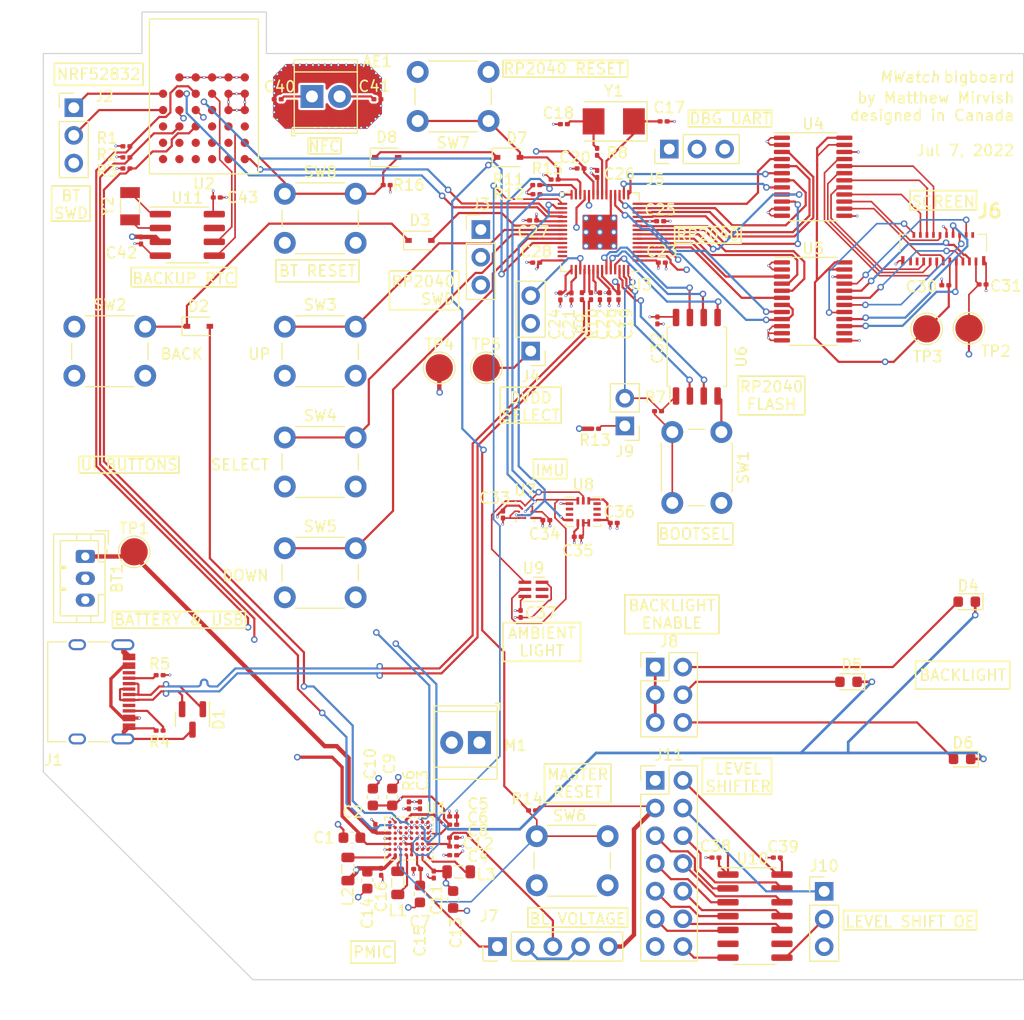
<source format=kicad_pcb>
(kicad_pcb (version 20211014) (generator pcbnew)
  (layers (0 "F.Cu" signal) (1 "In1.Cu" signal) (2 "In2.Cu" signal) (31 "B.Cu" signal) (34 "B.Paste" user) (35 "F.Paste" user) (36 "B.SilkS" user "B.Silkscreen") (37 "F.SilkS" user "F.Silkscreen") (38 "B.Mask" user) (39 "F.Mask" user) (44 "Edge.Cuts" user))
  (net 0 "")
  (net 1 "+1V8")
  (net 2 "/RP2040/DBG_UART_TX")
  (net 3 "/RP2040/DBG_UART_RX")
  (net 4 "/LCD/LCD.INTB")
  (net 5 "/LCD/LCD.GCK")
  (net 6 "/LCD/LCD.GSP")
  (net 7 "/LCD/LCD.BCK")
  (net 8 "/LCD/LCD.GEN")
  (net 9 "/LCD/LCD.BSP")
  (net 10 "/LCD/LCD.R0")
  (net 11 "/LCD/LCD.G0")
  (net 12 "/LCD/LCD.B0")
  (net 13 "/LCD/LCD.R1")
  (net 14 "/LCD/LCD.G1")
  (net 15 "/LCD/LCD.B1")
  (net 16 "/LCD/LCD.VA")
  (net 17 "/LCD/LCD.VCOM")
  (net 18 "GND")
  (net 19 "/DbgResets/RP2040_RST")
  (net 20 "/RP2040/SDA_SENSORS")
  (net 21 "/RP2040/SCL_SENSORS")
  (net 22 "/Power/BL_CTRL{slash}IO1")
  (net 23 "/RP2040/INT_SENSORS")
  (net 24 "/BT/BT_UART_RX")
  (net 25 "/BT/BT_UART_TX")
  (net 26 "Net-(D3-Pad2)")
  (net 27 "/ButtonsHaptics/BTNS.UP")
  (net 28 "/ButtonsHaptics/BTNS.SELECT")
  (net 29 "/ButtonsHaptics/BTNS.DOWN")
  (net 30 "/BT/BT_INT")
  (net 31 "+3V2")
  (net 32 "Net-(J6-Pad3)")
  (net 33 "/RP2040/USB_TERM_DN")
  (net 34 "/RP2040/USB_TERM_DP")
  (net 35 "/RP2040/SPIFlash/IO3")
  (net 36 "/RP2040/SPIFlash/CLK")
  (net 37 "/RP2040/SPIFlash/IO0")
  (net 38 "/RP2040/SPIFlash/IO2")
  (net 39 "/RP2040/SPIFlash/IO1")
  (net 40 "/RP2040/SPIFlash/~{CS}")
  (net 41 "/ButtonsHaptics/LRA-")
  (net 42 "/ButtonsHaptics/LRA+")
  (net 43 "Net-(L3-Pad1)")
  (net 44 "/BT/SCL_POWER")
  (net 45 "/BT/SDA_POWER")
  (net 46 "+1V1")
  (net 47 "/Power/PMIC/VCHG_IN")
  (net 48 "+5V")
  (net 50 "Net-(D2-Pad2)")
  (net 51 "/LCD/BL_SINK")
  (net 54 "Net-(L1-Pad1)")
  (net 59 "/DbgResets/MASTER_RST")
  (net 60 "Net-(L1-Pad2)")
  (net 61 "/BT/PMIC_INT")
  (net 62 "+BATT")
  (net 63 "Net-(L2-Pad1)")
  (net 64 "Net-(C3-Pad1)")
  (net 65 "Net-(C4-Pad1)")
  (net 66 "Net-(C5-Pad1)")
  (net 67 "Net-(C10-Pad1)")
  (net 68 "Net-(C17-Pad2)")
  (net 69 "Net-(C18-Pad2)")
  (net 70 "Net-(C38-Pad2)")
  (net 71 "Net-(C39-Pad2)")
  (net 72 "Net-(J1-PadA5)")
  (net 74 "Net-(J1-PadB5)")
  (net 76 "Net-(J2-Pad1)")
  (net 77 "Net-(J2-Pad2)")
  (net 78 "Net-(J3-Pad1)")
  (net 79 "Net-(J3-Pad2)")
  (net 80 "Net-(J4-Pad3)")
  (net 82 "Net-(J6-Pad4)")
  (net 83 "Net-(J6-Pad5)")
  (net 84 "Net-(J6-Pad6)")
  (net 85 "Net-(J6-Pad7)")
  (net 86 "Net-(J6-Pad8)")
  (net 87 "Net-(J6-Pad11)")
  (net 88 "Net-(J6-Pad12)")
  (net 89 "Net-(J6-Pad13)")
  (net 90 "Net-(J6-Pad14)")
  (net 91 "Net-(J6-Pad15)")
  (net 92 "Net-(J6-Pad16)")
  (net 93 "Net-(J6-Pad17)")
  (net 94 "Net-(J6-Pad18)")
  (net 96 "Net-(J6-Pad20)")
  (net 98 "Net-(J9-Pad1)")
  (net 99 "/BT/NFC/NFC+")
  (net 100 "/BT/NFC/NFC-")
  (net 101 "Net-(J10-Pad2)")
  (net 102 "Net-(J11-Pad5)")
  (net 103 "Net-(J11-Pad6)")
  (net 104 "/Power/USB_DP")
  (net 105 "Net-(J11-Pad7)")
  (net 106 "Net-(J11-Pad8)")
  (net 107 "/Power/USB_DN")
  (net 108 "Net-(J11-Pad9)")
  (net 109 "/BT/RST")
  (net 110 "Net-(J11-Pad10)")
  (net 111 "Net-(J11-Pad11)")
  (net 112 "Net-(J11-Pad12)")
  (net 113 "/BT/SCL_RTC")
  (net 114 "Net-(R6-Pad2)")
  (net 115 "Net-(R7-Pad1)")
  (net 116 "Net-(R8-Pad2)")
  (net 117 "/BT/SDA_RTC")
  (net 146 "Net-(D5-Pad2)")
  (net 147 "Net-(D4-Pad2)")
  (net 148 "Net-(D6-Pad2)")
  (net 149 "/ButtonsHaptics/BTNS.BACK")
  (net 152 "/LCD/Backlight/VLED")
  (net 153 "/RP2040/DVDD")
  (net 164 "Net-(U11-Pad1)")
  (net 165 "Net-(U11-Pad2)")
  (footprint "Connector_PinHeader_2.54mm:PinHeader_1x03_P2.54mm_Vertical" (layer "F.Cu") (at 169.672 138.445)
    (fp_text reference "J10")
    (fp_text value "Conn_01x03_Male")
  )
  (footprint "Resistor_SMD:R_0201_0603Metric" (layer "F.Cu") (at 105.664 72.136)
    (fp_text reference "R3")
    (fp_text value "10k")
  )
  (footprint "Resistor_SMD:R_0201_0603Metric" (layer "F.Cu") (at 105.664 70.104)
    (fp_text reference "R1")
    (fp_text value "10k")
  )
  (footprint "Button_Switch_THT:SW_PUSH_6mm" (layer "F.Cu") (at 160.238 96.318 -90)
    (fp_text reference "SW1")
    (fp_text value "SW_Push")
  )
  (footprint "Package_SO:SOIC-8_3.9x4.9mm_P1.27mm" (layer "F.Cu") (at 111.252 78.232)
    (fp_text reference "U11")
    (fp_text value "PCF85263AT/AJ")
  )
  (footprint "Resistor_SMD:R_0201_0603Metric" (layer "F.Cu") (at 105.664 71.12)
    (fp_text reference "R2")
    (fp_text value "10k")
  )
  (footprint "Button_Switch_THT:SW_PUSH_6mm" (layer "F.Cu") (at 120.194 74.458)
    (fp_text reference "SW8")
    (fp_text value "SW_Push")
  )
  (footprint "Package_SO:TSSOP-24_4.4x7.8mm_P0.65mm" (layer "F.Cu") (at 168.656 84.328)
    (fp_text reference "U5")
    (fp_text value "SN74LVC8T245PWR")
  )
  (footprint "Capacitor_SMD:C_0201_0603Metric" (layer "F.Cu") (at 150.368 104.648)
    (fp_text reference "C36")
    (fp_text value "100nF")
  )
  (footprint "TestPoint:TestPoint_Pad_D2.5mm" (layer "F.Cu") (at 134.366 90.424)
    (fp_text reference "TP4")
    (fp_text value "TestPoint")
  )
  (footprint "Capacitor_SMD:C_0201_0603Metric" (layer "F.Cu") (at 149.95 83.855 -90)
    (fp_text reference "C29")
    (fp_text value "100nF")
  )
  (footprint "max20353:MAX20353AEWN&plus_" (layer "F.Cu") (at 131.575 133.6 -90)
    (fp_text reference "U1")
    (fp_text value "MAX20353AEWN+" hide)
  )
  (footprint "Connector_PinHeader_2.54mm:PinHeader_1x03_P2.54mm_Vertical" (layer "F.Cu") (at 138.176 77.739)
    (fp_text reference "J3")
    (fp_text value "Conn_01x03_Male")
  )
  (footprint "Package_SO:TSSOP-24_4.4x7.8mm_P0.65mm" (layer "F.Cu") (at 168.656 72.898)
    (fp_text reference "U4")
    (fp_text value "SN74LVC8T245PWR")
  )
  (footprint "RF_Module:Garmin_M8-35_9.8x14.0mm_Layout6x6_P1.5mm" (layer "F.Cu") (at 112.776 65.532)
    (fp_text reference "U2")
    (fp_text value "D52MxxM8")
  )
  (footprint "LED_SMD:LED_0603_1608Metric" (layer "F.Cu") (at 182.75 111.875 180)
    (fp_text reference "D4")
    (fp_text value "LED")
  )
  (footprint "TestPoint:TestPoint_Pad_D2.5mm" (layer "F.Cu") (at 138.684 90.424)
    (fp_text reference "TP5")
    (fp_text value "TestPoint")
  )
  (footprint "LED_SMD:LED_0603_1608Metric" (layer "F.Cu") (at 171.9 119.225 180)
    (fp_text reference "D5")
    (fp_text value "LED")
  )
  (footprint "Resistor_SMD:R_0201_0603Metric" (layer "F.Cu") (at 154.432 94.4)
    (fp_text reference "R7")
    (fp_text value "1k")
  )
  (footprint "Package_TO_SOT_SMD:SOT-23" (layer "F.Cu") (at 111.725 122.675 -90)
    (fp_text reference "D1")
    (fp_text value "SP0502BAHTG")
  )
  (footprint "TestPoint:TestPoint_Pad_D2.5mm" (layer "F.Cu") (at 106.375 107.3)
    (fp_text reference "TP1")
    (fp_text value "TestPoint")
  )
  (footprint "Button_Switch_THT:SW_PUSH_6mm" (layer "F.Cu") (at 120.194 106.97)
    (fp_text reference "SW5")
    (fp_text value "SW_Push")
  )
  (footprint "Package_CSP:WLCSP-12_1.56x1.56mm_P0.4mm" (layer "F.Cu") (at 142.24 103.632)
    (fp_text reference "U7")
    (fp_text value "BMM150")
  )
  (footprint "Connector_PinHeader_2.54mm:PinHeader_1x03_P2.54mm_Vertical" (layer "F.Cu") (at 142.748 88.885 180)
    (fp_text reference "J4")
    (fp_text value "Conn_01x03_Male")
  )
  (footprint "Capacitor_SMD:C_0201_0603Metric" (layer "F.Cu") (at 148.844 72.644 90)
    (fp_text reference "C26")
    (fp_text value "100nF")
  )
  (footprint "Connector_PinHeader_2.54mm:PinHeader_2x07_P2.54mm_Vertical" (layer "F.Cu") (at 154.173 128.265)
    (fp_text reference "J11")
    (fp_text value "Conn_02x07_Row_Letter_First")
  )
  (footprint "Capacitor_SMD:C_0201_0603Metric" (layer "F.Cu") (at 143.25576 80.772 180)
    (fp_text reference "C28")
    (fp_text value "100nF")
  )
  (footprint "Capacitor_SMD:C_0603_1608Metric" (layer "F.Cu") (at 128.27 129.794 90)
    (fp_text reference "C10")
    (fp_text value "10uF")
  )
  (footprint "Connector_PinHeader_2.54mm:PinHeader_1x03_P2.54mm_Vertical" (layer "F.Cu") (at 100.838 66.563)
    (fp_text reference "J2")
    (fp_text value "Conn_01x03_Male")
  )
  (footprint "Capacitor_SMD:C_0603_1608Metric" (layer "F.Cu") (at 126.35 133.525 180)
    (fp_text reference "C1")
    (fp_text value "1uF")
  )
  (footprint "Connector_USB:USB_C_Receptacle_XKB_U262-16XN-4BVC11" (layer "F.Cu") (at 102.235 120.142 -90)
    (fp_text reference "J1")
    (fp_text value "USB_C_Receptacle_USB2.0")
  )
  (footprint "TestPoint:TestPoint_Pad_D2.5mm" (layer "F.Cu") (at 182.95 86.8)
    (fp_text reference "TP2")
    (fp_text value "TestPoint")
  )
  (footprint "Resistor_SMD:R_0201_0603Metric" (layer "F.Cu") (at 143.275 74.5)
    (fp_text reference "R12")
    (fp_text value "10k")
  )
  (footprint "Resistor_SMD:R_0201_0603Metric" (layer "F.Cu") (at 129.54 73.66 180)
    (fp_text reference "R16")
    (fp_text value "10k")
  )
  (footprint "Resistor_SMD:R_0201_0603Metric" (layer "F.Cu") (at 142.875 131.025 180)
    (fp_text reference "R14")
    (fp_text value "10k")
  )
  (footprint "Resistor_SMD:R_0201_0603Metric" (layer "F.Cu") (at 144.943 73.152)
    (fp_text reference "R15")
    (fp_text value "10k")
  )
  (footprint "Capacitor_SMD:C_0201_0603Metric" (layer "F.Cu") (at 154.375 86.075 -90)
    (fp_text reference "C32")
    (fp_text value "100nF")
  )
  (footprint "Package_LGA:Bosch_LGA-14_3x2.5mm_P0.5mm" (layer "F.Cu") (at 147.574 103.632)
    (fp_text reference "U8")
    (fp_text value "BMI270")
  )
  (footprint "Capacitor_SMD:C_0201_0603Metric" (layer "F.Cu") (at 135.636 131.572)
    (fp_text reference "C5")
    (fp_text value "1uF")
  )
  (footprint "TerminalBlock_TE-Connectivity:TerminalBlock_TE_282834-2_1x02_P2.54mm_Horizontal" (layer "F.Cu") (at 138.045 124.8 180)
    (fp_text reference "M1")
    (fp_text value "Motor_AC")
  )
  (footprint "Capacitor_SMD:C_0201_0603Metric" (layer "F.Cu") (at 107 78.74 -90)
    (fp_text reference "C42")
    (fp_text value "100nF")
  )
  (footprint "Diode_SMD:D_SOD-323" (layer "F.Cu") (at 129.54 71.12)
    (fp_text reference "D8")
    (fp_text value "D")
  )
  (footprint "Button_Switch_THT:SW_PUSH_6mm" (layer "F.Cu") (at 100.89 86.65)
    (fp_text reference "SW2")
    (fp_text value "SW_Push")
  )
  (footprint "Capacitor_SMD:C_0201_0603Metric" (layer "F.Cu") (at 128.687 65.786)
    (fp_text reference "C41")
    (fp_text value "120pF")
  )
  (footprint "Connector_PinHeader_2.54mm:PinHeader_1x05_P2.54mm_Vertical" (layer "F.Cu") (at 139.705 143.51 90)
    (fp_text reference "J7")
    (fp_text value "Conn_01x05_Male")
  )
  (footprint "Inductor_SMD:L_0805_2012Metric" (layer "F.Cu") (at 125.984 136.398 -90)
    (fp_text reference "L2")
    (fp_text value "2.2uH")
  )
  (footprint "OptoDevice:Broadcom_DFN-6_2x2mm_P0.65mm" (layer "F.Cu") (at 143.002 110.744)
    (fp_text reference "U9")
    (fp_text value "APDS-9306-065")
  )
  (footprint "Capacitor_SMD:C_0201_0603Metric" (layer "F.Cu") (at 154.777 80.772)
    (fp_text reference "C23")
    (fp_text value "100nF")
  )
  (footprint "Package_SO:SOIC-8_5.23x5.23mm_P1.27mm" (layer "F.Cu") (at 157.988 89.408 90)
    (fp_text reference "U6")
    (fp_text value "GD25LQ128DSIGR")
  )
  (footprint "Capacitor_SMD:C_0201_0603Metric" (layer "F.Cu") (at 159.7 135.35)
    (fp_text reference "C38")
    (fp_text value "100nF")
  )
  (footprint "Capacitor_SMD:C_0201_0603Metric" (layer "F.Cu") (at 128.5 132.625 90)
    (fp_text reference "C2")
    (fp_text value "100nF")
  )
  (footprint "Capacitor_SMD:C_0201_0603Metric" (layer "F.Cu") (at 149.1 83.855 -90)
    (fp_text reference "C22")
    (fp_text value "100nF")
  )
  (footprint "Capacitor_SMD:C_0603_1608Metric" (layer "F.Cu") (at 132.588 138.684 -90)
    (fp_text reference "C15")
    (fp_text value "10uF")
  )
  (footprint "Resistor_SMD:R_0201_0603Metric" (layer "F.Cu") (at 143.256 73.66)
    (fp_text reference "R11")
    (fp_text value "10k")
  )
  (footprint "Capacitor_SMD:C_0201_0603Metric" (layer "F.Cu") (at 129.032 136.652 -90)
    (fp_text reference "C16")
    (fp_text value "100nF")
  )
  (footprint "Capacitor_SMD:C_0201_0603Metric" (layer "F.Cu") (at 141.825 113 -90)
    (fp_text reference "C37")
    (fp_text value "1uF")
  )
  (footprint "Capacitor_SMD:C_0201_0603Metric" (layer "F.Cu") (at 132.334 136.398 180)
    (fp_text reference "C7")
    (fp_text value "100nF")
  )
  (footprint "Capacitor_SMD:C_0603_1608Metric" (layer "F.Cu") (at 127.762 137.414 -90)
    (fp_text reference "C14")
    (fp_text value "10uF")
  )
  (footprint "Resistor_SMD:R_0201_0603Metric" (layer "F.Cu") (at 108.712 123.698 180)
    (fp_text reference "R4")
    (fp_text value "5.1k")
  )
  (footprint "Button_Switch_THT:SW_PUSH_6mm" (layer "F.Cu") (at 120.194 96.81)
    (fp_text reference "SW4")
    (fp_text value "SW_Push")
  )
  (footprint "Resistor_SMD:R_0201_0603Metric" (layer "F.Cu") (at 147.45 83.85 -90)
    (fp_text reference "R9")
    (fp_text value "27")
  )
  (footprint "Crystal:Crystal_SMD_3215-2Pin_3.2x1.5mm" (layer "F.Cu") (at 106 75.6 -90)
    (fp_text reference "Y2")
    (fp_text value "32.768kHz")
  )
  (footprint "LED_SMD:LED_0603_1608Metric" (layer "F.Cu") (at 182.325 126.3 180)
    (fp_text reference "D6")
    (fp_text value "LED")
  )
  (footprint "Inductor_SMD:L_0805_2012Metric" (layer "F.Cu") (at 130.556 137.668 90)
    (fp_text reference "L1")
    (fp_text value "4.7uH")
  )
  (footprint "Capacitor_SMD:C_0201_0603Metric" (layer "F.Cu") (at 142.975 76.9 180)
    (fp_text reference "C27")
    (fp_text value "100nF")
  )
  (footprint "Capacitor_SMD:C_0201_0603Metric" (layer "F.Cu") (at 154.94 67.818 180)
    (fp_text reference "C17")
    (fp_text value "27pF")
  )
  (footprint "Resistor_SMD:R_0201_0603Metric" (layer "F.Cu") (at 108.712 118.618)
    (fp_text reference "R5")
    (fp_text value "5.1k")
  )
  (footprint "Capacitor_SMD:C_0201_0603Metric" (layer "F.Cu") (at 133.858 136.906 -90)
    (fp_text reference "C11")
    (fp_text value "100nF")
  )
  (footprint "Capacitor_SMD:C_0603_1608Metric" (layer "F.Cu") (at 130.048 129.794 90)
    (fp_text reference "C9")
    (fp_text value "10uF")
  )
  (footprint "Capacitor_SMD:C_0201_0603Metric" (layer "F.Cu") (at 150.8 83.855 90)
    (fp_text reference "C19")
    (fp_text value "100nF")
  )
  (footprint "Resistor_SMD:R_0201_0603Metric" (layer "F.Cu") (at 148.275 83.85 -90)
    (fp_text reference "R10")
    (fp_text value "27")
  )
  (footprint "Capacitor_SMD:C_0201_0603Metric" (layer "F.Cu") (at 144.181 104.394)
    (fp_text reference "C34")
    (fp_text value "100nF")
  )
  (footprint "TestPoint:TestPoint_Pad_D2.5mm" (layer "F.Cu") (at 179.07 86.85)
    (fp_text reference "TP3")
    (fp_text value "TestPoint")
  )
  (footprint "Crystal:Crystal_SMD_5032-2Pin_5.0x3.2mm" (layer "F.Cu") (at 150.368 67.818 180)
    (fp_text reference "Y1")
    (fp_text value "12MHz")
  )
  (footprint "Capacitor_SMD:C_0201_0603Metric" (layer "F.Cu") (at 146.487 83.875 -90)
    (fp_text reference "C21")
    (fp_text value "1uF")
  )
  (footprint "Capacitor_SMD:C_0201_0603Metric" (layer "F.Cu") (at 113.955 74.8)
    (fp_text reference "C43")
    (fp_text value "100nF")
  )
  (footprint "Connector_PinHeader_2.54mm:PinHeader_1x03_P2.54mm_Vertical" (layer "F.Cu") (at 155.463 70.358 90)
    (fp_text reference "J5")
    (fp_text value "Conn_01x03_Male")
  )
  (footprint "Diode_SMD:D_SOD-323" (layer "F.Cu") (at 112.268 86.614)
    (fp_text reference "D2")
    (fp_text value "D")
  )
  (footprint "Capacitor_SMD:C_0201_0603Metric" (layer "F.Cu") (at 147.32 72.136)
    (fp_text reference "C20")
    (fp_text value "100nF")
  )
  (footprint "Capacitor_SMD:C_0201_0603Metric" (layer "F.Cu") (at 180.78 82.85 180)
    (fp_text reference "C30")
    (fp_text value "1uF")
  )
  (footprint "Diode_SMD:D_SOD-323" (layer "F.Cu") (at 132.588 78.74)
    (fp_text reference "D3")
    (fp_text value "D")
  )
  (footprint "Connector_PinHeader_2.54mm:PinHeader_1x02_P2.54mm_Vertical" (layer "F.Cu") (at 151.384 95.753 180)
    (fp_text reference "J9")
    (fp_text value "Conn_01x02_Male")
  )
  (footprint "Capacitor_SMD:C_0201_0603Metric" (layer "F.Cu") (at 135.636 132.334)
    (fp_text reference "C6")
    (fp_text value "100nF")
  )
  (footprint "Capacitor_SMD:C_0201_0603Metric" (layer "F.Cu") (at 145.471 83.875 -90)
    (fp_text reference "C24")
    (fp_text value "100nF")
  )
  (footprint "Capacitor_SMD:C_0201_0603Metric" (layer "F.Cu") (at 147.066 105.918)
    (fp_text reference "C35")
    (fp_text value "100nF")
  )
  (footprint "Capacitor_SMD:C_0201_0603Metric" (layer "F.Cu") (at 132.588 130.556 90)
    (fp_text reference "C3")
    (fp_text value "1uF")
  )
  (footprint "Button_Switch_THT:SW_PUSH_6mm" (layer "F.Cu") (at 138.886 67.782 180)
    (fp_text reference "SW7")
    (fp_text value "SW_Push")
  )
  (footprint "Capacitor_SMD:C_0201_0603Metric" (layer "F.Cu") (at 165.325 135.35)
    (fp_text reference "C39")
    (fp_text value "100nF")
  )
  (footprint "Capacitor_SMD:C_0201_0603Metric" (layer "F.Cu") (at 140.208 103.886 -90)
    (fp_text reference "C33")
    (fp_text value "100nF")
  )
  (footprint "Resistor_SMD:R_0201_0603Metric" (layer "F.Cu") (at 131.572 130.556 -90)
    (fp_text reference "R6")
    (fp_text value "4.02k")
  )
  (footprint "Capacitor_SMD:C_0201_0603Metric" (layer "F.Cu") (at 154.625 76.975)
    (fp_text reference "C25")
    (fp_text value "100nF")
  )
  (footprint "Package_SO:SOIC-14_3.9x8.7mm_P1.27mm" (layer "F.Cu") (at 163.322 140.716)
    (fp_text reference "U10")
    (fp_text value "TXB0104D")
  )
  (footprint "Capacitor_SMD:C_0201_0603Metric" (layer "F.Cu") (at 135.625 133.525)
    (fp_text reference "C8")
    (fp_text value "100nF")
  )
  (footprint "displaymolex:5035662102" (layer "F.Cu") (at 180.594 79.502)
    (fp_text reference "J6")
    (fp_text value "Conn_2Rows-21Pins_MountingPin" hide)
  )
  (footprint "TerminalBlock_TE-Connectivity:TerminalBlock_TE_282834-2_1x02_P2.54mm_Horizontal" (layer "F.Cu") (at 122.682 65.532)
    (fp_text reference "AE1")
    (fp_text value "Antenna_Loop")
  )
  (footprint "Connector_PinHeader_2.54mm:PinHeader_2x03_P2.54mm_Vertical" (layer "F.Cu") (at 154.173 117.871)
    (fp_text reference "J8")
    (fp_text value "Conn_02x03_Row_Letter_First")
  )
  (footprint "Diode_SMD:D_SOD-323" (layer "F.Cu") (at 140.716 71.12)
    (fp_text reference "D7")
    (fp_text value "D")
  )
  (footprint "Button_Switch_THT:SW_PUSH_6mm" (layer "F.Cu") (at 120.194 86.65)
    (fp_text reference "SW3")
    (fp_text value "SW_Push")
  )
  (footprint "Connector_JST:JST_PH_B3B-PH-K_1x03_P2.00mm_Vertical" (layer "F.Cu") (at 101.896 107.728 -90)
    (fp_text reference "BT1")
    (fp_text value "Battery_Cell")
  )
  (footprint "Capacitor_SMD:C_0603_1608Metric" (layer "F.Cu") (at 135.636 139.192 -90)
    (fp_text reference "C13")
    (fp_text value "10uF")
  )
  (footprint "Capacitor_SMD:C_0201_0603Metric" (layer "F.Cu") (at 145.796 68.072)
    (fp_text reference "C18")
    (fp_text value "27pF")
  )
  (footprint "Button_Switch_THT:SW_PUSH_6mm" (layer "F.Cu") (at 143.308 133.386)
    (fp_text reference "SW6")
    (fp_text value "SW_Push")
  )
  (footprint "Resistor_SMD:R_0201_0603Metric" (layer "F.Cu") (at 148.844 70.612 -90)
    (fp_text reference "R8")
    (fp_text value "1k")
  )
  (footprint "Capacitor_SMD:C_0201_0603Metric" (layer "F.Cu") (at 119.543 65.786 180)
    (fp_text reference "C40")
    (fp_text value "120pF")
  )
  (footprint "Capacitor_SMD:C_0201_0603Metric" (layer "F.Cu") (at 135.636 134.325)
    (fp_text reference "C12")
    (fp_text value "1uF")
  )
  (footprint "rp2040:RP2040-QFN-56" (layer "F.Cu") (at 149.098 77.978 180)
    (fp_text reference "U3")
    (fp_text value "RP2040")
  )
  (footprint "Resistor_SMD:R_0201_0603Metric" (layer "F.Cu") (at 148.656 96.012 180)
    (fp_text reference "R13")
    (fp_text value "10k")
  )
  (footprint "Capacitor_SMD:C_0201_0603Metric" (layer "F.Cu") (at 135.636 135.128)
    (fp_text reference "C4")
    (fp_text value "100nF")
  )
  (footprint "Inductor_SMD:L_0805_2012Metric" (layer "F.Cu") (at 136.144 136.652 180)
    (fp_text reference "L3")
    (fp_text value "2.2uH")
  )
  (footprint "Capacitor_SMD:C_0201_0603Metric" (layer "F.Cu") (at 184.2 82.775)
    (fp_text reference "C31")
    (fp_text value "1uF")
  )
  (gr_rect (start 129.794 81.534) (end 136.144 85.09) (layer "F.SilkS") (width 0.15) (fill none))
  (gr_rect (start 106.1 83) (end 115.752 81.222) (layer "F.SilkS") (width 0.15) (fill none))
  (gr_rect (start 178.054 117.348) (end 186.69 119.888) (layer "F.SilkS") (width 0.15) (fill none))
  (gr_rect (start 122.35 69.35) (end 125.35 70.8) (layer "F.SilkS") (width 0.15) (fill none))
  (gr_rect (start 98.806 76.962) (end 102.33253 73.741383) (layer "F.SilkS") (width 0.15) (fill none))
  (gr_rect (start 126.238 143.002) (end 130.302 145.034) (layer "F.SilkS") (width 0.15) (fill none))
  (gr_rect (start 119.38 80.518) (end 127 82.55) (layer "F.SilkS") (width 0.15) (fill none))
  (gr_rect (start 151.384 111.252) (end 160.02 114.808) (layer "F.SilkS") (width 0.15) (fill none))
  (gr_rect (start 143.002 98.806) (end 146.05 100.584) (layer "F.SilkS") (width 0.15) (fill none))
  (gr_rect (start 140.208 62.23) (end 151.638 63.754) (layer "F.SilkS") (width 0.15) (fill none))
  (gr_rect (start 155.956 77.47) (end 162.052 78.994) (layer "F.SilkS") (width 0.15) (fill none))
  (gr_rect (start 147.32 113.792) (end 140.208 117.348) (layer "F.SilkS") (width 0.15) (fill none))
  (gr_rect (start 101.346 98.552) (end 110.49 100.076) (layer "F.SilkS") (width 0.15) (fill none))
  (gr_rect (start 157.226 66.802) (end 164.846 68.326) (layer "F.SilkS") (width 0.15) (fill none))
  (gr_rect (start 104.394 112.776) (end 116.586 114.3) (layer "F.SilkS") (width 0.15) (fill none))
  (gr_rect (start 164.846 129.54) (end 158.496 126.238) (layer "F.SilkS") (width 0.15) (fill none))
  (gr_rect (start 142.494 139.954) (end 151.638 141.732) (layer "F.SilkS") (width 0.15) (fill none))
  (gr_rect (start 144.018 126.746) (end 150.114 130.302) (layer "F.SilkS") (width 0.15) (fill none))
  (gr_rect (start 183.642 141.986) (end 171.45 140.208) (layer "F.SilkS") (width 0.15) (fill none))
  (gr_rect (start 154.432 104.648) (end 161.29 106.68) (layer "F.SilkS") (width 0.15) (fill none))
  (gr_rect (start 177.546 74.168) (end 183.642 75.946) (layer "F.SilkS") (width 0.15) (fill none))
  (gr_rect (start 167.894 91.186) (end 161.798 94.742) (layer "F.SilkS") (width 0.15) (fill none))
  (gr_rect (start 145.542 95.504) (end 139.954 92.202) (layer "F.SilkS") (width 0.15) (fill none))
  (gr_rect (start 99.06 62.484) (end 107.188 64.516) (layer "F.SilkS") (width 0.15) (fill none))
  (gr_poly (pts (xy 98.044 127.5) (xy 98.044 61.595) (xy 107.090343 61.595) (xy 107.090343 57.785) (xy 118.507798 57.785001) (xy 118.507798 61.595001) (xy 187.96 61.595) (xy 187.96 146.55) (xy 117.275128 146.55)) (layer "Edge.Cuts") (width 0.1) (fill none))
  (gr_text "by Matthew Mirvish\ndesigned in Canada\n\nJul 7, 2022" (at 187.198 68.072) (layer "F.SilkS") (effects (font (size 1 1)) (justify right)))
  (gr_text "BACKUP RTC" (at 110.926 82.238) (layer "F.SilkS") (effects (font (size 1 1))))
  (gr_text "BACK" (at 110.744 89.154) (layer "F.SilkS") (effects (font (size 1 1))))
  (gr_text "IMU" (at 144.526 99.822) (layer "F.SilkS") (effects (font (size 1 1))))
  (gr_text "UP" (at 117.856 89.154) (layer "F.SilkS") (effects (font (size 1 1))))
  (gr_text "RP2040\nSWD" (at 135.89 83.312) (layer "F.SilkS") (effects (font (size 1 1)) (justify right)))
  (gr_text "RP2040 RESET" (at 145.796 62.992) (layer "F.SilkS") (effects (font (size 1 1))))
  (gr_text "BACKLIGHT" (at 182.372 118.618) (layer "F.SilkS") (effects (font (size 1 1))))
  (gr_text "MASTER\nRESET" (at 147.066 128.524) (layer "F.SilkS") (effects (font (size 1 1))))
  (gr_text "SELECT" (at 116.078 99.314) (layer "F.SilkS") (effects (font (size 1 1))))
  (gr_text "NFC" (at 123.8 70.1) (layer "F.SilkS") (effects (font (size 1 1))))
  (gr_text "BACKLIGHT\nENABLE" (at 155.702 113.03) (layer "F.SilkS") (effects (font (size 1 1))))
  (gr_text "BATTERY & USB" (at 110.49 113.538) (layer "F.SilkS") (effects (font (size 1 1))))
  (gr_text "RP2040" (at 159.004 78.232) (layer "F.SilkS") (effects (font (size 1 1))))
  (gr_text "BT RESET" (at 123.19 81.534) (layer "F.SilkS") (effects (font (size 1 1))))
  (gr_text "bigboard" (at 183.896 63.754) (layer "F.SilkS") (effects (font (size 1 1))))
  (gr_text "MWatch" (at 177.546 63.754) (layer "F.SilkS") (effects (font (size 1 1) (thickness 0.15) italic)))
  (gr_text "NRF52832" (at 103.124 63.5) (layer "F.SilkS") (effects (font (size 1 1))))
  (gr_text "LEVEL SHIFT OE" (at 177.546 141.224) (layer "F.SilkS") (effects (font (size 1 1))))
  (gr_text "SCREEN" (at 180.594 75.184) (layer "F.SilkS") (effects (font (size 1 1))))
  (gr_text "UI BUTTONS" (at 105.918 99.314) (layer "F.SilkS") (effects (font (size 1 1))))
  (gr_text "RP2040\nFLASH" (at 164.846 92.964) (layer "F.SilkS") (effects (font (size 1 1))))
  (gr_text "DOWN" (at 116.586 109.474) (layer "F.SilkS") (effects (font (size 1 1))))
  (gr_text "DBG UART" (at 161.036 67.564) (layer "F.SilkS") (effects (font (size 1 1))))
  (gr_text "PMIC" (at 128.27 144.018) (layer "F.SilkS") (effects (font (size 1 1))))
  (gr_text "BT\nSWD" (at 100.584 75.438) (layer "F.SilkS") (effects (font (size 1 1))))
  (gr_text "DVDD\nSELECT" (at 142.748 93.98) (layer "F.SilkS") (effects (font (size 1 1))))
  (gr_text "AMBIENT\nLIGHT" (at 143.764 115.57) (layer "F.SilkS") (effects (font (size 1 1))))
  (gr_text "BL VOLTAGE" (at 147.066 140.97) (layer "F.SilkS") (effects (font (size 1 1))))
  (gr_text "LEVEL\nSHIFTER" (at 161.798 128.016) (layer "F.SilkS") (effects (font (size 1 1))))
  (gr_text "BOOTSEL" (at 157.734 105.664) (layer "F.SilkS") (effects (font (size 1 1))))
  (segment (start 149.95 83.175) (end 149.95 83.535) (width 0.2) (layer "F.Cu") (net 1))
  (segment (start 154.455 80.774) (end 154.457 80.772) (width 0.2) (layer "F.Cu") (net 1))
  (segment (start 143.665 104.198) (end 142.806 104.198) (width 0.2) (layer "F.Cu") (net 1))
  (segment (start 126.75 136.475) (end 126.75 136.6945) (width 0.4) (layer "F.Cu") (net 1))
  (segment (start 143.41576 80.932) (end 143.76976 80.578) (width 0.2) (layer "F.Cu") (net 1))
  (segment (start 126.893 136.332) (end 129.032 136.332) (width 0.4) (layer "F.Cu") (net 1))
  (segment (start 154.457 81.298) (end 154.455 81.3) (width 0.2) (layer "F.Cu") (net 1))
  (segment (start 143.861 104.914) (end 143.861 104.394) (width 0.2) (layer "F.Cu") (net 1))
  (segment (start 165.7935 81.403) (end 164.928 81.403) (width 0.15) (layer "F.Cu") (net 1))
  (segment (start 148.898 73.148) (end 148.898 74.5405) (width 0.2) (layer "F.Cu") (net 1))
  (segment (start 130.325 135.1) (end 130.325 135.315526) (width 0.3) (layer "F.Cu") (net 1))
  (segment (start 149.782 104.382) (end 150.048 104.648) (width 0.2) (layer "F.Cu") (net 1))
  (segment (start 115.026 66.782) (end 115.026 66.049) (width 0.15) (layer "F.Cu") (net 1))
  (segment (start 149.416022 102.5) (end 148.1935 102.5) (width 0.2) (layer "F.Cu") (net 1))
  (segment (start 104.7 70.075) (end 105.315 70.075) (width 0.15) (layer "F.Cu") (net 1))
  (segment (start 154.00748 130.63948) (end 154.173 130.805) (width 0.15) (layer "F.Cu") (net 1))
  (segment (start 143.195 131.025) (end 143.58052 130.63948) (width 0.15) (layer "F.Cu") (net 1))
  (segment (start 164.777 69.323) (end 164.425 69.675) (width 0.15) (layer "F.Cu") (net 1))
  (segment (start 142.936 73.739) (end 142.35 74.325) (width 0.15) (layer "F.Cu") (net 1))
  (segment (start 148.1935 102.5) (end 148.074 102.6195) (width 0.2) (layer "F.Cu") (net 1))
  (segment (start 113.625 74.2) (end 113.625 76.225) (width 0.15) (layer "F.Cu") (net 1))
  (segment (start 104.775 71.075) (end 105.299 71.075) (width 0.15) (layer "F.Cu") (net 1))
  (segment (start 115.793 66.782) (end 115.026 66.782) (width 0.15) (layer "F.Cu") (net 1))
  (segment (start 143.76976 80.578) (end 145.6605 80.578) (width 0.2) (layer "F.Cu") (net 1))
  (segment (start 149.782 102.865978) (end 149.416022 102.5) (width 0.2) (layer "F.Cu") (net 1))
  (segment (start 146.224624 83.555) (end 146.487 83.555) (width 0.2) (layer "F.Cu") (net 1))
  (segment (start 126.75 136.6945) (end 125.984 137.4605) (width 0.4) (layer "F.Cu") (net 1))
  (segment (start 115.768 65.282) (end 116.526 65.282) (width 0.15) (layer "F.Cu") (net 1))
  (segment (start 129.875 74.3) (end 129.875 73.675) (width 0.15) (layer "F.Cu") (net 1))
  (segment (start 149.95 83.535) (end 149.5745 83.535) (width 0.2) (layer "F.Cu") (net 1))
  (segment (start 115.026 65.282) (end 115.768 65.282) (width 0.15) (layer "F.Cu") (net 1))
  (segment (start 116.526 66.782) (end 115.793 66.782) (width 0.15) (layer "F.Cu") (net 1))
  (segment (start 143.373 76.978) (end 145.6605 76.978) (width 0.2) (layer "F.Cu") (net 1))
  (segment (start 104.8 72.125) (end 105.333 72.125) (width 0.15) (layer "F.Cu") (net 1))
  (segment (start 143.861 104.394) (end 143.665 104.198) (width 0.2) (layer "F.Cu") (net 1))
  (segment (start 129.875 73.675) (end 129.86 73.66) (width 0.15) (layer "F.Cu") (net 1))
  (segment (start 154.263 80.578) (end 154.457 80.772) (width 0.2) (layer "F.Cu") (net 1))
  (segment (start 143.925 72.725) (end 144.196 72.725) (width 0.15) (layer "F.Cu") (net 1))
  (segment (start 148.336 96.012) (end 147.212 96.012) (width 0.4) (layer "F.Cu") (net 1))
  (segment (start 152.5355 80.578) (end 154.263 80.578) (width 0.2) (layer "F.Cu") (net 1))
  (segment (start 116.526 66.049) (end 116.526 66.782) (width 0.15) (layer "F.Cu") (net 1))
  (segment (start 139.6995 103.9255) (end 140.559 103.066) (width 0.2) (layer "F.Cu") (net 1))
  (segment (start 143.85 104.925) (end 143.861 104.914) (width 0.2) (layer "F.Cu") (net 1))
  (segment (start 148.898 82.123) (end 149.95 83.175) (width 0.2) (layer "F.Cu") (net 1))
  (segment (start 165.7935 69.323) (end 164.777 69.323) (width 0.15) (layer "F.Cu") (net 1))
  (segment (start 154.173 130.805) (end 152.225 132.753) (width 0.4) (layer "F.Cu") (net 1))
  (segment (start 134.366 92.641) (end 134.4 92.675) (width 0.4) (layer "F.Cu") (net 1))
  (segment (start 143.58052 130.63948) (end 154.00748 130.63948) (width 0.15) (layer "F.Cu") (net 1))
  (segment (start 141.3245 112.7) (end 141.805 112.7) (width 0.15) (layer "F.Cu") (net 1))
  (segment (start 165.7935 69.973) (end 164.723 69.973) (width 0.15) (layer "F.Cu") (net 1))
  (segment (start 115.026 66.049) (end 115.026 65.282) (width 0.15) (layer "F.Cu") (net 1))
  (segment (start 105.315 70.075) (end 105.344 70.104) (width 0.15) (layer "F.Cu") (net 1))
  (segment (start 141.825 111.7835) (end 142.2145 111.394) (width 0.15) (layer "F.Cu") (net 1))
  (segment (start 153.675 85.75) (end 156.025 85.75) (width 0.15) (layer "F.Cu") (net 1))
  (segment (start 151.14 143.51) (end 149.865 143.51) (width 0.4) (layer "F.Cu") (net 1))
  (segment (start 142.936 73.66) (end 142.936 73.739) (width 0.15) (layer "F.Cu") (net 1))
  (segment (start 146.746 106.475) (end 146.746 105.454) (width 0.2) (layer "F.Cu") (net 1))
  (segment (start 143.85 104.405) (end 143.861 104.394) (width 0.2) (layer "F.Cu") (net 1))
  (segment (start 149.782 104.382) (end 149.782 102.865978) (width 0.2) (layer "F.Cu") (net 1))
  (segment (start 141.805 112.7) (end 141.825 112.68) (width 0.15) (layer "F.Cu") (net 1))
  (segment (start 143.275 81.35) (end 143.41576 81.20924) (width 0.2) (layer "F.Cu") (net 1))
  (segment (start 156.025 85.75) (end 156.083 85.808) (width 0.15) (layer "F.Cu") (net 1))
  (segment (start 164.872 80.753) (end 164.575 81.05) (width 0.15) (layer "F.Cu") (net 1))
  (segment (start 152.225 132.753) (end 152.225 142.425) (width 0.4) (layer "F.Cu") (net 1))
  (segment (start 146.487 83.555) (end 146.487 82.538) (width 0.2) (layer "F.Cu") (net 1))
  (segment (start 152.5355 76.978) (end 154.219 76.978) (width 0.2) (layer "F.Cu") (net 1))
  (segment (start 146.487 82.538) (end 146.898 82.127) (width 0.2) (layer "F.Cu") (net 1))
  (segment (start 141.957 103.349) (end 141.674 103.066) (width 0.2) (layer "F.Cu") (net 1))
  (segment (start 141.825 112.68) (end 141.825 111.7835) (width 0.15) (layer "F.Cu") (net 1))
  (segment (start 126.75 136.475) (end 126.893 136.332) (width 0.4) (layer "F.Cu") (net 1))
  (segment (start 154.302688 76.972688) (end 154.305 76.975) (width 0.2) (layer "F.Cu") (net 1))
  (segment (start 116.526 65.282) (end 116.526 66.049) (width 0.15) (layer "F.Cu") (net 1))
  (segment (start 105.333 72.125) (end 105.344 72.136) (width 0.15) (layer "F.Cu") (net 1))
  (segment (start 143.41576 81.20924) (end 143.41576 80.932) (width 0.2) (layer "F.Cu") (net 1))
  (segment (start 134.366 90.424) (end 134.366 92.641) (width 0.4) (layer "F.Cu") (net 1))
  (segment (start 113.625 76.225) (end 113.727 76.327) (width 0.15) (layer "F.Cu") (net 1))
  (segment (start 148.3 72.55) (end 148.898 73.148) (width 0.2) (layer "F.Cu") (net 1))
  (segment (start 142.955 74.5) (end 142.525 74.5) (width 0.15) (layer "F.Cu") (net 1))
  (segment (start 139.6995 104.1) (end 139.6995 103.9255) (width 0.2) (layer "F.Cu") (net 1))
  (segment (start 147.074 105.126) (end 147.074 104.6445) (width 0.2) (layer "F.Cu") (net 1))
  (segment (start 105.299 71.075) (end 105.344 71.12) (width 0.15) (layer "F.Cu") (net 1))
  (segment (start 140.559 103.066) (end 141.674 103.066) (width 0.2) (layer "F.Cu") (net 1))
  (segment (start 145.972658 83.806966) (end 146.224624 83.555) (width 0.2) (layer "F.Cu") (net 1))
  (segment (start 143.275 76.88) (end 143.373 76.978) (width 0.2) (layer "F.Cu") (net 1))
  (segment (start 147.212 96.012) (end 147.2 96) (width 0.4) (layer "F.Cu") (net 1))
  (segment (start 143.85 104.925) (end 143.85 104.405) (width 0.2) (layer "F.Cu") (net 1))
  (segment (start 153.677312 76.972688) (end 154.302688 76.972688) (width 0.2) (layer "F.Cu") (net 1))
  (segment (start 164.928 81.403) (end 164.575 81.05) (width 0.15) (layer "F.Cu") (net 1))
  (segment (start 146.898 82.127) (end 146.898 81.4155) (width 0.2) (layer "F.Cu") (net 1))
  (segment (start 148.898 81.4155) (end 148.898 82.123) (width 0.2) (layer "F.Cu") (net 1))
  (segment (start 152.225 142.425) (end 151.14 143.51) (width 0.4) (layer "F.Cu") (net 1))
  (segment (start 143.275 76.325) (end 143.275 76.88) (width 0.2) (layer "F.Cu") (net 1))
  (segment (start 129.308526 136.332) (end 129.032 136.332) (width 0.3) (layer "F.Cu") (net 1))
  (segment (start 150.048 104.648) (end 150.048 105.125) (width 0.2) (layer "F.Cu") (net 1))
  (segment (start 164.723 69.973) (end 164.425 69.675) (width 0.15) (layer "F.Cu") (net 1))
  (segment (start 144.196 72.725) (end 144.623 73.152) (width 0.15) (layer "F.Cu") (net 1))
  (segment (start 146.746 105.454) (end 147.074 105.126) (width 0.2) (layer "F.Cu") (net 1))
  (segment (start 154.457 80.772) (end 154.457 81.298) (width 0.2) (layer "F.Cu") (net 1))
  (segment (start 130.325 135.315526) (end 129.308526 136.332) (width 0.3) (layer "F.Cu") (net 1))
  (segment (start 148.8365 104.382) (end 149.782 104.382) (width 0.2) (layer "F.Cu") (net 1))
  (segment (start 165.7935 80.753) (end 164.872 80.753) (width 0.15) (layer "F.Cu") (net 1))
  (segment (start 142.525 74.5) (end 142.35 74.325) (width 0.15) (layer "F.Cu") (net 1))
  (via (at 104.775 71.075) (size 0.25) (drill 0.15) (layers "F.Cu" "B.Cu") (net 1))
  (via (at 143.275 81.35) (size 0.25) (drill 0.15) (layers "F.Cu" "B.Cu") (net 1))
  (via (at 164.425 69.675) (size 0.25) (drill 0.15) (layers "F.Cu" "B.Cu") (net 1))
  (via (at 154.455 81.3) (size 0.25) (drill 0.15) (layers "F.Cu" "B.Cu") (net 1))
  (via (at 115.793 66.782) (size 0.25) (drill 0.15) (layers "F.Cu" "B.Cu") (net 1))
  (via (at 104.7 70.075) (size 0.25) (drill 0.15) (layers "F.Cu" "B.Cu") (net 1))
  (via (at 126.75 136.475) (size 0.6) (drill 0.35) (layers "F.Cu" "B.Cu") (net 1))
  (via (at 150.048 105.125) (size 0.25) (drill 0.15) (layers "F.Cu" "B.Cu") (net 1))
  (via (at 113.625 74.2) (size 0.25) (drill 0.15) (layers "F.Cu" "B.Cu") (net 1))
  (via (at 141.3245 112.7) (size 0.25) (drill 0.15) (layers "F.Cu" "B.Cu") (net 1))
  (via (at 146.746 106.475) (size 0.25) (drill 0.15) (layers "F.Cu" "B.Cu") (net 1))
  (via (at 145.972658 83.806966) (size 0.25) (drill 0.15) (layers "F.Cu" "B.Cu") (net 1))
  (via (at 148.3 72.55) (size 0.25) (drill 0.15) (layers "F.Cu" "B.Cu") (net 1))
  (via (at 164.575 81.05) (size 0.25) (drill 0.15) (layers "F.Cu" "B.Cu") (net 1))
  (via (at 115.026 66.049) (size 0.25) (drill 0.15) (layers "F.Cu" "B.Cu") (net 1))
  (via (at 143.275 76.325) (size 0.25) (drill 0.15) (layers "F.Cu" "B.Cu") (net 1))
  (via (at 104.8 72.125) (size 0.25) (drill 0.15) (layers "F.Cu" "B.Cu") (net 1))
  (via (at 143.85 104.925) (size 0.25) (drill 0.15) (layers "F.Cu" "B.Cu") (net 1))
  (via (at 116.526 66.049) (size 0.25) (drill 0.15) (layers "F.Cu" "B.Cu") (net 1))
  (via (at 147.2 96) (size 0.6) (drill 0.35) (layers "F.Cu" "B.Cu") (net 1))
  (via (at 134.4 92.675) (size 0.6) (drill 0.35) (layers "F.Cu" "B.Cu") (net 1))
  (via (at 142.35 74.325) (size 0.25) (drill 0.15) (layers "F.Cu" "B.Cu") (net 1))
  (via (at 153.675 85.75) (size 0.25) (drill 0.15) (layers "F.Cu" "B.Cu") (net 1))
  (via (at 129.875 74.3) (size 0.25) (drill 0.15) (layers "F.Cu" "B.Cu") (net 1))
  (via (at 143.925 72.725) (size 0.25) (drill 0.15) (layers "F.Cu" "B.Cu") (net 1))
  (via (at 115.768 65.282) (size 0.25) (drill 0.15) (layers "F.Cu" "B.Cu") (net 1))
  (via (at 153.677312 76.972688) (size 0.25) (drill 0.15) (layers "F.Cu" "B.Cu") (net 1))
  (via (at 149.5745 83.535) (size 0.25) (drill 0.15) (layers "F.Cu" "B.Cu") (net 1))
  (via (at 139.6995 104.1) (size 0.25) (drill 0.15) (layers "F.Cu" "B.Cu") (net 1))
  (segment (start 155.57652 80.77652) (end 155.57652 80.527225) (width 0.2) (layer "F.Cu") (net 2))
  (segment (start 157.05 81.425) (end 156.225 81.425) (width 0.2) (layer "F.Cu") (net 2))
  (segment (start 155.227295 80.178) (end 152.5355 80.178) (width 0.2) (layer "F.Cu") (net 2))
  (segment (start 155.57652 80.527225) (end 155.227295 80.178) (width 0.2) (layer "F.Cu") (net 2))
  (segment (start 156.225 81.425) (end 155.57652 80.77652) (width 0.2) (layer "F.Cu") (net 2))
  (via (at 157.05 81.425) (size 0.6) (drill 0.35) (layers "F.Cu" "B.Cu") (net 2))
  (segment (start 155.553 79.778) (end 156.275 80.5) (width 0.2) (layer "F.Cu") (net 3))
  (segment (start 152.5355 79.778) (end 155.553 79.778) (width 0.2) (layer "F.Cu") (net 3))
  (via (at 156.275 80.5) (size 0.6) (drill 0.35) (layers "F.Cu" "B.Cu") (net 3))
  (segment (start 162.103 84.003) (end 157.478 79.378) (width 0.2) (layer "F.Cu") (net 4))
  (segment (start 157.478 79.378) (end 152.5355 79.378) (width 0.2) (layer "F.Cu") (net 4))
  (segment (start 165.7935 84.003) (end 162.103 84.003) (width 0.2) (layer "F.Cu") (net 4))
  (segment (start 157.572296 78.978) (end 152.5355 78.978) (width 0.2) (layer "F.Cu") (net 5))
  (segment (start 160.647296 82.053) (end 157.572296 78.978) (width 0.2) (layer "F.Cu") (net 5))
  (segment (start 165.7935 82.053) (end 160.647296 82.053) (width 0.2) (layer "F.Cu") (net 5))
  (segment (start 157.728 78.578) (end 159.225 80.075) (width 0.2) (layer "F.Cu") (net 6))
  (segment (start 166.375295 82.703) (end 165.7935 82.703) (width 0.2) (layer "F.Cu") (net 6))
  (segment (start 152.5355 78.578) (end 157.728 78.578) (width 0.2) (layer "F.Cu") (net 6))
  (segment (start 166.725 80.075) (end 167.2 80.55) (width 0.2) (layer "F.Cu") (net 6))
  (segment (start 167.2 80.55) (end 167.2 81.878295) (width 0.2) (layer "F.Cu") (net 6))
  (segment (start 167.2 81.878295) (end 166.375295 82.703) (width 0.2) (layer "F.Cu") (net 6))
  (segment (start 159.225 80.075) (end 166.725 80.075) (width 0.2) (layer "F.Cu") (net 6))
  (segment (start 165.7955 74.525) (end 165.7935 74.523) (width 0.2) (layer "F.Cu") (net 7))
  (segment (start 159.488556 79.5255) (end 158.141056 78.178) (width 0.2) (layer "F.Cu") (net 7))
  (segment (start 167.375 74.525) (end 165.7955 74.525) (width 0.2) (layer "F.Cu") (net 7))
  (segment (start 158.141056 78.178) (end 152.5355 78.178) (width 0.2) (layer "F.Cu") (net 7))
  (via (at 167.375 74.525) (size 0.6) (drill 0.35) (layers "F.Cu" "B.Cu") (net 7))
  (via (at 159.488556 79.5255) (size 0.6) (drill 0.35) (layers "F.Cu" "B.Cu") (net 7))
  (segment (start 159.488556 79.5255) (end 159.9745 79.5255) (width 0.2) (layer "B.Cu") (net 7))
  (segment (start 164.975 74.525) (end 167.375 74.525) (width 0.2) (layer "B.Cu") (net 7))
  (segment (start 159.9745 79.5255) (end 164.975 74.525) (width 0.2) (layer "B.Cu") (net 7))
  (segment (start 165.7935 83.353) (end 166.747 83.353) (width 0.2) (layer "F.Cu") (net 8))
  (segment (start 167.85 80.705705) (end 166.869775 79.72548) (width 0.2) (layer "F.Cu") (net 8))
  (segment (start 158.678 77.778) (end 152.5355 77.778) (width 0.2) (layer "F.Cu") (net 8))
  (segment (start 166.869775 79.72548) (end 160.62548 79.72548) (width 0.2) (layer "F.Cu") (net 8))
  (segment (start 167.85 82.25) (end 167.85 80.705705) (width 0.2) (layer "F.Cu") (net 8))
  (segment (start 160.62548 79.72548) (end 158.678 77.778) (width 0.2) (layer "F.Cu") (net 8))
  (segment (start 166.747 83.353) (end 167.85 82.25) (width 0.2) (layer "F.Cu") (net 8))
  (segment (start 152.5355 77.378) (end 152.58598 77.42848) (width 0.2) (layer "F.Cu") (net 9))
  (segment (start 166.973 75.173) (end 165.7935 75.173) (width 0.2) (layer "F.Cu") (net 9))
  (segment (start 152.58598 77.42848) (end 154.82848 77.42848) (width 0.2) (layer "F.Cu") (net 9))
  (segment (start 158.95348 77.42848) (end 160.175 78.65) (width 0.2) (layer "F.Cu") (net 9))
  (segment (start 160.575 79.05) (end 167.25 79.05) (width 0.2) (layer "F.Cu") (net 9))
  (segment (start 160.175 78.65) (end 160.575 79.05) (width 0.2) (layer "F.Cu") (net 9))
  (segment (start 154.82848 77.42848) (end 158.95348 77.42848) (width 0.2) (layer "F.Cu") (net 9))
  (segment (start 167.25 75.45) (end 166.973 75.173) (width 0.2) (layer "F.Cu") (net 9))
  (via (at 167.25 75.45) (size 0.6) (drill 0.35) (layers "F.Cu" "B.Cu") (net 9))
  (via (at 167.25 79.05) (size 0.6) (drill 0.35) (layers "F.Cu" "B.Cu") (net 9))
  (segment (start 167.25 79.05) (end 167.25 75.45) (width 0.2) (layer "B.Cu") (net 9))
  (segment (start 166.375295 70.623) (end 165.7935 70.623) (width 0.2) (layer "F.Cu") (net 10))
  (segment (start 153.95 76.525) (end 158.8 76.525) (width 0.2) (layer "F.Cu") (net 10))
  (segment (start 168.67404 76.65096) (end 168.67404 72.921745) (width 0.2) (layer "F.Cu") (net 10))
  (segment (start 158.8 76.525) (end 160.65 78.375) (width 0.2) (layer "F.Cu") (net 10))
  (segment (start 152.5355 76.578) (end 153.897 76.578) (width 0.2) (layer "F.Cu") (net 10))
  (segment (start 166.95 78.375) (end 168.67404 76.65096) (width 0.2) (layer "F.Cu") (net 10))
  (segment (start 160.65 78.375) (end 166.95 78.375) (width 0.2) (layer "F.Cu") (net 10))
  (segment (start 153.897 76.578) (end 153.95 76.525) (width 0.2) (layer "F.Cu") (net 10))
  (segment (start 168.67404 72.921745) (end 166.375295 70.623) (width 0.2) (layer "F.Cu") (net 10))
  (segment (start 153.847 76.178) (end 153.9 76.125) (width 0.2) (layer "F.Cu") (net 11))
  (segment (start 167.12348 71.923) (end 165.7935 71.923) (width 0.2) (layer "F.Cu") (net 11))
  (segment (start 166.8 77.975) (end 168.32452 76.45048) (width 0.2) (layer "F.Cu") (net 11))
  (segment (start 153.9 76.125) (end 159.175 76.125) (width 0.2) (layer "F.Cu") (net 11))
  (segment (start 152.5355 76.178) (end 153.847 76.178) (width 0.2) (layer "F.Cu") (net 11))
  (segment (start 168.32452 76.45048) (end 168.32452 73.12404) (width 0.2) (layer "F.Cu") (net 11))
  (segment (start 161.025 77.975) (end 166.8 77.975) (width 0.2) (layer "F.Cu") (net 11))
  (segment (start 168.32452 73.12404) (end 167.12348 71.923) (width 0.2) (layer "F.Cu") (net 11))
  (segment (start 159.175 76.125) (end 161.025 77.975) (width 0.2) (layer "F.Cu") (net 11))
  (segment (start 166.850127 73.223) (end 167.975 74.347873) (width 0.2) (layer "F.Cu") (net 12))
  (segment (start 166.148295 77.35) (end 161.25 77.35) (width 0.2) (layer "F.Cu") (net 12))
  (segment (start 153.825 75.77548) (end 153.82248 75.778) (width 0.2) (layer "F.Cu") (net 12))
  (segment (start 161.25 77.35) (end 159.675481 75.775481) (width 0.2) (layer "F.Cu") (net 12))
  (segment (start 167.975 75.523295) (end 166.148295 77.35) (width 0.2) (layer "F.Cu") (net 12))
  (segment (start 165.7935 73.223) (end 166.850127 73.223) (width 0.2) (layer "F.Cu") (net 12))
  (segment (start 159.675481 75.775481) (end 153.825 75.77548) (width 0.2) (layer "F.Cu") (net 12))
  (segment (start 153.82248 75.778) (end 152.5355 75.778) (width 0.2) (layer "F.Cu") (net 12))
  (segment (start 167.975 74.347873) (end 167.975 75.523295) (width 0.2) (layer "F.Cu") (net 12))
  (segment (start 164.727 71.273) (end 163.6 72.4) (width 0.2) (layer "F.Cu") (net 13))
  (segment (start 162.572 75.378) (end 152.5355 75.378) (width 0.2) (layer "F.Cu") (net 13))
  (segment (start 165.7935 71.273) (end 164.727 71.273) (width 0.2) (layer "F.Cu") (net 13))
  (segment (start 163.6 72.4) (end 163.6 74.35) (width 0.2) (layer "F.Cu") (net 13))
  (segment (start 163.6 74.35) (end 162.572 75.378) (width 0.2) (layer "F.Cu") (net 13))
  (segment (start 164.352 72.573) (end 164.275 72.65) (width 0.2) (layer "F.Cu") (net 14))
  (segment (start 151.9 72.825) (end 151.9 74.3385) (width 0.2) (layer "F.Cu") (net 14))
  (segment (start 165.7935 72.573) (end 164.352 72.573) (width 0.2) (layer "F.Cu") (net 14))
  (segment (start 151.9 74.3385) (end 151.698 74.5405) (width 0.2) (layer "F.Cu") (net 14))
  (via (at 164.275 72.65) (size 0.6) (drill 0.35) (layers "F.Cu" "B.Cu") (net 14))
  (via (at 151.9 72.825) (size 0.6) (drill 0.35) (layers "F.Cu" "B.Cu") (net 14))
  (segment (start 152.075 72.65) (end 151.9 72.825) (width 0.2) (layer "B.Cu") (net 14))
  (segment (start 164.275 72.65) (end 152.075 72.65) (width 0.2) (layer "B.Cu") (net 14))
  (segment (start 151.298 74.5405) (end 151.298 73.573) (width 0.2) (layer "F.Cu") (net 15))
  (segment (start 164.375 73.875) (end 165.7915 73.875) (width 0.2) (layer "F.Cu") (net 15))
  (segment (start 165.7915 73.875) (end 165.7935 73.873) (width 0.2) (layer "F.Cu") (net 15))
  (segment (start 151.298 73.573) (end 151.275 73.55) (width 0.2) (layer "F.Cu") (net 15))
  (via (at 164.375 73.875) (size 0.6) (drill 0.35) (layers "F.Cu" "B.Cu") (net 15))
  (via (at 151.275 73.55) (size 0.6) (drill 0.35) (layers "F.Cu" "B.Cu") (net 15))
  (segment (start 151.275 73.55) (end 164.05 73.55) (width 0.2) (layer "B.Cu") (net 15))
  (segment (start 164.05 73.55) (end 164.375 73.875) (width 0.2) (layer "B.Cu") (net 15))
  (segment (start 165.7655 85.275) (end 165.7935 85.303) (width 0.2) (layer "F.Cu") (net 16))
  (segment (start 150.898 74.5405) (end 150.898 75.023) (width 0.2) (layer "F.Cu") (net 16))
  (segment (start 164.35 85.275) (end 165.7655 85.275) (width 0.2) (layer "F.Cu") (net 16))
  (segment (start 150.898 75.023) (end 151.425 75.55) (width 0.2) (layer "F.Cu") (net 16))
  (via (at 151.425 75.55) (size 0.6) (drill 0.35) (layers "F.Cu" "B.Cu") (net 16))
  (via (at 164.35 85.275) (size 0.6) (drill 0.35) (layers "F.Cu" "B.Cu") (net 16))
  (segment (start 151.725 75.55) (end 153.562531 77.387531) (width 0.2) (layer "B.Cu") (net 16))
  (segment (start 156.074264 79.7) (end 158.775 79.7) (width 0.2) (layer "B.Cu") (net 16))
  (segment (start 153.562531 77.387531) (end 153.761795 77.387531) (width 0.2) (layer "B.Cu") (net 16))
  (segment (start 158.775 79.7) (end 164.35 85.275) (width 0.2) (layer "B.Cu") (net 16))
  (segment (start 153.761795 77.387531) (end 156.074264 79.7) (width 0.2) (layer "B.Cu") (net 16))
  (segment (start 151.425 75.55) (end 151.725 75.55) (width 0.2) (layer "B.Cu") (net 16))
  (segment (start 166.78052 85.058225) (end 166.375295 84.653) (width 0.2) (layer "F.Cu") (net 17))
  (segment (start 164.35 86.024503) (end 165.721997 86.024503) (width 0.2) (layer "F.Cu") (net 17))
  (segment (start 166.78052 85.547775) (end 166.78052 85.058225) (width 0.2) (layer "F.Cu") (net 17))
  (segment (start 150.498 75.523) (end 151.4 76.425) (width 0.2) (layer "F.Cu") (net 17))
  (segment (start 166.375295 85.953) (end 166.78052 85.547775) (width 0.2) (layer "F.Cu") (net 17))
  (segment (start 165.7935 85.953) (end 166.375295 85.953) (width 0.2) (layer "F.Cu") (net 17))
  (segment (start 150.498 74.5405) (end 150.498 75.523) (width 0.2) (layer "F.Cu") (net 17))
  (segment (start 165.721997 86.024503) (end 165.7935 85.953) (width 0.2) (layer "F.Cu") (net 17))
  (segment (start 166.375295 84.653) (end 165.7935 84.653) (width 0.2) (layer "F.Cu") (net 17))
  (via (at 151.4 76.425) (size 0.6) (drill 0.35) (layers "F.Cu" "B.Cu") (net 17))
  (via (at 164.35 86.024503) (size 0.6) (drill 0.35) (layers "F.Cu" "B.Cu") (net 17))
  (segment (start 151.675 76.425) (end 152.937531 77.687531) (width 0.2) (layer "B.Cu") (net 17))
  (segment (start 152.937531 77.687531) (end 153.637531 77.687531) (width 0.2) (layer "B.Cu") (net 17))
  (segment (start 155.95 80) (end 156.482107 80) (width 0.2) (layer "B.Cu") (net 17))
  (segment (start 151.4 76.425) (end 151.675 76.425) (width 0.2) (layer "B.Cu") (net 17))
  (segment (start 156.482107 80) (end 162.50661 86.024503) (width 0.2) (layer "B.Cu") (net 17))
  (segment (start 153.637531 77.687531) (end 155.95 80) (width 0.2) (layer "B.Cu") (net 17))
  (segment (start 162.50661 86.024503) (end 164.35 86.024503) (width 0.2) (layer "B.Cu") (net 17))
  (segment (start 164.55 87.25) (end 164.55 87.675) (width 0.15) (layer "F.Cu") (net 18))
  (segment (start 132.11508 132.38864) (end 132.11508 132.39008) (width 0.15) (layer "F.Cu") (net 18))
  (segment (start 106.425 79.025) (end 106.965 79.025) (width 0.15) (layer "F.Cu") (net 18))
  (segment (start 127.2 62.65) (end 126.6 62.65) (width 0.2) (layer "F.Cu") (net 18))
  (segment (start 132.11508 132.39008) (end 132.325 132.6) (width 0.15) (layer "F.Cu") (net 18))
  (segment (start 122.175 62.65) (end 121.575 62.65) (width 0.2) (layer "F.Cu") (net 18))
  (segment (start 131.825 133.1) (end 131.825 133.09856) (width 0.15) (layer "F.Cu") (net 18))
  (segment (start 130.6 127.975) (end 130.6 128.467) (width 0.15) (layer "F.Cu") (net 18))
  (segment (start 155.175 80.85) (end 155.097 80.772) (width 0.15) (layer "F.Cu") (net 18))
  (segment (start 122.95 68.4) (end 123.55 68.4) (width 0.2) (layer "F.Cu") (net 18))
  (segment (start 105.34 124.462) (end 105.34 123.757) (width 0.2) (layer "F.Cu") (net 18))
  (segment (start 108.186 123.492) (end 106.286 123.492) (width 0.2) (layer "F.Cu") (net 18))
  (segment (start 176.884 80.602) (end 176.548 80.602) (width 0.15) (layer "F.Cu") (net 18))
  (segment (start 116.526 63.782) (end 115.768 63.782) (width 0.15) (layer "F.Cu") (net 18))
  (segment (start 105.34 116.527) (end 105.905 117.092) (width 0.3) (layer "F.Cu") (net 18))
  (segment (start 147.574 104.6445) (end 148.074 104.6445) (width 0.15) (layer "F.Cu") (net 18))
  (segment (start 128.8 128.075) (end 128.8 128.489) (width 0.2) (layer "F.Cu") (net 18))
  (segment (start 108.077 80.137) (end 108.777 80.137) (width 0.15) (layer "F.Cu") (net 18))
  (segment (start 150.825 84.2) (end 150.8 84.175) (width 0.15) (layer "F.Cu") (net 18))
  (segment (start 180.894 78.237) (end 180.894 77.744) (width 0.15) (layer "F.Cu") (net 18))
  (segment (start 135.956 135.128) (end 136.139516 135.128) (width 0.15) (layer "F.Cu") (net 18))
  (segment (start 107 79.06) (end 108.077 80.137) (width 0.15) (layer "F.Cu") (net 18))
  (segment (start 105.34 124.057) (end 105.905 123.492) (width 0.2) (layer "F.Cu") (net 18))
  (segment (start 126.6 68.4) (end 127.2 68.4) (width 0.2) (layer "F.Cu") (net 18))
  (segment (start 125.1 62.65) (end 124.45 62.65) (width 0.2) (layer "F.Cu") (net 18))
  (segment (start 126.976 138.975) (end 127.762 138.189) (width 0.15) (layer "F.Cu") (net 18))
  (segment (start 127.7 68.4) (end 127.7375 68.3625) (width 0.2) (layer "F.Cu") (net 18))
  (segment (start 146.4 72.15) (end 146.986 72.15) (width 0.15) (layer "F.Cu") (net 18))
  (segment (start 133.3 136.925) (end 133.3 137.075) (width 0.15) (layer "F.Cu") (net 18))
  (segment (start 132.122 139.925) (end 132.588 139.459) (width 0.15) (layer "F.Cu") (net 18))
  (segment (start 140.881 104.206) (end 141.666 104.206) (width 0.15) (layer "F.Cu") (net 18))
  (segment (start 119.223 66.402) (end 119.223 66.977) (width 0.2) (layer "F.Cu") (net 18))
  (segment (start 140.208 104.742) (end 140.175 104.775) (width 0.15) (layer "F.Cu") (net 18))
  (segment (start 145.471 84.754) (end 145.45 84.775) (width 0.15) (layer "F.Cu") (net 18))
  (segment (start 129 65.775) (end 129 64.9) (width 0.2) (layer "F.Cu") (net 18))
  (segment (start 172.9 87.925) (end 171.5405 87.925) (width 0.15) (layer "F.Cu") (net 18))
  (segment (start 155.267 67.825) (end 155.26 67.818) (width 0.15) (layer "F.Cu") (net 18))
  (segment (start 131.825 134.1) (end 131.825 135.1) (width 0.2) (layer "F.Cu") (net 18))
  (segment (start 105.34 123.757) (end 105.905 123.192) (width 0.2) (layer "F.Cu") (net 18))
  (segment (start 133.451 137.226) (end 133.858 137.226) (width 0.15) (layer "F.Cu") (net 18))
  (segment (start 136.9 140.225) (end 135.894 140.225) (width 0.15) (layer "F.Cu") (net 18))
  (segment (start 131.825 133.09856) (end 131.61508 132.88864) (width 0.15) (layer "F.Cu") (net 18))
  (segment (start 171.5455 76.5) (end 171.5185 76.473) (width 0.15) (layer "F.Cu") (net 18))
  (segment (start 123.875 62.65) (end 123.3 62.65) (width 0.2) (layer "F.Cu") (net 18))
  (segment (start 114.268 63.782) (end 112.793 63.782) (width 0.15) (layer "F.Cu") (net 18))
  (segment (start 128.8 128.489) (end 128.27 129.019) (width 0.2) (layer "F.Cu") (net 18))
  (segment (start 119.223 65.786) (end 119.223 66.402) (width 0.2) (layer "F.Cu") (net 18))
  (segment (start 155.175 81.35) (end 155.175 80.85) (width 0.15) (layer "F.Cu") (net 18))
  (segment (start 164.4 135.35) (end 165.005 135.35) (width 0.15) (layer "F.Cu") (net 18))
  (segment (start 119.225 65.225) (end 119.225 65.8) (width 0.2) (layer "F.Cu") (net 18))
  (segment (start 119.5 67.65) (end 120.25 68.4) (width 0.2) (layer "F.Cu") (net 18))
  (segment (start 106.965 79.025) (end 107 79.06) (width 0.15) (layer "F.Cu") (net 18))
  (segment (start 129.007 66.393) (end 129.007 65.786) (width 0.2) (layer "F.Cu") (net 18))
  (segment (start 131.525 139.925) (end 132.122 139.925) (width 0.15) (layer "F.Cu") (net 18))
  (segment (start 128.55 63.4) (end 128.15 63) (width 0.2) (layer "F.Cu") (net 18))
  (segment (start 146.475 84.75) (end 146.475 84.207) (width 0.15) (layer "F.Cu") (net 18))
  (segment (start 144.825 68.075) (end 145.473 68.075) (width 0.15) (layer "F.Cu") (net 18))
  (segment (start 128.85 67.25) (end 129.007 67.093) (width 0.2) (layer "F.Cu") (net 18))
  (segment (start 143.78794 103.632) (end 142.806 103.632) (width 0.15) (layer "F.Cu") (net 18))
  (segment (start 145.532 102.882) (end 145.525 102.875) (width 0.15) (layer "F.Cu") (net 18))
  (segment (start 135.894 140.225) (end 135.636 139.967) (width 0.15) (layer "F.Cu") (net 18))
  (segment (start 147.386 106.461) (end 147.4 106.475) (width 0.15) (layer "F.Cu") (net 18))
  (segment (start 165.7935 86.603) (end 164.947 86.603) (width 0.15) (layer "F.Cu") (net 18))
  (segment (start 128.1375 67.9625) (end 128.5125 67.5875) (width 0.2) (layer "F.Cu") (net 18))
  (segment (start 144.625 110.568415) (end 144.150585 110.094) (width 0.15) (layer "F.Cu") (net 18))
  (segment (start 120.95 62.65) (end 120.35 62.65) (width 0.2) (layer "F.Cu") (net 18))
  (segment (start 171.5205 70.625) (end 171.5185 70.623) (width 0.15) (layer "F.Cu") (net 18))
  (segment (start 120.925 68.4) (end 122.95 68.4) (width 0.2) (layer "F.Cu") (net 18))
  (segment (start 123.55 68.4) (end 124.25 68.4) (width 0.2) (layer "F.Cu") (net 18))
  (segment (start 149.1 84.725) (end 149.1 84.175) (width 0.15) (layer "F.Cu") (net 18))
  (segment (start 164.55 87) (end 164.55 87.25) (width 0.15) (layer "F.Cu") (net 18))
  (segment (start 140.208 104.206) (end 140.208 104.742) (width 0.15) (layer "F.Cu") (net 18))
  (segment (start 144.501 104.901) (end 144.525 104.925) (width 0.15) (layer "F.Cu") (net 18))
  (segment (start 119.225 64.625) (end 119.225 65.225) (width 0.2) (layer "F.Cu") (net 18))
  (segment (start 156.713 143.505) (end 157.734 144.526) (width 0.2) (layer "F.Cu") (net 18))
  (segment (start 172.7 76.5) (end 171.5455 76.5) (width 0.15) (layer "F.Cu") (net 18))
  (segment (start 149.95 84.725) (end 149.95 84.175) (width 0.15) (layer "F.Cu") (net 18))
  (segment (start 124.45 62.65) (end 123.875 62.65) (width 0.2) (layer "F.Cu") (net 18))
  (segment (start 142.375 80.75) (end 142.91376 80.75) (width 0.15) (layer "F.Cu") (net 18))
  (segment (start 105.34 115.822) (end 105.34 116.227) (width 0.3) (layer "F.Cu") (net 18))
  (segment (start 154.92 86.395) (end 154.925 86.4) (width 0.15) (layer "F.Cu") (net 18))
  (segment (start 142.906 103.166) (end 142.806 103.066) (width 0.15) (layer "F.Cu") (net 18))
  (segment (start 164.947 86.603) (end 164.55 87) (width 0.15) (layer "F.Cu") (net 18))
  (segment (start 141.674 104.198) (end 142.24 104.198) (width 0.15) (layer "F.Cu") (net 18))
  (segment (start 131.572 130.236) (end 132.588 130.236) (width 0.15) (layer "F.Cu") (net 18))
  (segment (start 108.392 123.698) (end 108.186 123.492) (width 0.2) (layer "F.Cu") (net 18))
  (segment (start 165.7935 87.903) (end 164.778 87.903) (width 0.15) (layer "F.Cu") (net 18))
  (segment (start 150.688 105.137) (end 150.675 105.15) (width 0.2) (layer "F.Cu") (net 18))
  (segment (start 146.3115 102.882) (end 145.532 102.882) (width 0.15) (layer "F.Cu") (net 18))
  (segment (start 150.098 76.428) (end 150.373 76.703) (width 0.2) (layer "F.Cu") (net 18))
  (segment (start 147.386 105.918) (end 147.386 106.461) (width 0.15) (layer "F.Cu") (net 18))
  (segment (start 115.768 63.782) (end 114.268 63.782) (width 0.15) (layer "F.Cu") (net 18))
  (segment (start 119.223 67.373) (end 119.5 67.65) (width 0.2) (layer "F.Cu") (net 18))
  (segment (start 109.05 118.6) (end 109.032 118.618) (width 0.15) (layer "F.Cu") (net 18))
  (segment (start 144.407894 111.76852) (end 144.50648 111.76852) (width 0.15) (layer "F.Cu") (net 18))
  (segment (start 123.3 62.65) (end 122.775 62.65) (width 0.2) (layer "F.Cu") (net 18))
  (segment (start 135.975 132.315) (end 135.956 132.334) (width 0.15) (layer "F.Cu") (net 18))
  (segment (start 142.806 103.632) (end 142.906 103.532) (width 0.15) (layer "F.Cu") (net 18))
  (segment (start 165.7935 75.823) (end 164.877 75.823) (width 0.15) (layer "F.Cu") (net 18))
  (segment (start 155.95 67.825) (end 155.267 67.825) (width 0.15) (layer "F.Cu") (net 18))
  (segment (start 128.9375 63.7875) (end 128.55 63.4) (width 0.2) (layer "F.Cu") (net 18))
  (segment (start 142.906 103.532) (end 142.906 103.166) (width 0.15) (layer "F.Cu") (net 18))
  (segment (start 142.91376 80.75) (end 142.93576 80.772) (width 0.15) (layer "F.Cu") (net 18))
  (segment (start 135.945 133.525) (end 136.45 133.525) (width 0.15) (layer "F.Cu") (net 18))
  (segment (start 124.875 68.4) (end 125.5 68.4) (width 0.2) (layer "F.Cu") (net 18))
  (segment (start 125.575 133.525) (end 125.575 132.8) (width 0.2) (layer "F.Cu") (net 18))
  (segment (start 145.473 68.075) (end 145.476 68.072) (width 0.15) (layer "F.Cu") (net 18))
  (segment (start 144.150585 110.094) (end 143.7895 110.094) (width 0.15) (layer "F.Cu") (net 18))
  (segment (start 129 64.325) (end 129 63.9) (width 0.2) (layer "F.Cu") (net 18))
  (segment (start 135.975 131.075) (end 135.975 132.315) (width 0.15) (layer "F.Cu") (net 18))
  (segment (start 144.625 111.65) (end 144.625 110.568415) (width 0.15) (layer "F.Cu") (net 18))
  (segment (start 132 136.925) (end 132 136.412) (width 0.15) (layer "F.Cu") (net 18))
  (segment (start 136.139516 135.128) (end 136.521258 134.746258) (width 0.15) (layer "F.Cu") (net 18))
  (segment (start 130.6 128.467) (end 130.048 129.019) (width 0.15) (layer "F.Cu") (net 18))
  (segment (start 140.881 103.997951) (end 141.292451 103.5865) (width 0.15) (layer "F.Cu") (net 18))
  (segment (start 133.4 133.1) (end 133.675 132.825) (width 0.15) (layer "F.Cu") (net 18))
  (segment (start 129.175 137.115) (end 129.032 136.972) (width 0.15) (layer "F.Cu") (net 18))
  (segment (start 148.3 72.150497) (end 148.670497 72.150497) (width 0.15) (layer "F.Cu") (net 18))
  (segment (start 125.575 132.8) (end 125.075 132.3) (width 0.2) (layer "F.Cu") (net 18))
  (segment (start 136.45 133.525) (end 136.5 133.475) (width 0.15) (layer "F.Cu") (net 18))
  (segment (start 140.881 104.206) (end 140.881 103.997951) (width 0.15) (layer "F.Cu") (net 18))
  (segment (start 171.4965 82.075) (end 171.5185 82.053) (width 0.15) (layer "F.Cu") (net 18))
  (segment (start 128.5 132.305) (end 128.5 132.2045) (width 0.15) (layer "F.Cu") (net 18))
  (segment (start 105.721 124.462) (end 108.352295 124.462) (width 0.2) (layer "F.Cu") (net 18))
  (segment (start 172.8 70.625) (end 171.5205 70.625) (width 0.15) (layer "F.Cu") (net 18))
  (segment (start 133.325 133.1) (end 133.4 133.1) (width 0.15) (layer "F.Cu") (net 18))
  (segment (start 127.7375 68.3625) (end 128.1375 67.9625) (width 0.2) (layer "F.Cu") (net 18))
  (segment (start 119.225 64.025) (end 119.225 64.625) (width 0.2) (layer "F.Cu") (net 18))
  (segment (start 110.526 63.782) (end 111.268 63.782) (width 0.15) (layer "F.Cu") (net 18))
  (segment (start 144.501 104.34506) (end 143.78794 103.632) (width 0.15) (layer "F.Cu") (net 18))
  (segment (start 119.225 63.775) (end 119.225 64.025) (width 0.2) (layer "F.Cu") (net 18))
  (segment (start 140.208 104.206) (end 140.881 104.206) (width 0.15) (layer "F.Cu") (net 18))
  (segment (start 114.833 74.8) (end 114.85 74.783) (width 0.15) (layer "F.Cu") (net 18))
  (segment (start 126.6 62.65) (end 125.825 62.65) (width 0.2) (layer "F.Cu") (net 18))
  (segment (start 133.599505 134.424505) (end 133.500495 134.424505) (width 0.15) (layer "F.Cu") (net 18))
  (segment (start 180.894 77.744) (end 180.6 77.45) (width 0.15) (layer "F.Cu") (net 18))
  (segment (start 135.981 134.3) (end 135.956 134.325) (width 0.15) (layer "F.Cu") (net 18))
  (segment (start 150.825 84.725) (end 150.825 84.2) (width 0.15) (layer "F.Cu") (net 18))
  (segment (start 129.025 63.875) (end 128.9375 63.7875) (width 0.2) (layer "F.Cu") (net 18))
  (segment (start 180.46 82.285) (end 180.46 82.85) (width 0.15) (layer "F.Cu") (net 18))
  (segment (start 154.375 86.395) (end 154.92 86.395) (width 0.15) (layer "F.Cu") (net 18))
  (segment (start 129.175 137.575) (end 129.175 137.115) (width 0.15) (layer "F.Cu") (net 18))
  (segment (start 108.352295 124.462) (end 110.8755 124.462) (width 0.2) (layer "F.Cu") (net 18))
  (segment (start 129 63.9) (end 129.025 63.875) (width 0.2) (layer "F.Cu") (net 18))
  (segment (start 128.5 132.2045) (end 128.15 131.8545) (width 0.15) (layer "F.Cu") (net 18))
  (segment (start 120.25 68.4) (end 120.925 68.4) (width 0.2) (layer "F.Cu") (net 18))
  (segment (start 164.877 75.823) (end 164.525 76.175) (width 0.15) (layer "F.Cu") (net 18))
  (segment (start 141.322637 113.327363) (end 142.849051 113.327363) (width 0.15) (layer "F.Cu") (net 18))
  (segment (start 157.734 144.526) (end 160.847 144.526) (width 0.2) (layer "F.Cu") (net 18))
  (segment (start 141.6285 103.5865) (end 141.674 103.632) (width 0.15) (layer "F.Cu") (net 18))
  (segment (start 146.986 72.15) (end 147 72.136) (width 0.15) (layer "F.Cu") (net 18))
  (segment (start 132 136.412) (end 132.014 136.398) (width 0.15) (layer "F.Cu") (net 18))
  (segment (start 155.55 76.975) (end 154.945 76.975) (width 0.15) (layer "F.Cu") (net 18))
  (segment (start 129 64.9) (end 129 64.325) (width 0.2) (layer "F.Cu") (net 18))
  (segment (start 129.375 134.625) (end 129.8 134.625) (width 0.15) (layer "F.Cu") (net 18))
  (segment (start 142.849051 113.327363) (end 144.407894 111.76852) (width 0.15) (layer "F.Cu") (net 18))
  (segment (start 110.8755 124.462) (end 111.725 123.6125) (width 0.2) (layer "F.Cu") (net 18))
  (segment (start 122.775 62.65) (end 122.175 62.65) (width 0.2) (layer "F.Cu") (net 18))
  (segment (start 131.11364 133.89008) (end 131.32356 134.1) (width 0.2) (layer "F.Cu") (net 18))
  (segment (start 119.875 63.125) (end 119.5125 63.4875) (width 0.2) (layer "F.Cu") (net 18))
  (segment (start 144.50648 111.76852) (end 144.625 111.65) (width 0.15) (layer "F.Cu") (net 18))
  (segment (start 160.238 93.353) (end 159.893 93.008) (width 0.2) (layer "F.Cu") (net 18))
  (segment (start 114.275 74.8) (end 114.833 74.8) (width 0.15) (layer "F.Cu") (net 18))
  (segment (start 176.548 80.602) (end 176.25 80.9) (width 0.15) (layer "F.Cu") (net 18))
  (segment (start 147.386 105.918) (end 147.574 105.73) (width 0.15) (layer "F.Cu") (net 18))
  (segment (start 109.65 118.6) (end 109.05 118.6) (width 0.15) (layer "F.Cu") (net 18))
  (segment (start 126 68.4) (end 126.6 68.4) (width 0.2) (layer "F.Cu") (net 18))
  (segment (start 126.925 138.975) (end 126.976 138.975) (width 0.15) (layer "F.Cu") (net 18))
  (segment (start 119.223 66.977) (end 119.223 67.373) (width 0.2) (layer "F.Cu") (net 18))
  (segment (start 180.45 82.275) (end 180.46 82.285) (width 0.15) (layer "F.Cu") (net 18))
  (segment (start 147.574 105.73) (end 147.574 104.6445) (width 0.15) (layer "F.Cu") (net 18))
  (segment (start 125.825 62.65) (end 125.1 62.65) (width 0.2) (layer "F.Cu") (net 18))
  (segment (start 184.52 80.818) (end 184.304 80.602) (width 0.15) (layer "F.Cu") (net 18))
  (segment (start 112.793 63.782) (end 111.268 63.782) (width 0.15) (layer "F.Cu") (net 18))
  (segment (start 105.34 116.227) (end 105.905 116.792) (width 0.3) (layer "F.Cu") (net 18))
  (segment (start 129.8 134.625) (end 129.825 134.6) (width 0.15) (layer "F.Cu") (net 18))
  (segment (start 105.34 124.462) (end 105.34 124.057) (width 0.2) (layer "F.Cu") (net 18))
  (segment (start 127.2 68.4) (end 127.7 68.4) (width 0.2) (layer "F.Cu") (net 18))
  (segment (start 148.670497 72.150497) (end 148.844 72.324) (width 0.15) (layer "F.Cu") (net 18))
  (segment (start 121.575 62.65) (end 120.95 62.65) (width 0.2) (layer "F.Cu") (net 18))
  (segment (start 129.007 67.093) (end 129.007 66.393) (width 0.2) (layer "F.Cu") (net 18))
  (segment (start 165.7935 87.253) (end 164.553 87.253) (width 0.15) (layer "F.Cu") (net 18))
  (segment (start 131.32356 134.1) (end 131.825 134.1) (width 0.2) (layer "F.Cu") (net 18))
  (segment (start 105.34 115.822) (end 105.34 116.527) (width 0.3) (layer "F.Cu") (net 18))
  (segment (start 171.5405 87.925) (end 171.5185 87.903) (width 0.15) (layer "F.Cu") (net 18))
  (segment (start 164.823 76.473) (end 164.525 76.175) (width 0.15) (layer "F.Cu") (net 18))
  (segment (start 133.3 137.075) (end 133.451 137.226) (width 0.15) (layer "F.Cu") (net 18))
  (segment (start 124.25 68.4) (end 124.875 68.4) (width 0.2) (layer "F.Cu") (net 18))
  (segment (start 145.471 84.195) (end 145.471 84.754) (width 0.15) (layer "F.Cu") (net 18))
  (segment (start 125.5 68.4) (end 126 68.4) (width 0.2) (layer "F.Cu") (net 18))
  (segment (start 141.666 104.206) (end 141.674 104.198) (width 0.15) (layer "F.Cu") (net 18))
  (segment (start 164.553 87.253) (end 164.55 87.25) (width 0.15) (layer "F.Cu") (net 18))
  (segment (start 150.688 104.648) (end 150.688 105.137) (width 0.2) (layer "F.Cu") (net 18))
  (segment (start 128.5125 67.5875) (end 128.85 67.25) (width 0.2) (layer "F.Cu") (net 18))
  (segment (start 119.5125 63.4875) (end 119.225 63.775) (width 0.2) (layer "F.Cu") (net 18))
  (segment (start 160.238 96.318) (end 160.238 93.353) (width 0.2) (layer "F.Cu") (net 18))
  (segment (start 144.501 104.394) (end 144.501 104.901) (width 0.15) (layer "F.Cu") (net 18))
  (segment (start 142.05 76.9) (end 142.655 76.9) (width 0.15) (layer "F.Cu") (net 18))
  (segment (start 136.5 134.3) (end 135.981 134.3) (width 0.15) (layer "F.Cu") (net 18))
  (segment (start 128.15 63) (end 127.8 62.65) (width 0.2) (layer "F.Cu") (net 18))
  (segment (start 133.500495 134.424505) (end 133.325 134.6) (width 0.15) (layer "F.Cu") (net 18))
  (segment (start 130.325 132.075) (end 129.95 131.7) (width 0.15) (layer "F.Cu") (net 18))
  (segment (start 184.52 83.35) (end 184.52 80.818) (width 0.15) (layer "F.Cu") (net 18))
  (segment (start 165.7935 76.473) (end 164.823 76.473) (width 0.15) (layer "F.Cu") (net 18))
  (segment (start 127.8 62.65) (end 127.2 62.65) (width 0.2) (layer "F.Cu") (net 18))
  (segment (start 170.45 82.075) (end 171.4965 82.075) (width 0.15) (layer "F.Cu") (net 18))
  (segment (start 146.475 84.207) (end 146.487 84.195) (width 0.15) (layer "F.Cu") (net 18))
  (segment (start 164.778 87.903) (end 164.55 87.675) (width 0.15) (layer "F.Cu") (net 18))
  (segment (start 120.35 62.65) (end 120.275 62.725) (width 0.2) (layer "F.Cu") (net 18))
  (segment (start 130.325 132.1) (end 130.325 132.075) (width 0.15) (layer "F.Cu") (net 18))
  (segment (start 158.8 135.35) (end 159.38 135.35) (width 0.15) (layer "F.Cu") (net 18))
  (segment (start 141.292451 103.5865) (end 141.6285 103.5865) (width 0.15) (layer "F.Cu") (net 18))
  (segment (start 150.098 74.5405) (end 150.098 76.428) (width 0.2) (layer "F.Cu") (net 18))
  (segment (start 120.275 62.725) (end 119.875 63.125) (width 0.2) (layer "F.Cu") (net 18))
  (segment (start 144.501 104.394) (end 144.501 104.34506) (width 0.15) (layer "F.Cu") (net 18))
  (via (at 172.7 76.5) (size 0.25) (drill 0.15) (layers "F.Cu" "B.Cu") (net 18))
  (via (at 126.6 62.65) (size 0.25) (drill 0.15) (layers "F.Cu" "B.Cu") (net 18))
  (via (at 119.225 64.025) (size 0.25) (drill 0.15) (layers "F.Cu" "B.Cu") (net 18))
  (via (at 131.61508 132.88864) (size 0.25) (drill 0.15) (layers "F.Cu" "B.Cu") (net 18))
  (via (at 128.9375 63.7875) (size 0.25) (drill 0.15) (layers "F.Cu" "B.Cu") (net 18))
  (via (at 128.55 63.4) (size 0.25) (drill 0.15) (layers "F.Cu" "B.Cu") (net 18))
  (via (at 119.5 67.65) (size 0.25) (drill 0.15) (layers "F.Cu" "B.Cu") (net 18))
  (via (at 114.268 63.782) (size 0.25) (drill 0.15) (layers "F.Cu" "B.Cu") (net 18))
  (via (at 136.5 134.3) (size 0.25) (drill 0.15) (layers "F.Cu" "B.Cu") (net 18))
  (via (at 106.425 79.025) (size 0.25) (drill 0.15) (layers "F.Cu" "B.Cu") (net 18))
  (via (at 148.3 72.150497) (size 0.25) (drill 0.15) (layers "F.Cu" "B.Cu") (net 18))
  (via (at 119.223 66.977) (size 0.25) (drill 0.15) (layers "F.Cu" "B.Cu") (net 18))
  (via (at 112.793 63.782) (size 0.25) (drill 0.15) (layers "F.Cu" "B.Cu") (net 18))
  (via (at 123.55 68.4) (size 0.25) (drill 0.15) (layers "F.Cu" "B.Cu") (net 18))
  (via (at 158.8 135.35) (size 0.25) (drill 0.15) (layers "F.Cu" "B.Cu") (net 18))
  (via (at 142.05 76.9) (size 0.25) (drill 0.15) (layers "F.Cu" "B.Cu") (net 18))
  (via (at 122.775 62.65) (size 0.25) (drill 0.15) (layers "F.Cu" "B.Cu") (net 18))
  (via (at 125.5 68.4) (size 0.25) (drill 0.15) (layers "F.Cu" "B.Cu") (net 18))
  (via (at 124.45 62.65) (size 0.25) (drill 0.15) (layers "F.Cu" "B.Cu") (net 18))
  (via (at 114.85 74.783) (size 0.25) (drill 0.15) (layers "F.Cu" "B.Cu") (net 18))
  (via (at 128.85 67.25) (size 0.25) (drill 0.15) (layers "F.Cu" "B.Cu") (net 18))
  (via (at 109.65 118.6) (size 0.25) (drill 0.15) (layers "F.Cu" "B.Cu") (net 18))
  (via (at 123.875 62.65) (size 0.25) (drill 0.15) (layers "F.Cu" "B.Cu") (net 18))
  (via (at 136.5 133.475) (size 0.25) (drill 0.15) (layers "F.Cu" "B.Cu") (net 18))
  (via (at 172.9 87.925) (size 0.25) (drill 0.15) (layers "F.Cu" "B.Cu") (net 18))
  (via (at 180.6 77.45) (size 0.25) (drill 0.15) (layers "F.Cu" "B.Cu") (net 18))
  (via (at 127.8 62.65) (size 0.25) (drill 0.15) (layers "F.Cu" "B.Cu") (net 18))
  (via (at 119.225 64.625) (size 0.25) (drill 0.15) (layers "F.Cu" "B.Cu") (net 18))
  (via (at 164.4 135.35) (size 0.25) (drill 0.15) (layers "F.Cu" "B.Cu") (net 18))
  (via (at 128.15 63) (size 0.25) (drill 0.15) (layers "F.Cu" "B.Cu") (net 18))
  (via (at 133.675 132.825) (size 0.25) (drill 0.15) (layers "F.Cu" "B.Cu") (net 18))
  (via (at 127.2 62.65) (size 0.25) (drill 0.15) (layers "F.Cu" "B.Cu") (net 18))
  (via (at 128.15 131.8545) (size 0.25) (drill 0.15) (layers "F.Cu" "B.Cu") (net 18))
  (via (at 120.275 62.725) (size 0.25) (drill 0.15) (layers "F.Cu" "B.Cu") (net 18))
  (via (at 122.95 68.4) (size 0.25) (drill 0.15) (layers "F.Cu" "B.Cu") (net 18))
  (via (at 111.268 63.782) (size 0.25) (drill 0.15) (layers "F.Cu" "B.Cu") (net 18))
  (via (at 150.675 105.15) (size 0.25) (drill 0.15) (layers "F.Cu" "B.Cu") (net 18))
  (via (at 155.55 76.975) (size 0.25) (drill 0.15) (layers "F.Cu" "B.Cu") (net 18))
  (via (at 115.768 63.782) (size 0.25) (drill 0.15) (layers "F.Cu" "B.Cu") (net 18))
  (via (at 154.925 86.4) (size 0.25) (drill 0.15) (layers "F.Cu" "B.Cu") (net 18))
  (via (at 129.375 134.625) (size 0.25) (drill 0.15) (layers "F.Cu" "B.Cu") (net 18))
  (via (at 144.825 68.075) (size 0.25) (drill 0.15) (layers "F.Cu" "B.Cu") (net 18))
  (via (at 132 136.925) (size 0.25) (drill 0.15) (layers "F.Cu" "B.Cu") (net 18))
  (via (at 129.007 66.393) (size 0.25) (drill 0.15) (layers "F.Cu" "B.Cu") (net 18))
  (via (at 119.223 66.402) (size 0.25) (drill 0.15) (layers "F.Cu" "B.Cu") (net 18))
  (via (at 119.225 65.225) (size 0.25) (drill 0.15) (layers "F.Cu" "B.Cu") (net 18))
  (via (at 149.1 84.725) (size 0.25) (drill 0.15) (layers "F.Cu" "B.Cu") (net 18))
  (via (at 133.3 136.925) (size 0.25) (drill 0.15) (layers "F.Cu" "B.Cu") (net 18))
  (via (at 170.45 82.075) (size 0.25) (drill 0.15) (layers "F.Cu" "B.Cu") (net 18))
  (via (at 145.525 102.875) (size 0.25) (drill 0.15) (layers "F.Cu" "B.Cu") (net 18))
  (via (at 136.521258 134.746258) (size 0.25) (drill 0.15) (layers "F.Cu" "B.Cu") (net 18))
  (via (at 145.45 84.775) (size 0.25) (drill 0.15) (layers "F.Cu" "B.Cu") (net 18))
  (via (at 164.525 76.175) (size 0.25) (drill 0.15) (layers "F.Cu" "B.Cu") (net 18))
  (via (at 140.175 104.775) (size 0.25) (drill 0.15) (layers "F.Cu" "B.Cu") (net 18))
  (via (at 119.875 63.125) (size 0.25) (drill 0.15) (layers "F.Cu" "B.Cu") (net 18))
  (via (at 120.925 68.4) (size 0.25) (drill 0.15) (layers "F.Cu" "B.Cu") (net 18))
  (via (at 129 64.9) (size 0.25) (drill 0.15) (layers "F.Cu" "B.Cu") (net 18))
  (via (at 131.11364 133.89008) (size 0.25) (drill 0.15) (layers "F.Cu" "B.Cu") (net 18))
  (via (at 135.975 131.075) (size 0.25) (drill 0.15) (layers "F.Cu" "B.Cu") (net 18))
  (via (at 128.8 128.075) (size 0.6) (drill 0.35) (layers "F.Cu" "B.Cu") (net 18))
  (via (at 142.375 80.75) (size 0.25) (drill 0.15) (layers "F.Cu" "B.Cu") (net 18))
  (via (at 164.55 87.675) (size 0.25) (drill 0.15) (layers "F.Cu" "B.Cu") (net 18))
  (via (at 164.55 87) (size 0.25) (drill 0.15) (layers "F.Cu" "B.Cu") (net 18))
  (via (at 126.6 68.4) (size 0.25) (drill 0.15) (layers "F.Cu" "B.Cu") (net 18))
  (via (at 130.6 127.975) (size 0.6) (drill 0.35) (layers "F.Cu" "B.Cu") (net 18))
  (via (at 125.1 62.65) (size 0.25) (drill 0.15) (layers "F.Cu" "B.Cu") (net 18))
  (via (at 155.175 81.35) (size 0.25) (drill 0.15) (layers "F.Cu" "B.Cu") (net 18))
  (via (at 132.11508 132.38864) (size 0.25) (drill 0.15) (layers "F.Cu" "B.Cu") (net 18))
  (via (at 124.875 68.4) (size 0.25) (drill 0.15) (layers "F.Cu" "B.Cu") (net 18))
  (via (at 128.1375 67.9625) (size 0.25) (drill 0.15) (layers "F.Cu" "B.Cu") (net 18))
  (via (at 136.9 140.225) (size 0.6) (drill 0.35) (layers "F.Cu" "B.Cu") (net 18))
  (via (at 129.95 131.7) (size 0.25) (drill 0.15) (layers "F.Cu" "B.Cu") (net 18))
  (via (at 155.95 67.825) (size 0.25) (drill 0.15) (layers "F.Cu" "B.Cu") (net 18))
  (via (at 146.475 84.75) (size 0.25) (drill 0.15) (layers "F.Cu" "B.Cu") (net 18))
  (via (at 129 64.325) (size 0.25) (drill 0.15) (layers "F.Cu" "B.Cu") (net 18))
  (via (at 133.599505 134.424505) (size 0.25) (drill 0.15) (layers "F.Cu" "B.Cu") (net 18))
  (via (at 141.322637 113.327363) (size 0.25) (drill 0.15) (layers "F.Cu" "B.Cu") (net 18))
  (via (at 125.075 132.3) (size 0.6) (drill 0.35) (layers "F.Cu" "B.Cu") (net 18))
  (via (at 150.825 84.725) (size 0.25) (drill 0.15) (layers "F.Cu" "B.Cu") (net 18))
  (via (at 131.525 139.925) (size 0.6) (drill 0.35) (layers "F.Cu" "B.Cu") (net 18))
  (via (at 129.175 137.575) (size 0.25) (drill 0.15) (layers "F.Cu" "B.Cu") (net 18))
  (via (at 146.4 72.15) (size 0.25) (drill 0.15) (layers "F.Cu" "B.Cu") (net 18))
  (via (at 184.52 83.35) (size 0.25) (drill 0.15) (layers "F.Cu" "B.Cu") (net 18))
  (via (at 119.5125 63.4875) (size 0.25) (drill 0.15) (layers "F.Cu" "B.Cu") (net 18))
  (via (at 122.175 62.65) (size 0.25) (drill 0.15) (layers "F.Cu" "B.Cu") (net 18))
  (via (at 180.45 82.275) (size 0.25) (drill 0.15) (layers "F.Cu" "B.Cu") (net 18))
  (via (at 127.7375 68.3625) (size 0.25) (drill 0.15) (layers "F.Cu" "B.Cu") (net 18))
  (via (at 126.925 138.975) (size 0.6) (drill 0.35) (layers "F.Cu" "B.Cu") (net 18))
  (via (at 128.5125 67.5875) (size 0.25) (drill 0.15) (layers "F.Cu" "B.Cu") (net 18))
  (via (at 127.2 68.4) (size 0.25) (drill 0.15) (layers "F.Cu" "B.Cu") (net 18))
  (via (at 149.95 84.725) (size 0.25) (drill 0.15) (layers "F.Cu" "B.Cu") (net 18))
  (via (at 144.525 104.925) (size 0.25) (drill 0.15) (layers "F.Cu" "B.Cu") (net 18))
  (via (at 126 68.4) (size 0.25) (drill 0.15) (layers "F.Cu" "B.Cu") (net 18))
  (via (at 124.25 68.4) (size 0.25) (drill 0.15) (layers "F.Cu" "B.Cu") (net 18))
  (via (at 121.575 62.65) (size 0.25) (drill 0.15) (layers "F.Cu" "B.Cu") (net 18))
  (via (at 120.95 62.65) (size 0.25) (drill 0.15) (layers "F.Cu" "B.Cu") (net 18))
  (via (at 176.25 80.9) (size 0.25) (drill 0.15) (layers "F.Cu" "B.Cu") (net 18))
  (via (at 125.825 62.65) (size 0.25) (drill 0.15) (layers "F.Cu" "B.Cu") (net 18))
  (via (at 147.4 106.475) (size 0.25) (drill 0.15) (layers "F.Cu" "B.Cu") (net 18))
  (via (at 172.8 70.625) (size 0.25) (drill 0.15) (layers "F.Cu" "B.Cu") (net 18))
  (via (at 123.3 62.65) (size 0.25) (drill 0.15) (layers "F.Cu" "B.Cu") (net 18))
  (via (at 132.075 130.225) (size 0.25) (drill 0.15) (layers "F.Cu" "B.Cu") (net 18))
  (segment (start 132.386 67.782) (end 138.886 67.782) (width 0.2) (layer "F.Cu") (net 19))
  (segment (start 145.263 73.152) (end 145.265 73.15) (width 0.2) (layer "F.Cu") (net 19))
  (segment (start 145.265 73.15) (end 147.025 73.15) (width 0.2) (layer "F.Cu") (net 19))
  (segment (start 141.766 71.12) (end 144.245 71.12) (width 0.2) (layer "F.Cu") (net 19))
  (segment (start 145.263 72.138) (end 145.263 73.152) (width 0.2) (layer "F.Cu") (net 19))
  (segment (start 138.886 67.782) (end 141.766 70.662) (width 0.2) (layer "F.Cu") (net 19))
  (segment (start 144.245 71.12) (end 145.263 72.138) (width 0.2) (layer "F.Cu") (net 19))
  (segment (start 141.766 70.662) (end 141.766 71.12) (width 0.2) (layer "F.Cu") (net 19))
  (segment (start 147.025 73.15) (end 147.298 73.423) (width 0.2) (layer "F.Cu") (net 19))
  (segment (start 147.298 73.423) (end 147.298 74.5405) (width 0.2) (layer "F.Cu") (net 19))
  (segment (start 144.465 73.981) (end 144.475 73.991) (width 0.2) (layer "F.Cu") (net 20))
  (segment (start 143.75 113.85) (end 145.975 111.625) (width 0.15) (layer "F.Cu") (net 20))
  (segment (start 146.979989 102.525489) (end 147.074 102.6195) (width 0.15) (layer "F.Cu") (net 20))
  (segment (start 145.300489 102.525489) (end 146.979989 102.525489) (width 0.15) (layer "F.Cu") (net 20))
  (segment (start 141.025 111.572415) (end 141.025 113.425) (width 0.15) (layer "F.Cu") (net 20))
  (segment (start 144.975 102.850978) (end 145.300489 102.525489) (width 0.15) (layer "F.Cu") (net 20))
  (segment (start 141.45 113.85) (end 143.75 113.85) (width 0.15) (layer "F.Cu") (net 20))
  (segment (start 141.853415 110.744) (end 141.025 111.572415) (width 0.15) (layer "F.Cu") (net 20))
  (segment (start 144.975 104.17906) (end 144.975 102.850978) (width 0.15) (layer "F.Cu") (net 20))
  (segment (start 144.465 73.66) (end 143.576 73.66) (width 0.2) (layer "F.Cu") (net 20))
  (segment (start 145.975 111.625) (end 145.975 105.17906) (width 0.15) (layer "F.Cu") (net 20))
  (segment (start 143.322011 102.525489) (end 145.300489 102.525489) (width 0.15) (layer "F.Cu") (net 20))
  (segment (start 146.898 74.5405) (end 146.898 74.079415) (width 0.2) (layer "F.Cu") (net 20))
  (segment (start 145.975 105.17906) (end 144.975 104.17906) (width 0.15) (layer "F.Cu") (net 20))
  (segment (start 142.2145 110.744) (end 141.853415 110.744) (width 0.15) (layer "F.Cu") (net 20))
  (segment (start 146.898 74.079415) (end 146.478585 73.66) (width 0.2) (layer "F.Cu") (net 20))
  (segment (start 144.465 73.66) (end 144.465 73.981) (width 0.2) (layer "F.Cu") (net 20))
  (segment (start 142.25 103.6) (end 142.272 103.6) (width 0.15) (layer "F.Cu") (net 20))
  (segment (start 142.272 103.6) (end 142.523 103.349) (width 0.15) (layer "F.Cu") (net 20))
  (segment (start 141.025 113.425) (end 141.45 113.85) (width 0.15) (layer "F.Cu") (net 20))
  (segment (start 146.478585 73.66) (end 144.465 73.66) (width 0.2) (layer "F.Cu") (net 20))
  (segment (start 143.1475 102.7) (end 143.322011 102.525489) (width 0.15) (layer "F.Cu") (net 20))
  (via (at 144.475 73.991) (size 0.6) (drill 0.35) (layers "F.Cu" "B.Cu") (net 20))
  (via (at 143.1475 102.7) (size 0.25) (drill 0.15) (layers "F.Cu" "B.Cu") (net 20))
  (via (at 142.25 103.6) (size 0.25) (drill 0.15) (layers "F.Cu" "B.Cu") (net 20))
  (segment (start 142.25 103.6) (end 142.25 103.5975) (width 0.15) (layer "B.Cu") (net 20))
  (segment (start 142.25 103.5975) (end 143.1475 102.7) (width 0.15) (layer "B.Cu") (net 20))
  (segment (start 140.625 75.225) (end 140.625 100.1775) (width 0.2) (layer "B.Cu") (net 20))
  (segment (start 143.584 73.1) (end 142.75 73.1) (width 0.2) (layer "B.Cu") (net 20))
  (segment (start 144.475 73.991) (end 143.584 73.1) (width 0.2) (layer "B.Cu") (net 20))
  (segment (start 142.75 73.1) (end 140.625 75.225) (width 0.2) (layer "B.Cu") (net 20))
  (segment (start 140.625 100.1775) (end 143.1475 102.7) (width 0.2) (layer "B.Cu") (net 20))
  (segment (start 144.806 74.525) (end 144.7905 74.5405) (width 0.2) (layer "F.Cu") (net 21))
  (segment (start 145.625 74.525) (end 144.806 74.525) (width 0.2) (layer "F.Cu") (net 21))
  (segment (start 142.24 103.066) (end 143.481 101.825) (width 0.15) (layer "F.Cu") (net 21))
  (segment (start 143.481 101.825) (end 147.191022 101.825) (width 0.15) (layer "F.Cu") (net 21))
  (segment (start 147.574 102.207978) (end 147.574 102.6195) (width 0.15) (layer "F.Cu") (net 21))
  (segment (start 147.191022 101.825) (end 147.574 102.207978) (width 0.15) (layer "F.Cu") (net 21))
  (segment (start 144.7905 74.5405) (end 143.714176 74.5405) (width 0.2) (layer "F.Cu") (net 21))
  (segment (start 139.175 107.0545) (end 139.175 103.91006) (width 0.15) (layer "F.Cu") (net 21))
  (segment (start 141.824 102.65) (end 142.24 103.066) (width 0.15) (layer "F.Cu") (net 21))
  (segment (start 139.175 103.91006) (end 140.43506 102.65) (width 0.15) (layer "F.Cu") (net 21))
  (segment (start 146.498 74.5405) (end 144.7905 74.5405) (width 0.2) (layer "F.Cu") (net 21))
  (segment (start 140.43506 102.65) (end 141.824 102.65) (width 0.15) (layer "F.Cu") (net 21))
  (segment (start 142.2145 110.094) (end 139.175 107.0545) (width 0.15) (layer "F.Cu") (net 21))
  (via (at 143.481 101.825) (size 0.6) (drill 0.35) (layers "F.Cu" "B.Cu") (net 21))
  (via (at 145.625 74.525) (size 0.6) (drill 0.35) (layers "F.Cu" "B.Cu") (net 21))
  (segment (start 143.075 101.825) (end 143.481 101.825) (width 0.2) (layer "B.Cu") (net 21))
  (segment (start 141.075 77.1) (end 141.075 99.825) (width 0.2) (layer "B.Cu") (net 21))
  (segment (start 143.634489 74.540511) (end 141.075 77.1) (width 0.2) (layer "B.Cu") (net 21))
  (segment (start 145.609489 74.540511) (end 143.634489 74.540511) (width 0.2) (layer "B.Cu") (net 21))
  (segment (start 141.075 99.825) (end 143.075 101.825) (width 0.2) (layer "B.Cu") (net 21))
  (segment (start 145.625 74.525) (end 145.609489 74.540511) (width 0.2) (layer "B.Cu") (net 21))
  (segment (start 140.575 74.95) (end 145.2325 74.95) (width 0.15) (layer "F.Cu") (net 22))
  (segment (start 132.325 133.6) (end 132.325 133.59856) (width 0.15) (layer "F.Cu") (net 22))
  (segment (start 132.325 133.59856) (end 132.53492 133.38864) (width 0.15) (layer "F.Cu") (net 22))
  (segment (start 145.2325 74.95) (end 145.6605 75.378) (width 0.15) (layer "F.Cu") (net 22))
  (segment (start 139.35 73.725) (end 140.575 74.95) (width 0.15) (layer "F.Cu") (net 22))
  (via (at 139.35 73.725) (size 0.6) (drill 0.35) (layers "F.Cu" "B.Cu") (net 22))
  (via (at 132.53492 133.38864) (size 0.25) (drill 0.15) (layers "F.Cu" "B.Cu") (net 22))
  (segment (start 132.325 135.125) (end 133.294284 135.125) (width 0.15) (layer "B.Cu") (net 22))
  (segment (start 139.925 126.044784) (end 139.925 104.92098) (width 0.15) (layer "B.Cu") (net 22))
  (segment (start 134.375 131.594784) (end 139.925 126.044784) (width 0.15) (layer "B.Cu") (net 22))
  (segment (start 134.375 134.044284) (end 134.375 131.594784) (width 0.15) (layer "B.Cu") (net 22))
  (segment (start 139.35 104.34598) (end 139.35 73.725) (width 0.15) (layer "B.Cu") (net 22))
  (segment (start 133.294284 135.125) (end 134.375 134.044284) (width 0.15) (layer "B.Cu") (net 22))
  (segment (start 131.975489 133.948071) (end 131.975489 134.775489) (width 0.15) (layer "B.Cu") (net 22))
  (segment (start 131.975489 134.775489) (end 132.325 135.125) (width 0.15) (layer "B.Cu") (net 22))
  (segment (start 132.53492 133.38864) (end 131.975489 133.948071) (width 0.15) (layer "B.Cu") (net 22))
  (segment (start 139.925 104.92098) (end 139.35 104.34598) (width 0.15) (layer "B.Cu") (net 22))
  (segment (start 146.3115 104.382) (end 145.807 104.382) (width 0.2) (layer "F.Cu") (net 23))
  (segment (start 144.7995 75.4745) (end 145.1 75.775) (width 0.2) (layer "F.Cu") (net 23))
  (segment (start 145.807 104.382) (end 145.525 104.1) (width 0.2) (layer "F.Cu") (net 23))
  (segment (start 141.4335 103.915) (end 141.425 103.9065) (width 0.1) (layer "F.Cu") (net 23))
  (segment (start 145.1 75.775) (end 145.6575 75.775) (width 0.2) (layer "F.Cu") (net 23))
  (segment (start 141.957 103.915) (end 141.4335 103.915) (width 0.1) (layer "F.Cu") (net 23))
  (segment (start 144.4 75.4745) (end 144.7995 75.4745) (width 0.2) (layer "F.Cu") (net 23))
  (segment (start 145.6575 75.775) (end 145.6605 75.778) (width 0.2) (layer "F.Cu") (net 23))
  (via (at 141.425 103.9065) (size 0.25) (drill 0.15) (layers "F.Cu" "B.Cu") (net 23))
  (via (at 145.525 104.1) (size 0.25) (drill 0.15) (layers "F.Cu" "B.Cu") (net 23))
  (via (at 144.4 75.4745) (size 0.6) (drill 0.35) (layers "F.Cu" "B.Cu") (net 23))
  (segment (start 142.775 100.575) (end 143.008127 100.575) (width 0.2) (layer "B.Cu") (net 23))
  (segment (start 145.444489 104.019489) (end 145.525 104.1) (width 0.2) (layer "B.Cu") (net 23))
  (segment (start 144.030511 101.597384) (end 144.030511 102.605511) (width 0.2) (layer "B.Cu") (net 23))
  (segment (start 141.648489 79.226511) (end 141.648489 99.448489) (width 0.2) (layer "B.Cu") (net 23))
  (segment (start 144.4 75.4745) (end 144.4 76.475) (width 0.2) (layer "B.Cu") (net 23))
  (segment (start 141.648489 99.448489) (end 142.775 100.575) (width 0.2) (layer "B.Cu") (net 23))
  (segment (start 143.008127 100.575) (end 144.030511 101.597384) (width 0.2) (layer "B.Cu") (net 23))
  (segment (start 144.030511 102.605511) (end 145.525 104.1) (width 0.2) (layer "B.Cu") (net 23))
  (segment (start 141.4635 103.945) (end 141.425 103.9065) (width 0.2) (layer "B.Cu") (net 23))
  (segment (start 144.030511 102.605511) (end 142.691022 103.945) (width 0.2) (layer "B.Cu") (net 23))
  (segment (start 142.691022 103.945) (end 141.4635 103.945) (width 0.2) (layer "B.Cu") (net 23))
  (segment (start 144.4 76.475) (end 141.648489 79.226511) (width 0.2) (layer "B.Cu") (net 23))
  (segment (start 135.175 74.1) (end 136.425 75.35) (width 0.2) (layer "F.Cu") (net 24))
  (segment (start 136.425 75.35) (end 143.5 75.35) (width 0.2) (layer "F.Cu") (net 24))
  (segment (start 144.326373 76.178) (end 145.6605 76.178) (width 0.2) (layer "F.Cu") (net 24))
  (segment (start 143.5 75.35) (end 143.5 75.351627) (width 0.2) (layer "F.Cu") (net 24))
  (segment (start 116.526 71.282) (end 117.007 71.282) (width 0.2) (layer "F.Cu") (net 24))
  (segment (start 143.5 75.351627) (end 144.326373 76.178) (width 0.2) (layer "F.Cu") (net 24))
  (segment (start 117.007 71.282) (end 117.95 72.225) (width 0.2) (layer "F.Cu") (net 24))
  (via (at 135.175 74.1) (size 0.6) (drill 0.35) (layers "F.Cu" "B.Cu") (net 24))
  (via (at 117.95 72.225) (size 0.6) (drill 0.35) (layers "F.Cu" "B.Cu") (net 24))
  (segment (start 133.3 72.225) (end 135.175 74.1) (width 0.2) (layer "B.Cu") (net 24))
  (segment (start 117.95 72.225) (end 133.3 72.225) (width 0.2) (layer "B.Cu") (net 24))
  (segment (start 135.67452 75.69952) (end 136.569777 75.699519) (width 0.2) (layer "F.Cu") (net 25))
  (segment (start 111.188489 65.282) (end 111.195527 65.274962) (width 0.2) (layer "F.Cu") (net 25))
  (segment (start 145.610019 76.527519) (end 145.6605 76.578) (width 0.2) (layer "F.Cu") (net 25))
  (segment (start 110.526 65.282) (end 111.188489 65.282) (width 0.2) (layer "F.Cu") (net 25))
  (segment (start 144.181596 76.527519) (end 145.610019 76.527519) (width 0.2) (layer "F.Cu") (net 25))
  (segment (start 134.625 74.65) (end 135.67452 75.69952) (width 0.2) (layer "F.Cu") (net 25))
  (segment (start 143.353596 75.699519) (end 144.181596 76.527519) (width 0.2) (layer "F.Cu") (net 25))
  (segment (start 136.569777 75.699519) (end 143.353596 75.699519) (width 0.2) (layer "F.Cu") (net 25))
  (via (at 134.625 74.65) (size 0.6) (drill 0.35) (layers "F.Cu" "B.Cu") (net 25))
  (via (at 111.195527 65.274962) (size 0.6) (drill 0.35) (layers "F.Cu" "B.Cu") (net 25))
  (segment (start 132.75 72.775) (end 134.625 74.65) (width 0.2) (layer "B.Cu") (net 25))
  (segment (start 111.195527 65.274962) (end 111.195527 67.045527) (width 0.2) (layer "B.Cu") (net 25))
  (segment (start 116.925 72.775) (end 132.75 72.775) (width 0.2) (layer "B.Cu") (net 25))
  (segment (start 111.195527 67.045527) (end 116.925 72.775) (width 0.2) (layer "B.Cu") (net 25))
  (segment (start 136.153 76.225) (end 133.638 78.74) (width 0.2) (layer "F.Cu") (net 26))
  (segment (start 140.1 76.225) (end 136.153 76.225) (width 0.2) (layer "F.Cu") (net 26))
  (segment (start 141.253 77.378) (end 140.1 76.225) (width 0.2) (layer "F.Cu") (net 26))
  (segment (start 145.6605 77.378) (end 141.253 77.378) (width 0.2) (layer "F.Cu") (net 26))
  (segment (start 134.344 79) (end 126.694 86.65) (width 0.2) (layer "F.Cu") (net 27))
  (segment (start 139.114022 79) (end 134.344 79) (width 0.2) (layer "F.Cu") (net 27))
  (segment (start 140.336022 77.778) (end 139.114022 79) (width 0.2) (layer "F.Cu") (net 27))
  (segment (start 145.6605 77.778) (end 140.336022 77.778) (width 0.2) (layer "F.Cu") (net 27))
  (segment (start 120.194 86.65) (end 126.694 86.65) (width 0.2) (layer "F.Cu") (net 27))
  (segment (start 127.9 95.604) (end 126.694 96.81) (width 0.2) (layer "F.Cu") (net 28))
  (segment (start 141.047 78.178) (end 139.275511 79.949489) (width 0.2) (layer "F.Cu") (net 28))
  (segment (start 120.194 96.81) (end 126.694 96.81) (width 0.2) (layer "F.Cu") (net 28))
  (segment (start 139.275511 79.949489) (end 139.275511 80.734433) (width 0.2) (layer "F.Cu") (net 28))
  (segment (start 145.6605 78.178) (end 141.047 78.178) (width 0.2) (layer "F.Cu") (net 28))
  (segment (start 137.680511 81.719489) (end 127.9 91.5) (width 0.2) (layer "F.Cu") (net 28))
  (segment (start 138.290455 81.719489) (end 137.680511 81.719489) (width 0.2) (layer "F.Cu") (net 28))
  (segment (start 127.9 91.5) (end 127.9 95.604) (width 0.2) (layer "F.Cu") (net 28))
  (segment (start 139.275511 80.734433) (end 138.290455 81.719489) (width 0.2) (layer "F.Cu") (net 28))
  (segment (start 139.275511 83.274433) (end 130.124944 92.425) (width 0.2) (layer "F.Cu") (net 29))
  (segment (start 130.124944 92.425) (end 130.124944 103.539056) (width 0.2) (layer "F.Cu") (net 29))
  (segment (start 145.6605 78.578) (end 142.466296 78.578) (width 0.2) (layer "F.Cu") (net 29))
  (segment (start 142.466296 78.578) (end 139.275511 81.768785) (width 0.2) (layer "F.Cu") (net 29))
  (segment (start 120.194 106.97) (end 126.694 106.97) (width 0.2) (layer "F.Cu") (net 29))
  (segment (start 139.275511 81.768785) (end 139.275511 83.274433) (width 0.2) (layer "F.Cu") (net 29))
  (segment (start 130.124944 103.539056) (end 126.694 106.97) (width 0.2) (layer "F.Cu") (net 29))
  (segment (start 142.9225 78.978) (end 140.0755 81.825) (width 0.2) (layer "F.Cu") (net 30))
  (segment (start 145.6605 78.978) (end 142.9225 78.978) (width 0.2) (layer "F.Cu") (net 30))
  (segment (start 112.775 66.025) (end 112.775 66.031) (width 0.2) (layer "F.Cu") (net 30))
  (segment (start 112.775 66.031) (end 113.526 66.782) (width 0.2) (layer "F.Cu") (net 30))
  (via (at 140.0755 81.825) (size 0.6) (drill 0.35) (layers "F.Cu" "B.Cu") (net 30))
  (via (at 112.775 66.025) (size 0.6) (drill 0.35) (layers "F.Cu" "B.Cu") (net 30))
  (segment (start 139.052127 71.225) (end 140.0755 72.248373) (width 0.2) (layer "B.Cu") (net 30))
  (segment (start 140.0755 72.248373) (end 140.0755 81.825) (width 0.2) (layer "B.Cu") (net 30))
  (segment (start 117.975 71.225) (end 139.052127 71.225) (width 0.2) (layer "B.Cu") (net 30))
  (segment (start 112.775 66.025) (end 117.975 71.225) (width 0.2) (layer "B.Cu") (net 30))
  (segment (start 181.1 84.82) (end 181.1 82.85) (width 0.2) (layer "F.Cu") (net 31))
  (segment (start 169.025 71.025) (end 169.025 70.275) (width 0.2) (layer "F.Cu") (net 31))
  (segment (start 171.5185 69.973) (end 170.077 69.973) (width 0.15) (layer "F.Cu") (net 31))
  (segment (start 175.26 89.875) (end 171 89.875) (width 0.2) (layer "F.Cu") (net 31))
  (segment (start 181.194 82.756) (end 181.1 82.85) (width 0.15) (layer "F.Cu") (net 31))
  (segment (start 169.7625 81.6375) (end 169.997 81.403) (width 0.2) (layer "F.Cu") (net 31))
  (segment (start 168.825 87.7) (end 168.825 82.575) (width 0.2) (layer "F.Cu") (net 31))
  (segment (start 169.02356 76.795736) (end 169.02356 71.81794) (width 0.2) (layer "F.Cu") (net 31))
  (segment (start 169 82.375) (end 169 76.819296) (width 0.2) (layer "F.Cu") (net 31))
  (segment (start 145.95 83.3) (end 145.95 81.9635) (width 0.2) (layer "F.Cu") (net 31))
  (segment (start 175.26 89.875) (end 176.045 89.875) (width 0.2) (layer "F.Cu") (net 31))
  (segment (start 169.7625 81.6375) (end 170.647 80.753) (width 0.2) (layer "F.Cu") (net 31))
  (segment (start 148.7 82.6) (end 148.498 82.398) (width 0.2) (layer "F.Cu") (net 31))
  (segment (start 169.977 69.323) (end 171.5185 69.323) (width 0.2) (layer "F.Cu") (net 31))
  (segment (start 136.82548 133.07548) (end 137 133.25) (width 0.2) (layer "F.Cu") (net 31))
  (segment (start 145.075 83.575) (end 145.675 83.575) (width 0.2) (layer "F.Cu") (net 31))
  (segment (start 135.305 133.525) (end 135.305 133.440705) (width 0.2) (layer "F.Cu") (net 31))
  (segment (start 169 76.819296) (end 169.02356 76.795736) (width 0.2) (layer "F.Cu") (net 31))
  (segment (start 168.825 82.575) (end 169.7625 81.6375) (width 0.2) (layer "F.Cu") (net 31))
  (segment (start 135.091 134.1) (end 135.316 134.325) (width 0.2) (layer "F.Cu") (net 31))
  (segment (start 148.498 82.398) (end 148.498 81.4155) (width 0.2) (layer "F.Cu") (net 31))
  (segment (start 169.997 81.403) (end 171.5185 81.403) (width 0.2) (layer "F.Cu") (net 31))
  (segment (start 135.305 133.440705) (end 135.670225 133.07548) (width 0.2) (layer "F.Cu") (net 31))
  (segment (start 133.325 134.1) (end 135.091 134.1) (width 0.2) (layer "F.Cu") (net 31))
  (segment (start 179.07 86.85) (end 181.1 84.82) (width 0.2) (layer "F.Cu") (net 31))
  (segment (start 169.025 70.275) (end 169.977 69.323) (width 0.2) (layer "F.Cu") (net 31))
  (segment (start 176.045 89.875) (end 179.07 86.85) (width 0.2) (layer "F.Cu") (net 31))
  (segment (start 169.02356 71.81794) (end 169.025 71.8165) (width 0.2) (layer "F.Cu") (net 31))
  (segment (start 170.647 80.753) (end 171.5185 80.753) (width 0.2) (layer "F.Cu") (net 31))
  (segment (start 135.670225 133.07548) (end 136.82548 133.07548) (width 0.2) (layer "F.Cu") (net 31))
  (segment (start 145.95 81.9635) (end 146.498 81.4155) (width 0.2) (layer "F.Cu") (net 31))
  (segment (start 144.785 141.130076) (end 144.785 143.51) (width 0.2) (layer "F.Cu") (net 31))
  (segment (start 181.194 80.667) (end 181.194 82.756) (width 0.15) (layer "F.Cu") (net 31))
  (segment (start 137 133.25) (end 137 133.345076) (width 0.2) (layer "F.Cu") (net 31))
  (segment (start 149.09 83.525) (end 149.1 83.535) (width 0.2) (layer "F.Cu") (net 31))
  (segment (start 135.305 134.314) (end 135.316 134.325) (width 0.2) (layer "F.Cu") (net 31))
  (segment (start 135.305 133.525) (end 135.305 134.314) (width 0.2) (layer "F.Cu") (net 31))
  (segment (start 148.7 83.525) (end 148.7 82.6) (width 0.2) (layer "F.Cu") (net 31))
  (segment (start 137 133.345076) (end 144.785 141.130076) (width 0.2) (layer "F.Cu") (net 31))
  (segment (start 145.675 83.575) (end 145.95 83.3) (width 0.2) (layer "F.Cu") (net 31))
  (segment (start 170.077 69.973) (end 169.025 71.025) (width 0.15) (layer "F.Cu") (net 31))
  (segment (start 171 89.875) (end 168.825 87.7) (width 0.2) (layer "F.Cu") (net 31))
  (segment (start 148.7 83.525) (end 149.09 83.525) (width 0.2) (layer "F.Cu") (net 31))
  (segment (start 169.025 71.8165) (end 169.025 71.025) (width 0.2) (layer "F.Cu") (net 31))
  (via (at 145.075 83.575) (size 0.25) (drill 0.15) (layers "F.Cu" "B.Cu") (net 31))
  (via (at 175.26 89.875) (size 0.6) (drill 0.35) (layers "F.Cu" "B.Cu") (net 31))
  (via (at 148.7 83.525) (size 0.25) (drill 0.15) (layers "F.Cu" "B.Cu") (net 31))
  (segment (start 180.85 78.946502) (end 181.053987 79.150489) (width 0.2) (layer "F.Cu") (net 32))
  (segment (start 181.053987 79.150489) (end 181.571429 79.150489) (width 0.2) (layer "F.Cu") (net 32))
  (segment (start 173.080757 83.353) (end 173.97917 82.454587) (width 0.2) (layer "F.Cu") (net 32))
  (segment (start 181.571429 79.150489) (end 182.478429 80.057489) (width 0.2) (layer "F.Cu") (net 32))
  (segment (start 171.5185 83.353) (end 173.080757 83.353) (width 0.2) (layer "F.Cu") (net 32))
  (segment (start 182.630511 80.057489) (end 182.994 80.420978) (width 0.2) (layer "F.Cu") (net 32))
  (segment (start 182.478429 80.057489) (end 182.630511 80.057489) (width 0.2) (layer "F.Cu") (net 32))
  (segment (start 182.994 80.420978) (end 182.994 80.667) (width 0.2) (layer "F.Cu") (net 32))
  (via (at 180.85 78.946502) (size 0.6) (drill 0.35) (layers "F.Cu" "B.Cu") (net 32))
  (via (at 173.97917 82.454587) (size 0.6) (drill 0.35) (layers "F.Cu" "B.Cu") (net 32))
  (segment (start 177.358757 79.075) (end 173.97917 82.454587) (width 0.2) (layer "B.Cu") (net 32))
  (segment (start 180.721502 79.075) (end 177.358757 79.075) (width 0.2) (layer "B.Cu") (net 32))
  (segment (start 180.85 78.946502) (end 180.721502 79.075) (width 0.2) (layer "B.Cu") (net 32))
  (segment (start 147.672999 81.440501) (end 147.673 83.470256) (width 0.2) (layer "F.Cu") (net 33))
  (segment (start 147.698 81.4155) (end 147.672999 81.440501) (width 0.2) (layer "F.Cu") (net 33))
  (segment (start 148.098 81.4155) (end 148.123001 81.440501) (width 0.2) (layer "F.Cu") (net 34))
  (segment (start 148.123001 81.440501) (end 148.123 83.470256) (width 0.2) (layer "F.Cu") (net 34))
  (segment (start 149.501017 80.324106) (end 149.698 80.521089) (width 0.2) (layer "F.Cu") (net 35))
  (segment (start 149.698 80.521089) (end 149.698 81.4155) (width 0.2) (layer "F.Cu") (net 35))
  (segment (start 157.325 83.075) (end 157.325 85.78) (width 0.2) (layer "F.Cu") (net 35))
  (segment (start 157.325 85.78) (end 157.353 85.808) (width 0.2) (layer "F.Cu") (net 35))
  (via (at 149.501017 80.324106) (size 0.6) (drill 0.35) (layers "F.Cu" "B.Cu") (net 35))
  (via (at 157.325 83.075) (size 0.6) (drill 0.35) (layers "F.Cu" "B.Cu") (net 35))
  (segment (start 151.575 79.4) (end 151.003127 79.4) (width 0.2) (layer "B.Cu") (net 35))
  (segment (start 150.600616 79.802511) (end 150.022373 79.802511) (width 0.2) (layer "B.Cu") (net 35))
  (segment (start 150.022373 79.802511) (end 149.700489 80.124395) (width 0.2) (layer "B.Cu") (net 35))
  (segment (start 155.25 83.075) (end 151.575 79.4) (width 0.2) (layer "B.Cu") (net 35))
  (segment (start 149.700489 80.124634) (end 149.501017 80.324106) (width 0.2) (layer "B.Cu") (net 35))
  (segment (start 157.325 83.075) (end 155.25 83.075) (width 0.2) (layer "B.Cu") (net 35))
  (segment (start 151.003127 79.4) (end 150.600616 79.802511) (width 0.2) (layer "B.Cu") (net 35))
  (segment (start 149.700489 80.124395) (end 149.700489 80.124634) (width 0.2) (layer "B.Cu") (net 35))
  (segment (start 158.55 85.735) (end 158.623 85.808) (width 0.2) (layer "F.Cu") (net 36))
  (segment (start 158.55 83.65) (end 158.55 85.735) (width 0.2) (layer "F.Cu") (net 36))
  (segment (start 150.098 80.504011) (end 150.25 80.352011) (width 0.2) (layer "F.Cu") (net 36))
  (segment (start 150.098 81.4155) (end 150.098 80.504011) (width 0.2) (layer "F.Cu") (net 36))
  (via (at 150.25 80.352011) (size 0.6) (drill 0.35) (layers "F.Cu" "B.Cu") (net 36))
  (via (at 158.55 83.65) (size 0.6) (drill 0.35) (layers "F.Cu" "B.Cu") (net 36))
  (segment (start 151.147903 79.74952) (end 150.745393 80.15203) (width 0.2) (layer "B.Cu") (net 36))
  (segment (start 150.25 80.35) (end 150.25 80.352011) (width 0.2) (layer "B.Cu") (net 36))
  (segment (start 150.447969 80.152031) (end 150.25 80.35) (width 0.2) (layer "B.Cu") (net 36))
  (segment (start 151.430224 79.74952) (end 151.147903 79.74952) (width 0.2) (layer "B.Cu") (net 36))
  (segment (start 155.330704 83.65) (end 151.430224 79.74952) (width 0.2) (layer "B.Cu") (net 36))
  (segment (start 150.745393 80.15203) (end 150.447969 80.152031) (width 0.2) (layer "B.Cu") (net 36))
  (segment (start 158.55 83.65) (end 155.330704 83.65) (width 0.2) (layer "B.Cu") (net 36))
  (segment (start 150.498 80.952) (end 150.498 81.4155) (width 0.2) (layer "F.Cu") (net 37))
  (segment (start 151.039296 80.410704) (end 150.498 80.952) (width 0.2) (layer "F.Cu") (net 37))
  (segment (start 159.893 84.407) (end 159.95 84.35) (width 0.2) (layer "F.Cu") (net 37))
  (segment (start 159.893 85.808) (end 159.893 84.407) (width 0.2) (layer "F.Cu") (net 37))
  (segment (start 151.314296 80.410704) (end 151.039296 80.410704) (width 0.2) (layer "F.Cu") (net 37))
  (via (at 159.95 84.35) (size 0.6) (drill 0.35) (layers "F.Cu" "B.Cu") (net 37))
  (via (at 151.314296 80.410704) (size 0.6) (drill 0.35) (layers "F.Cu" "B.Cu") (net 37))
  (segment (start 151.314296 80.410704) (end 155.253592 84.35) (width 0.2) (layer "B.Cu") (net 37))
  (segment (start 155.253592 84.35) (end 159.95 84.35) (width 0.2) (layer "B.Cu") (net 37))
  (segment (start 151.17452 82.422393) (end 150.898 82.145873) (width 0.2) (layer "F.Cu") (net 38))
  (segment (start 152.85 84.25) (end 152.4 84.25) (width 0.2) (layer "F.Cu") (net 38))
  (segment (start 152.4 84.25) (end 151.17452 83.02452) (width 0.2) (layer "F.Cu") (net 38))
  (segment (start 150.898 82.145873) (end 150.898 81.4155) (width 0.2) (layer "F.Cu") (net 38))
  (segment (start 151.17452 83.02452) (end 151.17452 82.422393) (width 0.2) (layer "F.Cu") (net 38))
  (segment (start 158.623 93.008) (end 158.623 91.552) (width 0.2) (layer "F.Cu") (net 38))
  (segment (start 158.623 91.552) (end 158.65 91.525) (width 0.2) (layer "F.Cu") (net 38))
  (via (at 158.65 91.525) (size 0.6) (drill 0.35) (layers "F.Cu" "B.Cu") (net 38))
  (via (at 152.85 84.25) (size 0.6) (drill 0.35) (layers "F.Cu" "B.Cu") (net 38))
  (segment (start 158.65 91.525) (end 152.85 85.725) (width 0.2) (layer "B.Cu") (net 38))
  (segment (start 152.85 85.725) (end 152.85 84.25) (width 0.2) (layer "B.Cu") (net 38))
  (segment (start 157.325 92.98) (end 157.353 93.008) (width 0.2) (layer "F.Cu") (net 39))
  (segment (start 152.03074 83.386444) (end 151.52404 82.879744) (width 0.2) (layer "F.Cu") (net 39))
  (segment (start 152.313556 83.386444) (end 152.03074 83.386444) (width 0.2) (layer "F.Cu") (net 39))
  (segment (start 151.298 82.051577) (end 151.298 81.4155) (width 0.2) (layer "F.Cu") (net 39))
  (segment (start 157.325 91.525) (end 157.325 92.98) (width 0.2) (layer "F.Cu") (net 39))
  (segment (start 151.52404 82.879744) (end 151.524039 82.277616) (width 0.2) (layer "F.Cu") (net 39))
  (segment (start 151.524039 82.277616) (end 151.298 82.051577) (width 0.2) (layer "F.Cu") (net 39))
  (via (at 157.325 91.525) (size 0.6) (drill 0.35) (layers "F.Cu" "B.Cu") (net 39))
  (via (at 152.313556 83.386444) (size 0.6) (drill 0.35) (layers "F.Cu" "B.Cu") (net 39))
  (segment (start 152.3 86.5) (end 157.325 91.525) (width 0.2) (layer "B.Cu") (net 39))
  (segment (start 152.3 83.4) (end 152.3 86.5) (width 0.2) (layer "B.Cu") (net 39))
  (segment (start 152.313556 83.386444) (end 152.3 83.4) (width 0.2) (layer "B.Cu") (net 39))
  (segment (start 154.752 94.488) (end 154.752 94.339) (width 0.15) (layer "F.Cu") (net 40))
  (segment (start 154.752 94.43906) (end 154.752 94.488) (width 0.15) (layer "F.Cu") (net 40))
  (segment (start 151.848559 82.339316) (end 151.848559 82.143196) (width 0.15) (layer "F.Cu") (net 40))
  (segment (start 151.384 93.213) (end 153.52594 93.213) (width 0.15) (layer "F.Cu") (net 40))
  (segment (start 154.752 94.339) (end 156.083 93.008) (width 0.15) (layer "F.Cu") (net 40))
  (segment (start 153.52594 93.213) (end 154.752 94.43906) (width 0.15) (layer "F.Cu") (net 40))
  (segment (start 151.848559 82.143196) (end 151.698 81.992637) (width 0.15) (layer "F.Cu") (net 40))
  (segment (start 151.698 81.992637) (end 151.698 81.4155) (width 0.15) (layer "F.Cu") (net 40))
  (segment (start 152.073539 82.564296) (end 151.848559 82.339316) (width 0.15) (layer "F.Cu") (net 40))
  (via (at 152.073539 82.564296) (size 0.6) (drill 0.35) (layers "F.Cu" "B.Cu") (net 40))
  (segment (start 151.384 83.253835) (end 151.384 93.213) (width 0.15) (layer "B.Cu") (net 40))
  (segment (start 152.073539 82.564296) (end 151.384 83.253835) (width 0.15) (layer "B.Cu") (net 40))
  (segment (start 133.11508 132.31136) (end 133.11508 132.30992) (width 0.15) (layer "F.Cu") (net 41))
  (segment (start 133.11508 132.30992) (end 133.325 132.1) (width 0.15) (layer "F.Cu") (net 41))
  (via (at 133.11508 132.31136) (size 0.25) (drill 0.15) (layers "F.Cu" "B.Cu") (net 41))
  (segment (start 133.55 132.375) (end 133.325 132.6) (width 0.15) (layer "F.Cu") (net 42))
  (segment (start 133.575 132.375) (end 133.55 132.375) (width 0.15) (layer "F.Cu") (net 42))
  (via (at 133.575 132.375) (size 0.25) (drill 0.15) (layers "F.Cu" "B.Cu") (net 42))
  (segment (start 136.727 136.652) (end 135.8 135.725) (width 0.2) (layer "F.Cu") (net 43))
  (segment (start 133.8 135.725) (end 133.325 135.25) (width 0.2) (layer "F.Cu") (net 43))
  (segment (start 135.8 135.725) (end 133.8 135.725) (width 0.2) (layer "F.Cu") (net 43))
  (segment (start 137.2065 136.652) (end 136.727 136.652) (width 0.2) (layer "F.Cu") (net 43))
  (segment (start 133.325 135.25) (end 133.325 135.1) (width 0.2) (layer "F.Cu") (net 43))
  (segment (start 109.287167 67.412511) (end 109.7 66.999678) (width 0.2) (layer "F.Cu") (net 44))
  (segment (start 105.984 70.104) (end 108.675489 67.412511) (width 0.2) (layer "F.Cu") (net 44))
  (segment (start 116.825 113.375) (end 116.825 114.225) (width 0.2) (layer "F.Cu") (net 44))
  (segment (start 132.825 131.975) (end 132.6 131.75) (width 0.15) (layer "F.Cu") (net 44))
  (segment (start 105.619115 70.67014) (end 104.55486 70.67014) (width 0.2) (layer "F.Cu") (net 44))
  (segment (start 109.7 65.216322) (end 110.316322 64.6) (width 0.2) (layer "F.Cu") (net 44))
  (segment (start 132.825 132.1) (end 132.825 131.975) (width 0.15) (layer "F.Cu") (net 44))
  (segment (start 102.9 99.45) (end 116.825 113.375) (width 0.2) (layer "F.Cu") (net 44))
  (segment (start 109.7 66.999678) (end 109.7 65.216322) (width 0.2) (layer "F.Cu") (net 44))
  (segment (start 108.675489 67.412511) (end 109.287167 67.412511) (width 0.2) (layer "F.Cu") (net 44))
  (segment (start 105.984 70.104) (end 105.984 70.305255) (width 0.2) (layer "F.Cu") (net 44))
  (segment (start 104.55486 70.67014) (end 102.9 72.325) (width 0.2) (layer "F.Cu") (net 44))
  (segment (start 102.9 72.325) (end 102.9 99.45) (width 0.2) (layer "F.Cu") (net 44))
  (segment (start 110.316322 64.6) (end 111.344 64.6) (width 0.2) (layer "F.Cu") (net 44))
  (segment (start 105.984 70.305255) (end 105.619115 70.67014) (width 0.2) (layer "F.Cu") (net 44))
  (segment (start 111.344 64.6) (end 112.026 65.282) (width 0.2) (layer "F.Cu") (net 44))
  (via (at 128.591056 114.7) (size 0.6) (drill 0.35) (layers "F.Cu" "B.Cu") (net 44))
  (via (at 132.6 131.75) (size 0.25) (drill 0.15) (layers "F.Cu" "B.Cu") (net 44))
  (via (at 116.825 114.225) (size 0.6) (drill 0.35) (layers "F.Cu" "B.Cu") (net 44))
  (segment (start 133.14536 131.75) (end 133.450482 131.444878) (width 0.2) (layer "B.Cu") (net 44))
  (segment (start 133.450482 119.559426) (end 128.591056 114.7) (width 0.2) (layer "B.Cu") (net 44))
  (segment (start 132.6 131.75) (end 133.14536 131.75) (width 0.2) (layer "B.Cu") (net 44))
  (segment (start 133.450482 131.444878) (end 133.450482 119.559426) (width 0.2) (layer "B.Cu") (net 44))
  (segment (start 103.250481 99.275481) (end 103.250481 72.949519) (width 0.2) (layer "F.Cu") (net 45))
  (segment (start 104.514 71.686) (end 105.539 71.686) (width 0.2) (layer "F.Cu") (net 45))
  (segment (start 110.526 68.282) (end 109.895489 68.912511) (width 0.2) (layer "F.Cu") (net 45))
  (segment (start 103.250481 72.949519) (end 104.514 71.686) (width 0.2) (layer "F.Cu") (net 45))
  (segment (start 132.82356 132.6) (end 132.61364 132.39008) (width 0.15) (layer "F.Cu") (net 45))
  (segment (start 117.4 113.425) (end 103.250481 99.275481) (width 0.2) (layer "F.Cu") (net 45))
  (segment (start 117.4 115.35) (end 117.4 113.425) (width 0.2) (layer "F.Cu") (net 45))
  (segment (start 132.825 132.6) (end 132.82356 132.6) (width 0.15) (layer "F.Cu") (net 45))
  (segment (start 109.895489 68.912511) (end 108.191489 68.912511) (width 0.2) (layer "F.Cu") (net 45))
  (segment (start 108.191489 68.912511) (end 105.984 71.12) (width 0.2) (layer "F.Cu") (net 45))
  (segment (start 105.984 71.241) (end 105.984 71.12) (width 0.2) (layer "F.Cu") (net 45))
  (segment (start 105.539 71.686) (end 105.984 71.241) (width 0.2) (layer "F.Cu") (net 45))
  (via (at 132.61364 132.39008) (size 0.25) (drill 0.15) (layers "F.Cu" "B.Cu") (net 45))
  (via (at 130.375 115.725) (size 0.6) (drill 0.35) (layers "F.Cu" "B.Cu") (net 45))
  (via (at 117.4 115.35) (size 0.6) (drill 0.35) (layers "F.Cu" "B.Cu") (net 45))
  (segment (start 133.198664 133.905) (end 133.451336 133.905) (width 0.2) (layer "B.Cu") (net 45))
  (segment (start 133.02 132.79644) (end 133.02 133.726336) (width 0.2) (layer "B.Cu") (net 45))
  (segment (start 134.12 131.48916) (end 134.1 131.46916) (width 0.2) (layer "B.Cu") (net 45))
  (segment (start 134.1 119.45) (end 130.375 115.725) (width 0.2) (layer "B.Cu") (net 45))
  (segment (start 134.12 133.236336) (end 134.12 131.48916) (width 0.2) (layer "B.Cu") (net 45))
  (segment (start 134.1 131.46916) (end 134.1 119.45) (width 0.2) (layer "B.Cu") (net 45))
  (segment (start 133.02 133.726336) (end 133.198664 133.905) (width 0.2) (layer "B.Cu") (net 45))
  (segment (start 133.451336 133.905) (end 134.12 133.236336) (width 0.2) (layer "B.Cu") (net 45))
  (segment (start 132.61364 132.39008) (end 133.02 132.79644) (width 0.2) (layer "B.Cu") (net 45))
  (segment (start 134.975 137.7) (end 135.636 138.361) (width 0.2) (layer "F.Cu") (net 46))
  (segment (start 141.209 90.424) (end 142.748 88.885) (width 0.2) (layer "F.Cu") (net 46))
  (segment (start 134.975 136.586) (end 133.858 136.586) (width 0.2) (layer "F.Cu") (net 46))
  (segment (start 138.684 90.424) (end 141.209 90.424) (width 0.2) (layer "F.Cu") (net 46))
  (segment (start 135.636 138.361) (end 135.636 138.417) (width 0.2) (layer "F.Cu") (net 46))
  (segment (start 133.858 136.586) (end 132.825 135.553) (width 0.2) (layer "F.Cu") (net 46))
  (segment (start 132.825 135.553) (end 132.825 135.1) (width 0.2) (layer "F.Cu") (net 46))
  (segment (start 134.975 137.7) (end 134.975 136.586) (width 0.2) (layer "F.Cu") (net 46))
  (via (at 134.975 137.7) (size 0.6) (drill 0.35) (layers "F.Cu" "B.Cu") (net 46))
  (segment (start 125.45 127.05) (end 125.45 131.55) (width 0.3) (layer "F.Cu") (net 47))
  (segment (start 104.244 118.95) (end 105.602 117.592) (width 0.3) (layer "F.Cu") (net 47))
  (segment (start 104.244 121.456) (end 104.244 118.95) (width 0.3) (layer "F.Cu") (net 47))
  (segment (start 124.5375 126.1375) (end 125.45 127.05) (width 0.3) (layer "F.Cu") (net 47))
  (segment (start 105.602 117.592) (end 105.905 117.592) (width 0.2) (layer "F.Cu") (net 47))
  (segment (start 127.7 134.1) (end 127.125 133.525) (width 0.2) (layer "F.Cu") (net 47))
  (segment (start 105.905 122.692) (end 105.48 122.692) (width 0.2) (layer "F.Cu") (net 47))
  (segment (start 105.48 122.692) (end 104.244 121.456) (width 0.3) (layer "F.Cu") (net 47))
  (segment (start 106.063 122.55) (end 105.905 122.392) (width 0.2) (layer "F.Cu") (net 47))
  (segment (start 125.45 131.55) (end 127.125 133.225) (width 0.3) (layer "F.Cu") (net 47))
  (segment (start 121.3375 126.1375) (end 124.5375 126.1375) (width 0.3) (layer "F.Cu") (net 47))
  (segment (start 129.825 134.1) (end 127.7 134.1) (width 0.2) (layer "F.Cu") (net 47))
  (segment (start 106.844 122.55) (end 106.063 122.55) (width 0.3) (layer "F.Cu") (net 47))
  (segment (start 127.125 133.225) (end 127.125 133.525) (width 0.3) (layer "F.Cu") (net 47))
  (via (at 121.3375 126.1375) (size 0.6) (drill 0.35) (layers "F.Cu" "B.Cu") (net 47))
  (via (at 106.844 122.55) (size 0.25) (drill 0.15) (layers "F.Cu" "B.Cu") (net 47))
  (segment (start 183.594 82.489) (end 183.594 80.667) (width 0.15) (layer "F.Cu") (net 48))
  (segment (start 132.654 136.313705) (end 132.654 136.398) (width 0.2) (layer "F.Cu") (net 48))
  (segment (start 132.588 138.065072) (end 138.032928 143.51) (width 0.2) (layer "F.Cu") (net 48))
  (segment (start 132.654 136.398) (end 132.654 137.843) (width 0.2) (layer "F.Cu") (net 48))
  (segment (start 132.588 137.909) (end 132.588 138.065072) (width 0.2) (layer "F.Cu") (net 48))
  (segment (start 182.95 86.8) (end 182.95 83.705) (width 0.15) (layer "F.Cu") (net 48))
  (segment (start 138.032928 143.51) (end 139.705 143.51) (width 0.2) (layer "F.Cu") (net 48))
  (segment (start 182.95 89.175) (end 182.95 86.8) (width 0.2) (layer "F.Cu") (net 48))
  (segment (start 132.654 137.843) (end 132.588 137.909) (width 0.2) (layer "F.Cu") (net 48))
  (segment (start 132.325 135.984705) (end 132.654 136.313705) (width 0.2) (layer "F.Cu") (net 48))
  (segment (start 132.325 135.1) (end 132.325 135.984705) (width 0.2) (layer "F.Cu") (net 48))
  (segment (start 182.95 83.705) (end 183.88 82.775) (width 0.15) (layer "F.Cu") (net 48))
  (segment (start 183.88 82.775) (end 183.594 82.489) (width 0.15) (layer "F.Cu") (net 48))
  (via (at 182.95 89.175) (size 0.6) (drill 0.35) (layers "F.Cu" "B.Cu") (net 48))
  (segment (start 121.95 116.525) (end 113.318 107.893) (width 0.2) (layer "F.Cu") (net 50))
  (segment (start 131.825 132.59856) (end 131.61508 132.38864) (width 0.15) (layer "F.Cu") (net 50))
  (segment (start 131.825 132.6) (end 131.825 132.59856) (width 0.15) (layer "F.Cu") (net 50))
  (segment (start 121.95 119.65) (end 121.95 116.525) (width 0.2) (layer "F.Cu") (net 50))
  (segment (start 113.318 107.893) (end 113.318 86.614) (width 0.2) (layer "F.Cu") (net 50))
  (via (at 131.61508 132.38864) (size 0.25) (drill 0.15) (layers "F.Cu" "B.Cu") (net 50))
  (via (at 121.95 119.65) (size 0.6) (drill 0.35) (layers "F.Cu" "B.Cu") (net 50))
  (segment (start 126.425 130.15) (end 126.425 123.242403) (width 0.2) (layer "B.Cu") (net 50))
  (segment (start 131.61508 132.38864) (end 131.3218 132.09536) (width 0.2) (layer "B.Cu") (net 50))
  (segment (start 122.832597 119.65) (end 121.95 119.65) (width 0.2) (layer "B.Cu") (net 50))
  (segment (start 130.00464 131.25) (end 127.525 131.25) (width 0.2) (layer "B.Cu") (net 50))
  (segment (start 131.3218 132.09536) (end 130.85 132.09536) (width 0.2) (layer "B.Cu") (net 50))
  (segment (start 130.85 132.09536) (end 130.00464 131.25) (width 0.2) (layer "B.Cu") (net 50))
  (segment (start 126.425 123.242403) (end 122.832597 119.65) (width 0.2) (layer "B.Cu") (net 50))
  (segment (start 127.525 131.25) (end 126.425 130.15) (width 0.2) (layer "B.Cu") (net 50))
  (segment (start 133.852376 131.4) (end 131.809474 131.4) (width 0.25) (layer "F.Cu") (net 51))
  (segment (start 131.325 131.884474) (end 131.325 132.1) (width 0.25) (layer "F.Cu") (net 51))
  (segment (start 183.525 113.1) (end 183.525 111.8875) (width 0.25) (layer "F.Cu") (net 51))
  (segment (start 134.726188 132.273812) (end 133.852376 131.4) (width 0.25) (layer "F.Cu") (net 51))
  (segment (start 184.275 126.3) (end 183.1125 126.3) (width 0.25) (layer "F.Cu") (net 51))
  (segment (start 174.05 119.225) (end 172.6875 119.225) (width 0.25) (layer "F.Cu") (net 51))
  (segment (start 183.525 111.8875) (end 183.5375 111.875) (width 0.25) (layer "F.Cu") (net 51))
  (segment (start 131.809474 131.4) (end 131.325 131.884474) (width 0.25) (layer "F.Cu") (net 51))
  (via (at 174.05 119.225) (size 0.6) (drill 0.35) (layers "F.Cu" "B.Cu") (net 51))
  (via (at 183.525 113.1) (size 0.6) (drill 0.35) (layers "F.Cu" "B.Cu") (net 51))
  (via (at 184.275 126.3) (size 0.6) (drill 0.35) (layers "F.Cu" "B.Cu") (net 51))
  (via (at 134.726188 132.273812) (size 0.25) (drill 0.15) (layers "F.Cu" "B.Cu") (net 51))
  (segment (start 171.875 124.75) (end 183.525 113.1) (width 0.25) (layer "B.Cu") (net 51))
  (segment (start 167.525 125.75) (end 171.875 125.75) (width 0.25) (layer "B.Cu") (net 51))
  (segment (start 134.726188 132.273812) (end 135.201887 132.749511) (width 0.25) (layer "B.Cu") (net 51))
  (segment (start 155.15 125.75) (end 167.525 125.75) (width 0.25) (layer "B.Cu") (net 51))
  (segment (start 171.875 125.75) (end 183.725 125.75) (width 0.25) (layer "B.Cu") (net 51))
  (segment (start 141.750489 132.749511) (end 148.75 125.75) (width 0.25) (layer "B.Cu") (net 51))
  (segment (start 135.201887 132.749511) (end 141.750489 132.749511) (width 0.25) (layer "B.Cu") (net 51))
  (segment (start 183.725 125.75) (end 184.275 126.3) (width 0.25) (layer "B.Cu") (net 51))
  (segment (start 167.525 125.75) (end 174.05 119.225) (width 0.25) (layer "B.Cu") (net 51))
  (segment (start 148.75 125.75) (end 155.15 125.75) (width 0.25) (layer "B.Cu") (net 51))
  (segment (start 171.875 125.75) (end 171.875 124.75) (width 0.25) (layer "B.Cu") (net 51))
  (segment (start 131.325 135.1) (end 131.40552 135.18052) (width 0.2) (layer "F.Cu") (net 54))
  (segment (start 131.40552 137.88098) (end 130.556 138.7305) (width 0.2) (layer "F.Cu") (net 54))
  (segment (start 131.40552 135.18052) (end 131.40552 137.88098) (width 0.2) (layer "F.Cu") (net 54))
  (segment (start 128.964511 70.645489) (end 128.49 71.12) (width 0.2) (layer "F.Cu") (net 59))
  (segment (start 138.3 98.0745) (end 138.3 114.5) (width 0.2) (layer "F.Cu") (net 59))
  (segment (start 138.4245 97.95) (end 138.3 98.0745) (width 0.2) (layer "F.Cu") (net 59))
  (segment (start 139.666 71.12) (end 139.191489 70.645489) (width 0.2) (layer "F.Cu") (net 59))
  (segment (start 138.961 71.825) (end 139.666 71.12) (width 0.2) (layer "F.Cu") (net 59))
  (segment (start 143.308 133.386) (end 143.308 131.903) (width 0.15) (layer "F.Cu") (net 59))
  (segment (start 143.308 131.903) (end 142.469 131.064) (width 0.15) (layer "F.Cu") (net 59))
  (segment (start 138.3 114.5) (end 140.325 116.525) (width 0.2) (layer "F.Cu") (net 59))
  (segment (start 130.825 134.6) (end 130.825 134.59856) (width 0.15) (layer "F.Cu") (net 59))
  (segment (start 139.191489 70.645489) (end 128.964511 70.645489) (width 0.2) (layer "F.Cu") (net 59))
  (segment (start 140.325 128.795) (end 142.555 131.025) (width 0.2) (layer "F.Cu") (net 59))
  (segment (start 130.825 134.59856) (end 130.61508 134.38864) (width 0.15) (layer "F.Cu") (net 59))
  (segment (start 138.875 71.825) (end 138.961 71.825) (width 0.2) (layer "F.Cu") (net 59))
  (segment (start 140.325 116.525) (end 140.325 128.795) (width 0.2) (layer "F.Cu") (net 59))
  (segment (start 143.308 133.386) (end 149.808 133.386) (width 0.15) (layer "F.Cu") (net 59))
  (via (at 138.875 71.825) (size 0.6) (drill 0.35) (layers "F.Cu" "B.Cu") (net 59))
  (via (at 130.61508 134.38864) (size 0.25) (drill 0.15) (layers "F.Cu" "B.Cu") (net 59))
  (via (at 138.4245 97.95) (size 0.6) (drill 0.35) (layers "F.Cu" "B.Cu") (net 59))
  (segment (start 136.475 96.0005) (end 136.475 85.15) (width 0.2) (layer "B.Cu") (net 59))
  (segment (start 136.475 85.15) (end 135.55 84.225) (width 0.2) (layer "B.Cu") (net 59))
  (segment (start 133.85 139.4) (end 130.825 136.375) (width 0.15) (layer "B.Cu") (net 59))
  (segment (start 130.825 134.59856) (end 130.61508 134.38864) (width 0.15) (layer "B.Cu") (net 59))
  (segment (start 135.55 84.225) (end 135.55 75.15) (width 0.2) (layer "B.Cu") (net 59))
  (segment (start 138.4245 97.95) (end 136.475 96.0005) (width 0.2) (layer "B.Cu") (net 59))
  (segment (start 143.308 133.386) (end 137.294 139.4) (width 0.15) (layer "B.Cu") (net 59))
  (segment (start 135.55 75.15) (end 138.875 71.825) (width 0.2) (layer "B.Cu") (net 59))
  (segment (start 130.825 136.375) (end 130.825 134.59856) (width 0.15) (layer "B.Cu") (net 59))
  (segment (start 137.294 139.4) (end 133.85 139.4) (width 0.15) (layer "B.Cu") (net 59))
  (segment (start 130.556 135.894) (end 130.825 135.625) (width 0.2) (layer "F.Cu") (net 60))
  (segment (start 130.556 136.6055) (end 130.556 135.894) (width 0.2) (layer "F.Cu") (net 60))
  (segment (start 130.825 135.625) (end 130.825 135.1) (width 0.2) (layer "F.Cu") (net 60))
  (segment (start 103.6 74.098978) (end 105.098978 72.6) (width 0.2) (layer "F.Cu") (net 61))
  (segment (start 123.625 122.075) (end 123.597873 122.075) (width 0.2) (layer "F.Cu") (net 61))
  (segment (start 105.604295 72.6) (end 105.984 72.220295) (width 0.2) (layer "F.Cu") (net 61))
  (segment (start 109.825 69.477296) (end 110.389785 68.912511) (width 0.2) (layer "F.Cu") (net 61))
  (segment (start 121.400489 116.800489) (end 103.6 99) (width 0.2) (layer "F.Cu") (net 61))
  (segment (start 130.325 132.6) (end 130.32356 132.6) (width 0.15) (layer "F.Cu") (net 61))
  (segment (start 109.825 70.075) (end 109.825 69.477296) (width 0.2) (layer "F.Cu") (net 61))
  (segment (start 105.984 72.220295) (end 105.984 72.136) (width 0.2) (layer "F.Cu") (net 61))
  (segment (start 105.984 72.136) (end 106.514 72.136) (width 0.2) (layer "F.Cu") (net 61))
  (segment (start 123.597873 122.075) (end 121.400489 119.877616) (width 0.2) (layer "F.Cu") (net 61))
  (segment (start 105.098978 72.6) (end 105.604295 72.6) (width 0.2) (layer "F.Cu") (net 61))
  (segment (start 130.32356 132.6) (end 130.11364 132.39008) (width 0.15) (layer "F.Cu") (net 61))
  (segment (start 106.514 72.136) (end 108.075 70.575) (width 0.2) (layer "F.Cu") (net 61))
  (segment (start 110.389785 68.912511) (end 111.395489 68.912511) (width 0.2) (layer "F.Cu") (net 61))
  (segment (start 121.400489 119.877616) (end 121.400489 116.800489) (width 0.2) (layer "F.Cu") (net 61))
  (segment (start 109.325 70.575) (end 109.825 70.075) (width 0.2) (layer "F.Cu") (net 61))
  (segment (start 111.395489 68.912511) (end 112.026 68.282) (width 0.2) (layer "F.Cu") (net 61))
  (segment (start 103.6 99) (end 103.6 74.098978) (width 0.2) (layer "F.Cu") (net 61))
  (segment (start 108.075 70.575) (end 109.325 70.575) (width 0.2) (layer "F.Cu") (net 61))
  (via (at 130.11364 132.39008) (size 0.25) (drill 0.15) (layers "F.Cu" "B.Cu") (net 61))
  (via (at 123.625 122.075) (size 0.6) (drill 0.35) (layers "F.Cu" "B.Cu") (net 61))
  (segment (start 128.651336 132.655) (end 128.931336 132.375) (width 0.2) (layer "B.Cu") (net 61))
  (segment (start 128.931336 132.375) (end 130.09856 132.375) (width 0.2) (layer "B.Cu") (net 61))
  (segment (start 125.85 124.3) (end 125.85 130.375) (width 0.2) (layer "B.Cu") (net 61))
  (segment (start 123.625 122.075) (end 125.85 124.3) (width 0.2) (layer "B.Cu") (net 61))
  (segment (start 128.13 132.655) (end 128.651336 132.655) (width 0.2) (layer "B.Cu") (net 61))
  (segment (start 130.09856 132.375) (end 130.11364 132.39008) (width 0.2) (layer "B.Cu") (net 61))
  (segment (start 125.85 130.375) (end 128.13 132.655) (width 0.2) (layer "B.Cu") (net 61))
  (segment (start 126.05 130.720717) (end 126.05 126.218573) (width 0.4) (layer "F.Cu") (net 62))
  (segment (start 124.956907 125.12548) (end 123.85048 125.12548) (width 0.4) (layer "F.Cu") (net 62))
  (segment (start 128.625 133.1) (end 129.825 133.1) (width 0.3) (layer "F.Cu") (net 62))
  (segment (start 107 78.42) (end 108.33 78.42) (width 0.4) (layer "F.Cu") (net 62))
  (segment (start 128.274283 132.945) (end 126.05 130.720717) (width 0.4) (layer "F.Cu") (net 62))
  (segment (start 106.2 78.4) (end 106.98 78.4) (width 0.4) (layer "F.Cu") (net 62))
  (segment (start 106.98 78.4) (end 107 78.42) (width 0.4) (layer "F.Cu") (net 62))
  (segment (start 106.453 107.728) (end 101.896 107.728) (width 0.4) (layer "F.Cu") (net 62))
  (segment (start 128.524 132.999) (end 128.625 133.1) (width 0.3) (layer "F.Cu") (net 62))
  (segment (start 128.5 132.945) (end 128.274283 132.945) (width 0.4) (layer "F.Cu") (net 62))
  (segment (start 108.33 78.42) (end 108.777 78.867) (width 0.4) (layer "F.Cu") (net 62))
  (segment (start 123.85048 125.12548) (end 106.453 107.728) (width 0.4) (layer "F.Cu") (net 62))
  (segment (start 126.05 126.218573) (end 124.956907 125.12548) (width 0.4) (layer "F.Cu") (net 62))
  (via (at 106.2 78.4) (size 0.6) (drill 0.35) (layers "F.Cu" "B.Cu") (net 62))
  (segment (start 125.984 135.3355) (end 129.5895 135.3355) (width 0.2) (layer "F.Cu") (net 63))
  (segment (start 129.5895 135.3355) (end 129.825 135.1) (width 0.2) (layer "F.Cu") (net 63))
  (segment (start 132.1 130.85) (end 132.562 130.85) (width 0.2) (layer "F.Cu") (net 64))
  (segment (start 131.325 133.6) (end 131.322056 133.6) (width 0.15) (layer "F.Cu") (net 64))
  (segment (start 131.322056 133.6) (end 131.117386 133.39533) (width 0.15) (layer "F.Cu") (net 64))
  (segment (start 132.562 130.85) (end 132.588 130.876) (width 0.2) (layer "F.Cu") (net 64))
  (via (at 131.117386 133.39533) (size 0.25) (drill 0.15) (layers "F.Cu" "B.Cu") (net 64))
  (via (at 132.1 130.85) (size 0.25) (drill 0.15) (layers "F.Cu" "B.Cu") (net 64))
  (segment (start 134.778 135.128) (end 134.775 135.125) (width 0.15) (layer "F.Cu") (net 65))
  (segment (start 132.540158 134.384956) (end 132.540044 134.384956) (width 0.15) (layer "F.Cu") (net 65))
  (segment (start 135.316 135.128) (end 134.778 135.128) (width 0.15) (layer "F.Cu") (net 65))
  (segment (start 132.540044 134.384956) (end 132.325 134.6) (width 0.15) (layer "F.Cu") (net 65))
  (via (at 134.775 135.125) (size 0.25) (drill 0.15) (layers "F.Cu" "B.Cu") (net 65))
  (via (at 132.540158 134.384956) (size 0.25) (drill 0.15) (layers "F.Cu" "B.Cu") (net 65))
  (segment (start 131.61508 133.38864) (end 131.61508 133.39008) (width 0.15) (layer "F.Cu") (net 66))
  (segment (start 131.61508 133.39008) (end 131.825 133.6) (width 0.15) (layer "F.Cu") (net 66))
  (segment (start 135.3 131.556) (end 135.316 131.572) (width 0.15) (layer "F.Cu") (net 66))
  (segment (start 135.3 131.075) (end 135.3 131.556) (width 0.15) (layer "F.Cu") (net 66))
  (via (at 131.61508 133.38864) (size 0.25) (drill 0.15) (layers "F.Cu" "B.Cu") (net 66))
  (via (at 135.3 131.075) (size 0.25) (drill 0.15) (layers "F.Cu" "B.Cu") (net 66))
  (segment (start 133.646433 133.273218) (end 133.74514 133.174511) (width 0.2) (layer "F.Cu") (net 67))
  (segment (start 134.475489 133.174511) (end 135.316 132.334) (width 0.2) (layer "F.Cu") (net 67))
  (segment (start 133.325 133.594651) (end 133.646433 133.273218) (width 0.15) (layer "F.Cu") (net 67))
  (segment (start 130.206 130.569) (end 130.8 129.975) (width 0.2) (layer "F.Cu") (net 67))
  (segment (start 128.27 130.569) (end 130.206 130.569) (width 0.2) (layer "F.Cu") (net 67))
  (segment (start 134.8 131.818) (end 135.316 132.334) (width 0.2) (layer "F.Cu") (net 67))
  (segment (start 133.03492 134.39008) (end 132.825 134.6) (width 0.25) (layer "F.Cu") (net 67))
  (segment (start 130.8 129.975) (end 131.01852 129.75648) (width 0.2) (layer "F.Cu") (net 67))
  (segment (start 133.03636 134.39008) (end 133.03492 134.39008) (width 0.25) (layer "F.Cu") (net 67))
  (segment (start 133.325 133.6) (end 133.325 133.594651) (width 0.15) (layer "F.Cu") (net 67))
  (segment (start 133.74514 133.174511) (end 134.475489 133.174511) (width 0.2) (layer "F.Cu") (net 67))
  (segment (start 133.65648 129.75648) (end 134.8 130.9) (width 0.2) (layer "F.Cu") (net 67))
  (segment (start 129.375 133.6) (end 129.825 133.6) (width 0.2) (layer "F.Cu") (net 67))
  (segment (start 134.8 130.9) (end 134.8 131.818) (width 0.2) (layer "F.Cu") (net 67))
  (segment (start 131.01852 129.75648) (end 133.65648 129.75648) (width 0.2) (layer "F.Cu") (net 67))
  (via (at 129.375 133.6) (size 0.25) (drill 0.15) (layers "F.Cu" "B.Cu") (net 67))
  (via (at 133.03636 134.39008) (size 0.25) (drill 0.15) (layers "F.Cu" "B.Cu") (net 67))
  (via (at 133.646433 133.273218) (size 0.25) (drill 0.15) (layers "F.Cu" "B.Cu") (net 67))
  (via (at 130.8 129.975) (size 0.25) (drill 0.15) (layers "F.Cu" "B.Cu") (net 67))
  (segment (start 152.218 67.818) (end 152.218 68.932) (width 0.2) (layer "F.Cu") (net 68))
  (segment (start 149.698 71.452) (end 149.698 74.5405) (width 0.2) (layer "F.Cu") (net 68))
  (segment (start 152.218 67.818) (end 154.62 67.818) (width 0.2) (layer "F.Cu") (net 68))
  (segment (start 152.218 68.932) (end 149.698 71.452) (width 0.2) (layer "F.Cu") (net 68))
  (segment (start 146.116 68.072) (end 146.37 67.818) (width 0.2) (layer "F.Cu") (net 69))
  (segment (start 148.518 69.966) (end 148.518 67.818) (width 0.2) (layer "F.Cu") (net 69))
  (segment (start 148.844 70.292) (end 148.518 69.966) (width 0.2) (layer "F.Cu") (net 69))
  (segment (start 146.37 67.818) (end 148.518 67.818) (width 0.2) (layer "F.Cu") (net 69))
  (segment (start 160.847 134.939) (end 156.713 130.805) (width 0.2) (layer "F.Cu") (net 70))
  (segment (start 160.847 136.906) (end 160.847 134.939) (width 0.2) (layer "F.Cu") (net 70))
  (segment (start 160.02 135.35) (end 160.02 136.079) (width 0.2) (layer "F.Cu") (net 70))
  (segment (start 160.02 136.079) (end 160.847 136.906) (width 0.2) (layer "F.Cu") (net 70))
  (segment (start 169.672 138.445) (end 164.353 138.445) (width 0.2) (layer "B.Cu") (net 70))
  (segment (start 164.353 138.445) (end 156.713 130.805) (width 0.2) (layer "B.Cu") (net 70))
  (segment (start 165.645 135.55) (end 165.797 135.702) (width 0.2) (layer "F.Cu") (net 71))
  (segment (start 165.797 136.906) (end 165.797 135.702) (width 0.2) (layer "F.Cu") (net 71))
  (segment (start 165.645 135.35) (end 165.645 135.55) (width 0.2) (layer "F.Cu") (net 71))
  (segment (start 165.354 136.906) (end 156.713 128.265) (width 0.2) (layer "F.Cu") (net 71))
  (segment (start 165.797 136.906) (end 165.354 136.906) (width 0.2) (layer "F.Cu") (net 71))
  (segment (start 106.286 118.892) (end 108.118 118.892) (width 0.2) (layer "F.Cu") (net 72))
  (segment (start 108.118 118.892) (end 108.392 118.618) (width 0.2) (layer "F.Cu") (net 72))
  (segment (start 109.032 123.34848) (end 107.57552 121.892) (width 0.2) (layer "F.Cu") (net 74))
  (segment (start 107.57552 121.892) (end 105.905 121.892) (width 0.2) (layer "F.Cu") (net 74))
  (segment (start 109.032 123.698) (end 109.032 123.34848) (width 0.2) (layer "F.Cu") (net 74))
  (segment (start 102.119 65.282) (end 109.026 65.282) (width 0.2) (layer "F.Cu") (net 76))
  (segment (start 100.838 66.563) (end 102.119 65.282) (width 0.2) (layer "F.Cu") (net 76))
  (segment (start 109.026 66.782) (end 103.159 66.782) (width 0.2) (layer "F.Cu") (net 77))
  (segment (start 103.159 66.782) (end 100.838 69.103) (width 0.2) (layer "F.Cu") (net 77))
  (segment (start 148.1 74.5425) (end 148.098 74.5405) (width 0.2) (layer "F.Cu") (net 78))
  (segment (start 148.1 75.525) (end 148.1 74.5425) (width 0.2) (layer "F.Cu") (net 78))
  (via (at 148.1 75.525) (size 0.6) (drill 0.35) (layers "F.Cu" "B.Cu") (net 78))
  (segment (start 146.95 77.55) (end 146.95 75.749585) (width 0.2) (layer "F.Cu") (net 79))
  (segment (start 147.698 75.001585) (end 147.698 74.5405) (width 0.2) (layer "F.Cu") (net 79))
  (segment (start 146.95 75.749585) (end 147.698 75.001585) (width 0.2) (layer "F.Cu") (net 79))
  (via (at 146.95 77.55) (size 0.6) (drill 0.35) (layers "F.Cu" "B.Cu") (net 79))
  (segment (start 147.298 81.4155) (end 147.298 80.377) (width 0.2) (layer "F.Cu") (net 80))
  (segment (start 147.298 80.377) (end 147.3 80.375) (width 0.2) (layer "F.Cu") (net 80))
  (via (at 147.3 80.375) (size 0.6) (drill 0.35) (layers "F.Cu" "B.Cu") (net 80))
  (segment (start 147.3 80.375) (end 146.178 80.375) (width 0.2) (layer "B.Cu") (net 80))
  (segment (start 146.178 80.375) (end 142.748 83.805) (width 0.2) (layer "B.Cu") (net 80))
  (segment (start 182.7 76.85) (end 182.7 78.231) (width 0.15) (layer "F.Cu") (net 82))
  (segment (start 172.672 82.703) (end 173.475 81.9) (width 0.15) (layer "F.Cu") (net 82))
  (segment (start 182.7 78.231) (end 182.694 78.237) (width 0.15) (layer "F.Cu") (net 82))
  (segment (start 171.5185 82.703) (end 172.672 82.703) (width 0.15) (layer "F.Cu") (net 82))
  (via (at 182.7 76.85) (size 0.6) (drill 0.35) (layers "F.Cu" "B.Cu") (net 82))
  (via (at 173.475 81.9) (size 0.6) (drill 0.35) (layers "F.Cu" "B.Cu") (net 82))
  (segment (start 173.475 81.9) (end 178.525 76.85) (width 0.15) (layer "B.Cu") (net 82))
  (segment (start 178.525 76.85) (end 182.7 76.85) (width 0.15) (layer "B.Cu") (net 82))
  (segment (start 182.394 80.667) (end 182.394 80.432) (width 0.15) (layer "F.Cu") (net 83))
  (segment (start 181.662 79.7) (end 180.9 79.7) (width 0.15) (layer "F.Cu") (net 83))
  (segment (start 171.5185 84.003) (end 172.100295 84.003) (width 0.2) (layer "F.Cu") (net 83))
  (segment (start 182.394 80.432) (end 181.662 79.7) (width 0.15) (layer "F.Cu") (net 83))
  (segment (start 171.5185 84.003) (end 173.872 84.003) (width 0.2) (layer "F.Cu") (net 83))
  (segment (start 173.872 84.003) (end 174.85 83.025) (width 0.2) (layer "F.Cu") (net 83))
  (via (at 174.85 83.025) (size 0.6) (drill 0.35) (layers "F.Cu" "B.Cu") (net 83))
  (via (at 180.9 79.7) (size 0.6) (drill 0.35) (layers "F.Cu" "B.Cu") (net 83))
  (segment (start 178.175 79.7) (end 174.85 83.025) (width 0.15) (layer "B.Cu") (net 83))
  (segment (start 180.9 79.7) (end 178.175 79.7) (width 0.15) (layer "B.Cu") (net 83))
  (segment (start 172.10048 84.653) (end 171.5185 84.653) (width 0.2) (layer "F.Cu") (net 84))
  (segment (start 182.094 78.895948) (end 182.249026 79.050974) (width 0.15) (layer "F.Cu") (net 84))
  (segment (start 182.094 78.237) (end 182.094 78.895948) (width 0.15) (layer "F.Cu") (net 84))
  (segment (start 173.447 84.653) (end 171.5185 84.653) (width 0.15) (layer "F.Cu") (net 84))
  (segment (start 173.45 84.65) (end 173.447 84.653) (width 0.15) (layer "F.Cu") (net 84))
  (via (at 182.249026 79.050974) (size 0.6) (drill 0.35) (layers "F.Cu" "B.Cu") (net 84))
  (via (at 173.45 84.65) (size 0.6) (drill 0.35) (layers "F.Cu" "B.Cu") (net 84))
  (segment (start 173.475 84.625) (end 173.45 84.65) (width 0.15) (layer "B.Cu") (net 84))
  (segment (start 182.249026 79.092746) (end 176.716772 84.625) (width 0.15) (layer "B.Cu") (net 84))
  (segment (start 182.249026 79.050974) (end 182.249026 79.092746) (width 0.15) (layer "B.Cu") (net 84))
  (segment (start 176.716772 84.625) (end 173.475 84.625) (width 0.15) (layer "B.Cu") (net 84))
  (segment (start 173.447 86.603) (end 173.475 86.575) (width 0.2) (layer "F.Cu") (net 85))
  (segment (start 181.794 83.356) (end 181.794 80.667) (width 0.2) (layer "F.Cu") (net 85))
  (segment (start 171.5185 86.603) (end 173.447 86.603) (width 0.2) (layer "F.Cu") (net 85))
  (segment (start 181.7 83.45) (end 181.794 83.356) (width 0.2) (layer "F.Cu") (net 85))
  (via (at 173.475 86.575) (size 0.6) (drill 0.35) (layers "F.Cu" "B.Cu") (net 85))
  (via (at 181.7 83.45) (size 0.6) (drill 0.35) (layers "F.Cu" "B.Cu") (net 85))
  (segment (start 181.7 83.45) (end 179.975 83.45) (width 0.2) (layer "B.Cu") (net 85))
  (segment (start 176.85 86.575) (end 173.475 86.575) (width 0.2) (layer "B.Cu") (net 85))
  (segment (start 179.975 83.45) (end 176.85 86.575) (width 0.2) (layer "B.Cu") (net 85))
  (segment (start 181.5 77.3745) (end 181.5 78.231) (width 0.2) (layer "F.Cu") (net 86))
  (segment (start 171.5185 85.953) (end 173.347 85.953) (width 0.2) (layer "F.Cu") (net 86))
  (segment (start 181.5 78.231) (end 181.494 78.237) (width 0.2) (layer "F.Cu") (net 86))
  (segment (start 173.347 85.953) (end 173.475 85.825) (width 0.2) (layer "F.Cu") (net 86))
  (via (at 181.5 77.3745) (size 0.6) (drill 0.35) (layers "F.Cu" "B.Cu") (net 86))
  (via (at 173.475 85.825) (size 0.6) (drill 0.35) (layers "F.Cu" "B.Cu") (net 86))
  (segment (start 177.105704 85.825) (end 179.4 83.530704) (width 0.2) (layer "B.Cu") (net 86))
  (segment (start 179.4 83.530704) (end 179.4 82.677127) (width 0.2) (layer "B.Cu") (net 86))
  (segment (start 182.798537 78.673037) (end 181.5 77.3745) (width 0.2) (layer "B.Cu") (net 86))
  (segment (start 182.798537 79.27859) (end 182.798537 78.673037) (width 0.2) (layer "B.Cu") (net 86))
  (segment (start 173.475 85.825) (end 177.105704 85.825) (width 0.2) (layer "B.Cu") (net 86))
  (segment (start 179.4 82.677127) (end 182.798537 79.27859) (width 0.2) (layer "B.Cu") (net 86))
  (segment (start 178.481881 80.082489) (end 180.343511 80.082489) (width 0.15) (layer "F.Cu") (net 87))
  (segment (start 171.5185 75.823) (end 174.222392 75.823) (width 0.15) (layer "F.Cu") (net 87))
  (segment (start 180.343511 80.082489) (end 180.594 80.332978) (width 0.15) (layer "F.Cu") (net 87))
  (segment (start 174.222392 75.823) (end 178.481881 80.082489) (width 0.15) (layer "F.Cu") (net 87))
  (segment (start 180.594 80.332978) (end 180.594 80.667) (width 0.15) (layer "F.Cu") (net 87))
  (segment (start 173.995978 75.173) (end 177.544489 78.721511) (width 0.15) (layer "F.Cu") (net 88))
  (segment (start 180.103489 78.721511) (end 180.325 78.5) (width 0.15) (layer "F.Cu") (net 88))
  (segment (start 171.5185 75.173) (end 173.995978 75.173) (width 0.15) (layer "F.Cu") (net 88))
  (segment (start 177.544489 78.721511) (end 180.103489 78.721511) (width 0.15) (layer "F.Cu") (net 88))
  (segment (start 171.5185 71.273) (end 171.5205 71.275) (width 0.15) (layer "F.Cu") (net 89))
  (segment (start 170.97206 71.273) (end 171.5185 71.273) (width 0.15) (layer "F.Cu") (net 89))
  (segment (start 179.994 81.304586) (end 179.324546 81.97404) (width 0.15) (layer "F.Cu") (net 89))
  (segment (start 169.70096 76.94813) (end 169.70096 72.5441) (width 0.15) (layer "F.Cu") (net 89))
  (segment (start 169.70096 72.5441) (end 170.97206 71.273) (width 0.15) (layer "F.Cu") (net 89))
  (segment (start 174.72687 81.97404) (end 169.70096 76.94813) (width 0.15) (layer "F.Cu") (net 89))
  (segment (start 179.994 80.667) (end 179.994 81.304586) (width 0.15) (layer "F.Cu") (net 89))
  (segment (start 179.324546 81.97404) (end 174.72687 81.97404) (width 0.15) (layer "F.Cu") (net 89))
  (segment (start 179.7 73.8) (end 177.823 71.923) (width 0.15) (layer "F.Cu") (net 90))
  (segment (start 179.694 78.237) (end 179.694 78.102) (width 0.15) (layer "F.Cu") (net 90))
  (segment (start 177.823 71.923) (end 171.5185 71.923) (width 0.15) (layer "F.Cu") (net 90))
  (segment (start 179.7 78.096) (end 179.7 73.8) (width 0.15) (layer "F.Cu") (net 90))
  (segment (start 171.5185 71.923) (end 171.5205 71.925) (width 0.15) (layer "F.Cu") (net 90))
  (segment (start 179.694 78.102) (end 179.7 78.096) (width 0.15) (layer "F.Cu") (net 90))
  (segment (start 170.00048 73.54458) (end 170.97206 72.573) (width 0.15) (layer "F.Cu") (net 91))
  (segment (start 179.394 81.001022) (end 178.720502 81.67452) (width 0.15) (layer "F.Cu") (net 91))
  (segment (start 174.850935 81.67452) (end 170.00048 76.824065) (width 0.15) (layer "F.Cu") (net 91))
  (segment (start 178.720502 81.67452) (end 174.850935 81.67452) (width 0.15) (layer "F.Cu") (net 91))
  (segment (start 170.00048 76.824065) (end 170.00048 73.54458) (width 0.15) (layer "F.Cu") (net 91))
  (segment (start 179.394 80.667) (end 179.394 81.001022) (width 0.15) (layer "F.Cu") (net 91))
  (segment (start 170.97206 72.573) (end 171.5185 72.573) (width 0.15) (layer "F.Cu") (net 91))
  (segment (start 179.094 74.031) (end 179.094 78.237) (width 0.15) (layer "F.Cu") (net 92))
  (segment (start 179.15 73.975) (end 179.094 74.031) (width 0.15) (layer "F.Cu") (net 92))
  (segment (start 171.5185 73.223) (end 178.398 73.223) (width 0.15) (layer "F.Cu") (net 92))
  (segment (start 178.398 73.223) (end 179.15 73.975) (width 0.15) (layer "F.Cu") (net 92))
  (segment (start 170.3 74.54506) (end 170.97206 73.873) (width 0.15) (layer "F.Cu") (net 93))
  (segment (start 170.97206 73.873) (end 171.5185 73.873) (width 0.15) (layer "F.Cu") (net 93))
  (segment (start 178.794 80.667) (end 178.794 80.902) (width 0.15) (layer "F.Cu") (net 93))
  (segment (start 178.794 80.902) (end 178.321 81.375) (width 0.15) (layer "F.Cu") (net 93))
  (segment (start 178.321 81.375) (end 174.975 81.375) (width 0.15) (layer "F.Cu") (net 93))
  (segment (start 170.3 76.7) (end 170.3 74.54506) (width 0.15) (layer "F.Cu") (net 93))
  (segment (start 174.975 81.375) (end 170.3 76.7) (width 0.15) (layer "F.Cu") (net 93))
  (segment (start 176.748 74.523) (end 171.5185 74.523) (width 0.15) (layer "F.Cu") (net 94))
  (segment (start 178.494 78.102) (end 178.5 78.096) (width 0.15) (layer "F.Cu") (net 94))
  (segment (start 178.5 78.096) (end 178.5 76.275) (width 0.15) (layer "F.Cu") (net 94))
  (segment (start 178.494 78.237) (end 178.494 78.102) (width 0.15) (layer "F.Cu") (net 94))
  (segment (start 178.5 76.275) (end 176.748 74.523) (width 0.15) (layer "F.Cu") (net 94))
  (segment (start 171.4715 85.35) (end 171.5185 85.303) (width 0.15) (layer "F.Cu") (net 96))
  (segment (start 177.894 78.237) (end 177.894 78.094) (width 0.15) (layer "F.Cu") (net 96))
  (segment (start 170.125 85.35) (end 171.4715 85.35) (width 0.15) (layer "F.Cu") (net 96))
  (segment (start 177.894 78.094) (end 177 77.2) (width 0.15) (layer "F.Cu") (net 96))
  (via (at 170.125 85.35) (size 0.6) (drill 0.35) (layers "F.Cu" "B.Cu") (net 96))
  (via (at 177 77.2) (size 0.6) (drill 0.35) (layers "F.Cu" "B.Cu") (net 96))
  (segment (start 177 77.2) (end 174.5 77.2) (width 0.15) (layer "B.Cu") (net 96))
  (segment (start 170.125 81.575) (end 170.125 85.35) (width 0.15) (layer "B.Cu") (net 96))
  (segment (start 174.5 77.2) (end 171.9 79.8) (width 0.15) (layer "B.Cu") (net 96))
  (segment (start 171.9 79.8) (end 170.125 81.575) (width 0.15) (layer "B.Cu") (net 96))
  (segment (start 149.235 95.753) (end 151.384 95.753) (width 0.15) (layer "F.Cu") (net 98))
  (segment (start 148.976 96.012) (end 149.235 95.753) (width 0.15) (layer "F.Cu") (net 98))
  (segment (start 128.113 65.532) (end 128.367 65.786) (width 0.2) (layer "F.Cu") (net 99))
  (segment (start 110.526 67.153111) (end 110.902528 67.529639) (width 0.15) (layer "F.Cu") (net 99))
  (segment (start 110.526 66.782) (end 110.526 67.153111) (width 0.15) (layer "F.Cu") (net 99))
  (segment (start 125.222 65.532) (end 128.113 65.532) (width 0.2) (layer "F.Cu") (net 99))
  (via (at 110.902528 67.529639) (size 0.6) (drill 0.35) (layers "F.Cu" "B.Cu") (net 99))
  (segment (start 112.026 66.782) (end 112.057 66.782) (width 0.15) (layer "F.Cu") (net 100))
  (segment (start 119.863 65.786) (end 120.117 65.532) (width 0.2) (layer "F.Cu") (net 100))
  (segment (start 112.057 66.782) (end 112.725 67.45) (width 0.15) (layer "F.Cu") (net 100))
  (segment (start 120.117 65.532) (end 122.682 65.532) (width 0.2) (layer "F.Cu") (net 100))
  (via (at 112.725 67.45) (size 0.6) (drill 0.35) (layers "F.Cu" "B.Cu") (net 100))
  (segment (start 165.797 144.526) (end 166.131 144.526) (width 0.2) (layer "F.Cu") (net 101))
  (segment (start 166.131 144.526) (end 169.672 140.985) (width 0.2) (layer "F.Cu") (net 101))
  (segment (start 155.603 134.775) (end 154.173 133.345) (width 0.2) (layer "F.Cu") (net 102))
  (segment (start 157.812511 136.490215) (end 157.812511 135.429567) (width 0.2) (layer "F.Cu") (net 102))
  (segment (start 157.812511 135.429567) (end 157.157944 134.775) (width 0.2) (layer "F.Cu") (net 102))
  (segment (start 157.157944 134.775) (end 155.603 134.775) (width 0.2) (layer "F.Cu") (net 102))
  (segment (start 160.847 138.176) (end 159.498296 138.176) (width 0.2) (layer "F.Cu") (net 102))
  (segment (start 159.498296 138.176) (end 157.812511 136.490215) (width 0.2) (layer "F.Cu") (net 102))
  (segment (start 165.24748 137.62648) (end 165.797 138.176) (width 0.2) (layer "F.Cu") (net 103))
  (segment (start 159.67648 137.62648) (end 165.24748 137.62648) (width 0.2) (layer "F.Cu") (net 103))
  (segment (start 158.325 136.275) (end 159.67648 137.62648) (width 0.2) (layer "F.Cu") (net 103))
  (segment (start 156.713 133.345) (end 158.325 134.957) (width 0.2) (layer "F.Cu") (net 103))
  (segment (start 158.325 134.957) (end 158.325 136.275) (width 0.2) (layer "F.Cu") (net 103))
  (segment (start 110.401104 120.100001) (end 109.499999 120.100001) (width 0.2) (layer "F.Cu") (net 104))
  (segment (start 109.499999 120.100001) (end 109.3 120.3) (width 0.2) (layer "F.Cu") (net 104))
  (segment (start 105.13 119.892) (end 105.080489 119.941511) (width 0.2) (layer "F.Cu") (net 104))
  (segment (start 105.080489 119.941511) (end 105.080489 120.842489) (width 0.2) (layer "F.Cu") (net 104))
  (segment (start 134.568199 118.450001) (end 129.099999 118.450001) (width 0.2) (layer "F.Cu") (net 104))
  (segment (start 108.1012 120.867) (end 108.868199 120.100001) (width 0.2) (layer "F.Cu") (net 104))
  (segment (start 106.792501 120.867) (end 108.1012 120.867) (width 0.2) (layer "F.Cu") (net 104))
  (segment (start 108.868199 120.100001) (end 109.100001 120.100001) (width 0.2) (layer "F.Cu") (net 104))
  (segment (start 148.087501 84.357499) (end 148.087501 87.355699) (width 0.2) (layer "F.Cu") (net 104))
  (segment (start 137.875 115.1432) (end 134.568199 118.450001) (width 0.2) (layer "F.Cu") (net 104))
  (segment (start 148.275 84.17) (end 148.087501 84.357499) (width 0.2) (layer "F.Cu") (net 104))
  (segment (start 110.775 121.7375) (end 110.775 120.473897) (width 0.2) (layer "F.Cu") (net 104))
  (segment (start 129.099999 118.450001) (end 128.9 118.65) (width 0.2) (layer "F.Cu") (net 104))
  (segment (start 148.087501 87.355699) (end 137.875 97.5682) (width 0.2) (layer "F.Cu") (net 104))
  (segment (start 105.905 120.892) (end 106.767501 120.892) (width 0.2) (layer "F.Cu") (net 104))
  (segment (start 137.875 97.5682) (end 137.875 115.1432) (width 0.2) (layer "F.Cu") (net 104))
  (segment (start 105.905 119.892) (end 105.13 119.892) (width 0.2) (layer "F.Cu") (net 104))
  (segment (start 110.775 120.473897) (end 110.401104 120.100001) (width 0.2) (layer "F.Cu") (net 104))
  (segment (start 105.13 120.892) (end 105.905 120.892) (width 0.2) (layer "F.Cu") (net 104))
  (segment (start 105.080489 120.842489) (end 105.13 120.892) (width 0.2) (layer "F.Cu") (net 104))
  (segment (start 106.767501 120.892) (end 106.792501 120.867) (width 0.2) (layer "F.Cu") (net 104))
  (segment (start 109.100001 120.100001) (end 109.3 120.3) (width 0.2) (layer "F.Cu") (net 104))
  (via (at 109.3 120.3) (size 0.6) (drill 0.35) (layers "F.Cu" "B.Cu") (net 104))
  (via (at 128.9 118.65) (size 0.6) (drill 0.35) (layers "F.Cu" "B.Cu") (net 104))
  (segment (start 115.843199 118.450001) (end 128.700001 118.450001) (width 0.2) (layer "B.Cu") (net 104))
  (segment (start 114.193199 120.100001) (end 115.843199 118.450001) (width 0.2) (layer "B.Cu") (net 104))
  (segment (start 128.700001 118.450001) (end 128.9 118.65) (width 0.2) (layer "B.Cu") (net 104))
  (segment (start 109.499999 120.100001) (end 114.193199 120.100001) (width 0.2) (layer "B.Cu") (net 104))
  (segment (start 109.3 120.3) (end 109.499999 120.100001) (width 0.2) (layer "B.Cu") (net 104))
  (segment (start 155.613489 137.325489) (end 154.173 135.885) (width 0.2) (layer "F.Cu") (net 105))
  (segment (start 158.95 139.107056) (end 158.95 139.1) (width 0.2) (layer "F.Cu") (net 105))
  (segment (start 157.175489 137.325489) (end 155.613489 137.325489) (width 0.2) (layer "F.Cu") (net 105))
  (segment (start 158.95 139.1) (end 157.175489 137.325489) (width 0.2) (layer "F.Cu") (net 105))
  (segment (start 160.847 139.446) (end 159.288944 139.446) (width 0.2) (layer "F.Cu") (net 105))
  (segment (start 159.288944 139.446) (end 158.95 139.107056) (width 0.2) (layer "F.Cu") (net 105))
  (segment (start 165.24748 138.89648) (end 165.797 139.446) (width 0.2) (layer "F.Cu") (net 106))
  (segment (start 156.713 135.885) (end 159.72448 138.89648) (width 0.2) (layer "F.Cu") (net 106))
  (segment (start 159.72448 138.89648) (end 165.24748 138.89648) (width 0.2) (layer "F.Cu") (net 106))
  (segment (start 106.792501 120.417) (end 107.9148 120.417) (width 0.2) (layer "F.Cu") (net 107))
  (segment (start 106.767501 120.304499) (end 106.68 120.392) (width 0.2) (layer "F.Cu") (net 107))
  (segment (start 106.68 119.392) (end 106.767501 119.479501) (width 0.2) (layer "F.Cu") (net 107))
  (segment (start 137.425 97.3818) (end 137.425 114.9568) (width 0.2) (layer "F.Cu") (net 107))
  (segment (start 106.68 120.392) (end 105.905 120.392) (width 0.2) (layer "F.Cu") (net 107))
  (segment (start 147.637499 84.357499) (end 147.637499 87.169301) (width 0.2) (layer "F.Cu") (net 107))
  (segment (start 106.767501 120.392) (end 106.792501 120.417) (width 0.2) (layer "F.Cu") (net 107))
  (segment (start 147.637499 87.169301) (end 137.425 97.3818) (width 0.2) (layer "F.Cu") (net 107))
  (segment (start 147.45 84.17) (end 147.637499 84.357499) (width 0.2) (layer "F.Cu") (net 107))
  (segment (start 109.100001 119.649999) (end 109.3 119.45) (width 0.2) (layer "F.Cu") (net 107))
  (segment (start 105.905 119.392) (end 106.68 119.392) (width 0.2) (layer "F.Cu") (net 107))
  (segment (start 110.587499 119.649999) (end 109.499999 119.649999) (width 0.2) (layer "F.Cu") (net 107))
  (segment (start 129.099999 117.999999) (end 128.9 117.8) (width 0.2) (layer "F.Cu") (net 107))
  (segment (start 106.767501 119.479501) (end 106.767501 120.304499) (width 0.2) (layer "F.Cu") (net 107))
  (segment (start 134.381801 117.999999) (end 129.099999 117.999999) (width 0.2) (layer "F.Cu") (net 107))
  (segment (start 108.681801 119.649999) (end 109.100001 119.649999) (width 0.2) (layer "F.Cu") (net 107))
  (segment (start 105.905 120.392) (end 106.767501 120.392) (width 0.2) (layer "F.Cu") (net 107))
  (segment (start 112.675 121.7375) (end 110.587499 119.649999) (width 0.2) (layer "F.Cu") (net 107))
  (segment (start 109.499999 119.649999) (end 109.3 119.45) (width 0.2) (layer "F.Cu") (net 107))
  (segment (start 107.9148 120.417) (end 108.681801 119.649999) (width 0.2) (layer "F.Cu") (net 107))
  (segment (start 137.425 114.9568) (end 134.381801 117.999999) (width 0.2) (layer "F.Cu") (net 107))
  (via (at 128.9 117.8) (size 0.6) (drill 0.35) (layers "F.Cu" "B.Cu") (net 107))
  (via (at 109.3 119.45) (size 0.6) (drill 0.35) (layers "F.Cu" "B.Cu") (net 107))
  (segment (start 109.3 119.45) (end 109.499999 119.649999) (width 0.2) (layer "B.Cu") (net 107))
  (segment (start 114.006801 119.649999) (end 115.656801 117.999999) (width 0.2) (layer "B.Cu") (net 107))
  (segment (start 115.656801 117.999999) (end 128.700001 117.999999) (width 0.2) (layer "B.Cu") (net 107))
  (segment (start 109.499999 119.649999) (end 112.200001 119.649999) (width 0.2) (layer "B.Cu") (net 107))
  (segment (start 113.100001 119.31968) (end 113.100001 119.349999) (width 0.2) (layer "B.Cu") (net 107))
  (segment (start 113.400001 119.649999) (end 114.006801 119.649999) (width 0.2) (layer "B.Cu") (net 107))
  (segment (start 112.500001 119.349999) (end 112.500001 119.31968) (width 0.2) (layer "B.Cu") (net 107))
  (segment (start 128.700001 117.999999) (end 128.9 117.8) (width 0.2) (layer "B.Cu") (net 107))
  (arc (start 112.500001 119.31968) (mid 112.587869 119.107548) (end 112.800001 119.01968) (width 0.2) (layer "B.Cu") (net 107))
  (arc (start 112.200001 119.649999) (mid 112.412133 119.562131) (end 112.500001 119.349999) (width 0.2) (layer "B.Cu") (net 107))
  (arc (start 113.100001 119.349999) (mid 113.187869 119.562131) (end 113.400001 119.649999) (width 0.2) (layer "B.Cu") (net 107))
  (arc (start 112.800001 119.01968) (mid 113.012133 119.107548) (end 113.100001 119.31968) (width 0.2) (layer "B.Cu") (net 107))
  (segment (start 157.340489 139.865489) (end 158.191 140.716) (width 0.2) (layer "F.Cu") (net 108))
  (segment (start 158.191 140.716) (end 160.847 140.716) (width 0.2) (layer "F.Cu") (net 108))
  (segment (start 155.613489 139.865489) (end 157.340489 139.865489) (width 0.2) (layer "F.Cu") (net 108))
  (segment (start 154.173 138.425) (end 155.613489 139.865489) (width 0.2) (layer "F.Cu") (net 108))
  (segment (start 116.526 69.782) (end 120.194 73.45) (width 0.2) (layer "F.Cu") (net 109))
  (segment (start 120.194 74.458) (end 126.694 74.458) (width 0.2) (layer "F.Cu") (net 109))
  (segment (start 120.194 73.45) (end 120.194 74.458) (width 0.2) (layer "F.Cu") (net 109))
  (segment (start 129.22 73.66) (end 129.22 72.49) (width 0.2) (layer "F.Cu") (net 109))
  (segment (start 126.694 74.458) (end 128.422 74.458) (width 0.2) (layer "F.Cu") (net 109))
  (segment (start 129.22 72.49) (end 130.59 71.12) (width 0.2) (layer "F.Cu") (net 109))
  (segment (start 128.422 74.458) (end 129.22 73.66) (width 0.2) (layer "F.Cu") (net 109))
  (segment (start 165.24748 140.16648) (end 165.797 140.716) (width 0.2) (layer "F.Cu") (net 110))
  (segment (start 158.45448 140.16648) (end 165.24748 140.16648) (width 0.2) (layer "F.Cu") (net 110))
  (segment (start 156.713 138.425) (end 158.45448 140.16648) (width 0.2) (layer "F.Cu") (net 110))
  (segment (start 155.272511 142.064511) (end 160.768489 142.064511) (width 0.2) (layer "F.Cu") (net 111))
  (segment (start 160.768489 142.064511) (end 160.847 141.986) (width 0.2) (layer "F.Cu") (net 111))
  (segment (start 154.173 140.965) (end 155.272511 142.064511) (width 0.2) (layer "F.Cu") (net 111))
  (segment (start 157.18448 141.43648) (end 165.24748 141.43648) (width 0.2) (layer "F.Cu") (net 112))
  (segment (start 165.24748 141.43648) (end 165.797 141.986) (width 0.2) (layer "F.Cu") (net 112))
  (segment (start 156.713 140.965) (end 157.18448 141.43648) (width 0.2) (layer "F.Cu") (net 112))
  (segment (start 114.225 65.981) (end 114.225 71.337323) (width 0.15) (layer "F.Cu") (net 113))
  (segment (start 115.331991 72.444314) (end 115.331991 77.49666) (width 0.15) (layer "F.Cu") (net 113))
  (segment (start 114.225 71.337323) (end 115.331991 72.444314) (width 0.15) (layer "F.Cu") (net 113))
  (segment (start 113.961651 78.867) (end 113.727 78.867) (width 0.15) (layer "F.Cu") (net 113))
  (segment (start 115.331991 77.49666) (end 113.961651 78.867) (width 0.15) (layer "F.Cu") (net 113))
  (segment (start 113.526 65.282) (end 114.225 65.981) (width 0.15) (layer "F.Cu") (net 113))
  (segment (start 131.075 130.875) (end 131.571 130.875) (width 0.2) (layer "F.Cu") (net 114))
  (segment (start 130.82356 133.1) (end 130.61364 132.89008) (width 0.15) (layer "F.Cu") (net 114))
  (segment (start 131.571 130.875) (end 131.572 130.876) (width 0.2) (layer "F.Cu") (net 114))
  (segment (start 130.825 133.1) (end 130.82356 133.1) (width 0.15) (layer "F.Cu") (net 114))
  (via (at 131.075 130.875) (size 0.25) (drill 0.15) (layers "F.Cu" "B.Cu") (net 114))
  (via (at 130.61364 132.89008) (size 0.25) (drill 0.15) (layers "F.Cu" "B.Cu") (net 114))
  (segment (start 154.112 94.488) (end 154.112 94.692) (width 0.15) (layer "F.Cu") (net 115))
  (segment (start 155.738 96.318) (end 155.738 102.818) (width 0.15) (layer "F.Cu") (net 115))
  (segment (start 154.112 94.692) (end 155.738 96.318) (width 0.15) (layer "F.Cu") (net 115))
  (segment (start 148.844 70.932) (end 149.298 71.386) (width 0.2) (layer "F.Cu") (net 116))
  (segment (start 149.298 71.386) (end 149.298 74.5405) (width 0.2) (layer "F.Cu") (net 116))
  (segment (start 115.026 68.282) (end 115.631511 68.887511) (width 0.15) (layer "F.Cu") (net 117))
  (segment (start 113.961651 80.137) (end 113.727 80.137) (width 0.15) (layer "F.Cu") (net 117))
  (segment (start 115.631511 78.46714) (end 113.961651 80.137) (width 0.15) (layer "F.Cu") (net 117))
  (segment (start 115.631511 68.887511) (end 115.631511 78.46714) (width 0.15) (layer "F.Cu") (net 117))
  (segment (start 157.899 119.225) (end 156.713 120.411) (width 0.2) (layer "F.Cu") (net 146))
  (segment (start 171.1125 119.225) (end 157.899 119.225) (width 0.2) (layer "F.Cu") (net 146))
  (segment (start 175.9665 117.871) (end 181.9625 111.875) (width 0.2) (layer "F.Cu") (net 147))
  (segment (start 156.713 117.871) (end 175.9665 117.871) (width 0.2) (layer "F.Cu") (net 147))
  (segment (start 178.1885 122.951) (end 181.5375 126.3) (width 0.2) (layer "F.Cu") (net 148))
  (segment (start 156.713 122.951) (end 178.1885 122.951) (width 0.2) (layer "F.Cu") (net 148))
  (segment (start 111.182 86.65) (end 111.218 86.614) (width 0.2) (layer "F.Cu") (net 149))
  (segment (start 111.218 86.614) (end 111.218 84.732) (width 0.2) (layer "F.Cu") (net 149))
  (segment (start 111.218 84.732) (end 118.75 77.2) (width 0.2) (layer "F.Cu") (net 149))
  (segment (start 118.75 77.2) (end 129.998 77.2) (width 0.2) (layer "F.Cu") (net 149))
  (segment (start 129.998 77.2) (end 131.538 78.74) (width 0.2) (layer "F.Cu") (net 149))
  (segment (start 107.39 86.65) (end 111.182 86.65) (width 0.2) (layer "F.Cu") (net 149))
  (segment (start 154.173 122.951) (end 154.173 117.871) (width 0.25) (layer "F.Cu") (net 152))
  (segment (start 142.245 143.51) (end 143.369511 144.634511) (width 0.25) (layer "B.Cu") (net 152))
  (segment (start 143.369511 144.634511) (end 146.200489 144.634511) (width 0.25) (layer "B.Cu") (net 152))
  (segment (start 146.200489 144.634511) (end 147.325 143.51) (width 0.25) (layer "B.Cu") (net 152))
  (segment (start 150.71 83.535) (end 150.29952 83.12452) (width 0.2) (layer "F.Cu") (net 153))
  (segment (start 148.498 73.343511) (end 147.64 72.485511) (width 0.2) (layer "F.Cu") (net 153))
  (segment (start 149.298 82.028704) (end 149.298 81.4155) (width 0.2) (layer "F.Cu") (net 153))
  (segment (start 150.29952 83.12452) (end 150.29952 83.030224) (width 0.2) (layer "F.Cu") (net 153))
  (segment (start 150.29952 83.030224) (end 149.298 82.028704) (width 0.2) (layer "F.Cu") (net 153))
  (segment (start 147.64 72.051705) (end 146.158795 70.5705) (width 0.2) (layer "F.Cu") (net 153))
  (segment (start 147.64 72.485511) (end 147.64 72.136) (width 0.2) (layer "F.Cu") (net 153))
  (segment (start 150.5 82.525) (end 150.8 82.825) (width 0.25) (layer "F.Cu") (net 153))
  (segment (start 147.64 72.136) (end 147.64 72.051705) (width 0.2) (layer "F.Cu") (net 153))
  (segment (start 146.158795 70.5705) (end 143.25 70.5705) (width 0.2) (layer "F.Cu") (net 153))
  (segment (start 150.8 83.535) (end 150.71 83.535) (width 0.2) (layer "F.Cu") (net 153))
  (segment (start 150.8 82.825) (end 150.8 83.535) (width 0.25) (layer "F.Cu") (net 153))
  (segment (start 148.498 74.5405) (end 148.498 73.343511) (width 0.2) (layer "F.Cu") (net 153))
  (via (at 150.5 82.525) (size 0.6) (drill 0.35) (layers "F.Cu" "B.Cu") (net 153))
  (via (at 143.25 70.5705) (size 0.6) (drill 0.35) (layers "F.Cu" "B.Cu") (net 153))
  (segment (start 107.977 76.327) (end 106 74.35) (width 0.15) (layer "F.Cu") (net 164))
  (segment (start 108.777 76.327) (end 107.977 76.327) (width 0.15) (layer "F.Cu") (net 164))
  (segment (start 106.747 77.597) (end 108.777 77.597) (width 0.15) (layer "F.Cu") (net 165))
  (segment (start 106 76.85) (end 106.747 77.597) (width 0.15) (layer "F.Cu") (net 165))
  (zone (net 18) (net_name "GND") (layer "F.Cu") (connect_pads yes (clearance 0.2)) (min_thickness 0.254) (fill yes (thermal_gap 0.508) (thermal_bridge_width 0.508))
    (polygon (pts (xy 129.025 63.875) (xy 129 67.075) (xy 127.7 68.4) (xy 120.275 68.4) (xy 119.225 67.35) (xy 119.225 63.75) (xy 120.35 62.65) (xy 127.775 62.625)))
  )
)
</source>
